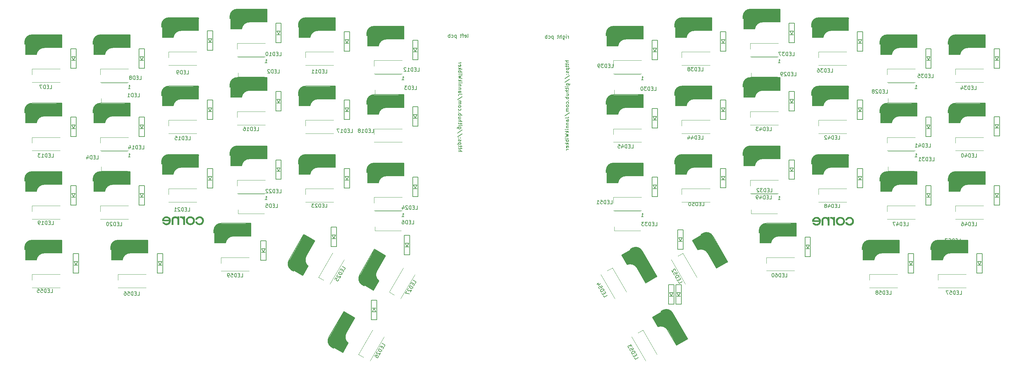
<source format=gbr>
%TF.GenerationSoftware,KiCad,Pcbnew,(5.1.6-0-10_14)*%
%TF.CreationDate,2020-09-29T15:33:20+02:00*%
%TF.ProjectId,cornetrack,636f726e-6574-4726-9163-6b2e6b696361,1.1*%
%TF.SameCoordinates,Original*%
%TF.FileFunction,Legend,Bot*%
%TF.FilePolarity,Positive*%
%FSLAX46Y46*%
G04 Gerber Fmt 4.6, Leading zero omitted, Abs format (unit mm)*
G04 Created by KiCad (PCBNEW (5.1.6-0-10_14)) date 2020-09-29 15:33:20*
%MOMM*%
%LPD*%
G01*
G04 APERTURE LIST*
%ADD10C,0.150000*%
%ADD11C,0.400000*%
%ADD12C,0.500000*%
%ADD13C,3.500000*%
%ADD14C,1.000000*%
%ADD15C,3.000000*%
%ADD16C,0.800000*%
%ADD17C,0.300000*%
%ADD18C,0.120000*%
%ADD19C,0.010000*%
G04 APERTURE END LIST*
D10*
X137215238Y-29916380D02*
X137310476Y-29868761D01*
X137358095Y-29773523D01*
X137358095Y-28916380D01*
X136453333Y-29868761D02*
X136548571Y-29916380D01*
X136739047Y-29916380D01*
X136834285Y-29868761D01*
X136881904Y-29773523D01*
X136881904Y-29392571D01*
X136834285Y-29297333D01*
X136739047Y-29249714D01*
X136548571Y-29249714D01*
X136453333Y-29297333D01*
X136405714Y-29392571D01*
X136405714Y-29487809D01*
X136881904Y-29583047D01*
X136120000Y-29249714D02*
X135739047Y-29249714D01*
X135977142Y-29916380D02*
X135977142Y-29059238D01*
X135929523Y-28964000D01*
X135834285Y-28916380D01*
X135739047Y-28916380D01*
X135548571Y-29249714D02*
X135167619Y-29249714D01*
X135405714Y-28916380D02*
X135405714Y-29773523D01*
X135358095Y-29868761D01*
X135262857Y-29916380D01*
X135167619Y-29916380D01*
X134072380Y-29249714D02*
X134072380Y-30249714D01*
X134072380Y-29297333D02*
X133977142Y-29249714D01*
X133786666Y-29249714D01*
X133691428Y-29297333D01*
X133643809Y-29344952D01*
X133596190Y-29440190D01*
X133596190Y-29725904D01*
X133643809Y-29821142D01*
X133691428Y-29868761D01*
X133786666Y-29916380D01*
X133977142Y-29916380D01*
X134072380Y-29868761D01*
X132739047Y-29868761D02*
X132834285Y-29916380D01*
X133024761Y-29916380D01*
X133120000Y-29868761D01*
X133167619Y-29821142D01*
X133215238Y-29725904D01*
X133215238Y-29440190D01*
X133167619Y-29344952D01*
X133120000Y-29297333D01*
X133024761Y-29249714D01*
X132834285Y-29249714D01*
X132739047Y-29297333D01*
X132310476Y-29916380D02*
X132310476Y-28916380D01*
X132310476Y-29297333D02*
X132215238Y-29249714D01*
X132024761Y-29249714D01*
X131929523Y-29297333D01*
X131881904Y-29344952D01*
X131834285Y-29440190D01*
X131834285Y-29725904D01*
X131881904Y-29821142D01*
X131929523Y-29868761D01*
X132024761Y-29916380D01*
X132215238Y-29916380D01*
X132310476Y-29868761D01*
X165266285Y-30170380D02*
X165266285Y-29503714D01*
X165266285Y-29694190D02*
X165218666Y-29598952D01*
X165171047Y-29551333D01*
X165075809Y-29503714D01*
X164980571Y-29503714D01*
X164647238Y-30170380D02*
X164647238Y-29503714D01*
X164647238Y-29170380D02*
X164694857Y-29218000D01*
X164647238Y-29265619D01*
X164599619Y-29218000D01*
X164647238Y-29170380D01*
X164647238Y-29265619D01*
X163742476Y-29503714D02*
X163742476Y-30313238D01*
X163790095Y-30408476D01*
X163837714Y-30456095D01*
X163932952Y-30503714D01*
X164075809Y-30503714D01*
X164171047Y-30456095D01*
X163742476Y-30122761D02*
X163837714Y-30170380D01*
X164028190Y-30170380D01*
X164123428Y-30122761D01*
X164171047Y-30075142D01*
X164218666Y-29979904D01*
X164218666Y-29694190D01*
X164171047Y-29598952D01*
X164123428Y-29551333D01*
X164028190Y-29503714D01*
X163837714Y-29503714D01*
X163742476Y-29551333D01*
X163266285Y-30170380D02*
X163266285Y-29170380D01*
X162837714Y-30170380D02*
X162837714Y-29646571D01*
X162885333Y-29551333D01*
X162980571Y-29503714D01*
X163123428Y-29503714D01*
X163218666Y-29551333D01*
X163266285Y-29598952D01*
X162504380Y-29503714D02*
X162123428Y-29503714D01*
X162361523Y-29170380D02*
X162361523Y-30027523D01*
X162313904Y-30122761D01*
X162218666Y-30170380D01*
X162123428Y-30170380D01*
X161028190Y-29503714D02*
X161028190Y-30503714D01*
X161028190Y-29551333D02*
X160932952Y-29503714D01*
X160742476Y-29503714D01*
X160647238Y-29551333D01*
X160599619Y-29598952D01*
X160552000Y-29694190D01*
X160552000Y-29979904D01*
X160599619Y-30075142D01*
X160647238Y-30122761D01*
X160742476Y-30170380D01*
X160932952Y-30170380D01*
X161028190Y-30122761D01*
X159694857Y-30122761D02*
X159790095Y-30170380D01*
X159980571Y-30170380D01*
X160075809Y-30122761D01*
X160123428Y-30075142D01*
X160171047Y-29979904D01*
X160171047Y-29694190D01*
X160123428Y-29598952D01*
X160075809Y-29551333D01*
X159980571Y-29503714D01*
X159790095Y-29503714D01*
X159694857Y-29551333D01*
X159266285Y-30170380D02*
X159266285Y-29170380D01*
X159266285Y-29551333D02*
X159171047Y-29503714D01*
X158980571Y-29503714D01*
X158885333Y-29551333D01*
X158837714Y-29598952D01*
X158790095Y-29694190D01*
X158790095Y-29979904D01*
X158837714Y-30075142D01*
X158885333Y-30122761D01*
X158980571Y-30170380D01*
X159171047Y-30170380D01*
X159266285Y-30122761D01*
X273883238Y-101290380D02*
X274359428Y-101290380D01*
X274359428Y-100290380D01*
X273549904Y-100766571D02*
X273216571Y-100766571D01*
X273073714Y-101290380D02*
X273549904Y-101290380D01*
X273549904Y-100290380D01*
X273073714Y-100290380D01*
X272645142Y-101290380D02*
X272645142Y-100290380D01*
X272407047Y-100290380D01*
X272264190Y-100338000D01*
X272168952Y-100433238D01*
X272121333Y-100528476D01*
X272073714Y-100718952D01*
X272073714Y-100861809D01*
X272121333Y-101052285D01*
X272168952Y-101147523D01*
X272264190Y-101242761D01*
X272407047Y-101290380D01*
X272645142Y-101290380D01*
X271168952Y-100290380D02*
X271645142Y-100290380D01*
X271692761Y-100766571D01*
X271645142Y-100718952D01*
X271549904Y-100671333D01*
X271311809Y-100671333D01*
X271216571Y-100718952D01*
X271168952Y-100766571D01*
X271121333Y-100861809D01*
X271121333Y-101099904D01*
X271168952Y-101195142D01*
X271216571Y-101242761D01*
X271311809Y-101290380D01*
X271549904Y-101290380D01*
X271645142Y-101242761D01*
X271692761Y-101195142D01*
X270788000Y-100290380D02*
X270121333Y-100290380D01*
X270549904Y-101290380D01*
X134675619Y-61633142D02*
X135675619Y-61633142D01*
X134675619Y-61204571D02*
X135199428Y-61204571D01*
X135294666Y-61252190D01*
X135342285Y-61347428D01*
X135342285Y-61490285D01*
X135294666Y-61585523D01*
X135247047Y-61633142D01*
X135342285Y-60871238D02*
X135342285Y-60490285D01*
X135675619Y-60728380D02*
X134818476Y-60728380D01*
X134723238Y-60680761D01*
X134675619Y-60585523D01*
X134675619Y-60490285D01*
X135342285Y-60299809D02*
X135342285Y-59918857D01*
X135675619Y-60156952D02*
X134818476Y-60156952D01*
X134723238Y-60109333D01*
X134675619Y-60014095D01*
X134675619Y-59918857D01*
X135342285Y-59585523D02*
X134342285Y-59585523D01*
X135294666Y-59585523D02*
X135342285Y-59490285D01*
X135342285Y-59299809D01*
X135294666Y-59204571D01*
X135247047Y-59156952D01*
X135151809Y-59109333D01*
X134866095Y-59109333D01*
X134770857Y-59156952D01*
X134723238Y-59204571D01*
X134675619Y-59299809D01*
X134675619Y-59490285D01*
X134723238Y-59585523D01*
X134723238Y-58728380D02*
X134675619Y-58633142D01*
X134675619Y-58442666D01*
X134723238Y-58347428D01*
X134818476Y-58299809D01*
X134866095Y-58299809D01*
X134961333Y-58347428D01*
X135008952Y-58442666D01*
X135008952Y-58585523D01*
X135056571Y-58680761D01*
X135151809Y-58728380D01*
X135199428Y-58728380D01*
X135294666Y-58680761D01*
X135342285Y-58585523D01*
X135342285Y-58442666D01*
X135294666Y-58347428D01*
X134770857Y-57871238D02*
X134723238Y-57823619D01*
X134675619Y-57871238D01*
X134723238Y-57918857D01*
X134770857Y-57871238D01*
X134675619Y-57871238D01*
X135294666Y-57871238D02*
X135247047Y-57823619D01*
X135199428Y-57871238D01*
X135247047Y-57918857D01*
X135294666Y-57871238D01*
X135199428Y-57871238D01*
X135723238Y-56680761D02*
X134437523Y-57537904D01*
X135723238Y-55633142D02*
X134437523Y-56490285D01*
X135342285Y-54871238D02*
X134532761Y-54871238D01*
X134437523Y-54918857D01*
X134389904Y-54966476D01*
X134342285Y-55061714D01*
X134342285Y-55204571D01*
X134389904Y-55299809D01*
X134723238Y-54871238D02*
X134675619Y-54966476D01*
X134675619Y-55156952D01*
X134723238Y-55252190D01*
X134770857Y-55299809D01*
X134866095Y-55347428D01*
X135151809Y-55347428D01*
X135247047Y-55299809D01*
X135294666Y-55252190D01*
X135342285Y-55156952D01*
X135342285Y-54966476D01*
X135294666Y-54871238D01*
X134675619Y-54395047D02*
X135342285Y-54395047D01*
X135675619Y-54395047D02*
X135628000Y-54442666D01*
X135580380Y-54395047D01*
X135628000Y-54347428D01*
X135675619Y-54395047D01*
X135580380Y-54395047D01*
X135342285Y-54061714D02*
X135342285Y-53680761D01*
X135675619Y-53918857D02*
X134818476Y-53918857D01*
X134723238Y-53871238D01*
X134675619Y-53776000D01*
X134675619Y-53680761D01*
X134675619Y-53347428D02*
X135675619Y-53347428D01*
X134675619Y-52918857D02*
X135199428Y-52918857D01*
X135294666Y-52966476D01*
X135342285Y-53061714D01*
X135342285Y-53204571D01*
X135294666Y-53299809D01*
X135247047Y-53347428D01*
X135342285Y-52014095D02*
X134675619Y-52014095D01*
X135342285Y-52442666D02*
X134818476Y-52442666D01*
X134723238Y-52395047D01*
X134675619Y-52299809D01*
X134675619Y-52156952D01*
X134723238Y-52061714D01*
X134770857Y-52014095D01*
X134675619Y-51537904D02*
X135675619Y-51537904D01*
X135294666Y-51537904D02*
X135342285Y-51442666D01*
X135342285Y-51252190D01*
X135294666Y-51156952D01*
X135247047Y-51109333D01*
X135151809Y-51061714D01*
X134866095Y-51061714D01*
X134770857Y-51109333D01*
X134723238Y-51156952D01*
X134675619Y-51252190D01*
X134675619Y-51442666D01*
X134723238Y-51537904D01*
X134770857Y-50633142D02*
X134723238Y-50585523D01*
X134675619Y-50633142D01*
X134723238Y-50680761D01*
X134770857Y-50633142D01*
X134675619Y-50633142D01*
X134723238Y-49728380D02*
X134675619Y-49823619D01*
X134675619Y-50014095D01*
X134723238Y-50109333D01*
X134770857Y-50156952D01*
X134866095Y-50204571D01*
X135151809Y-50204571D01*
X135247047Y-50156952D01*
X135294666Y-50109333D01*
X135342285Y-50014095D01*
X135342285Y-49823619D01*
X135294666Y-49728380D01*
X134675619Y-49156952D02*
X134723238Y-49252190D01*
X134770857Y-49299809D01*
X134866095Y-49347428D01*
X135151809Y-49347428D01*
X135247047Y-49299809D01*
X135294666Y-49252190D01*
X135342285Y-49156952D01*
X135342285Y-49014095D01*
X135294666Y-48918857D01*
X135247047Y-48871238D01*
X135151809Y-48823619D01*
X134866095Y-48823619D01*
X134770857Y-48871238D01*
X134723238Y-48918857D01*
X134675619Y-49014095D01*
X134675619Y-49156952D01*
X134675619Y-48395047D02*
X135342285Y-48395047D01*
X135247047Y-48395047D02*
X135294666Y-48347428D01*
X135342285Y-48252190D01*
X135342285Y-48109333D01*
X135294666Y-48014095D01*
X135199428Y-47966476D01*
X134675619Y-47966476D01*
X135199428Y-47966476D02*
X135294666Y-47918857D01*
X135342285Y-47823619D01*
X135342285Y-47680761D01*
X135294666Y-47585523D01*
X135199428Y-47537904D01*
X134675619Y-47537904D01*
X135723238Y-46347428D02*
X134437523Y-47204571D01*
X135675619Y-45728380D02*
X134961333Y-45728380D01*
X134818476Y-45776000D01*
X134723238Y-45871238D01*
X134675619Y-46014095D01*
X134675619Y-46109333D01*
X134675619Y-44823619D02*
X135199428Y-44823619D01*
X135294666Y-44871238D01*
X135342285Y-44966476D01*
X135342285Y-45156952D01*
X135294666Y-45252190D01*
X134723238Y-44823619D02*
X134675619Y-44918857D01*
X134675619Y-45156952D01*
X134723238Y-45252190D01*
X134818476Y-45299809D01*
X134913714Y-45299809D01*
X135008952Y-45252190D01*
X135056571Y-45156952D01*
X135056571Y-44918857D01*
X135104190Y-44823619D01*
X135342285Y-44347428D02*
X134675619Y-44347428D01*
X135247047Y-44347428D02*
X135294666Y-44299809D01*
X135342285Y-44204571D01*
X135342285Y-44061714D01*
X135294666Y-43966476D01*
X135199428Y-43918857D01*
X134675619Y-43918857D01*
X135342285Y-43442666D02*
X134675619Y-43442666D01*
X135247047Y-43442666D02*
X135294666Y-43395047D01*
X135342285Y-43299809D01*
X135342285Y-43156952D01*
X135294666Y-43061714D01*
X135199428Y-43014095D01*
X134675619Y-43014095D01*
X134675619Y-42537904D02*
X135342285Y-42537904D01*
X135675619Y-42537904D02*
X135628000Y-42585523D01*
X135580380Y-42537904D01*
X135628000Y-42490285D01*
X135675619Y-42537904D01*
X135580380Y-42537904D01*
X134675619Y-42061714D02*
X135675619Y-42061714D01*
X135056571Y-41966476D02*
X134675619Y-41680761D01*
X135342285Y-41680761D02*
X134961333Y-42061714D01*
X135675619Y-41347428D02*
X134675619Y-41109333D01*
X135389904Y-40918857D01*
X134675619Y-40728380D01*
X135675619Y-40490285D01*
X134675619Y-40109333D02*
X135342285Y-40109333D01*
X135675619Y-40109333D02*
X135628000Y-40156952D01*
X135580380Y-40109333D01*
X135628000Y-40061714D01*
X135675619Y-40109333D01*
X135580380Y-40109333D01*
X134675619Y-39633142D02*
X135675619Y-39633142D01*
X135294666Y-39633142D02*
X135342285Y-39537904D01*
X135342285Y-39347428D01*
X135294666Y-39252190D01*
X135247047Y-39204571D01*
X135151809Y-39156952D01*
X134866095Y-39156952D01*
X134770857Y-39204571D01*
X134723238Y-39252190D01*
X134675619Y-39347428D01*
X134675619Y-39537904D01*
X134723238Y-39633142D01*
X134675619Y-38728380D02*
X135675619Y-38728380D01*
X135056571Y-38633142D02*
X134675619Y-38347428D01*
X135342285Y-38347428D02*
X134961333Y-38728380D01*
X134723238Y-37537904D02*
X134675619Y-37633142D01*
X134675619Y-37823619D01*
X134723238Y-37918857D01*
X134818476Y-37966476D01*
X135199428Y-37966476D01*
X135294666Y-37918857D01*
X135342285Y-37823619D01*
X135342285Y-37633142D01*
X135294666Y-37537904D01*
X135199428Y-37490285D01*
X135104190Y-37490285D01*
X135008952Y-37966476D01*
X134675619Y-37061714D02*
X135342285Y-37061714D01*
X135151809Y-37061714D02*
X135247047Y-37014095D01*
X135294666Y-36966476D01*
X135342285Y-36871238D01*
X135342285Y-36776000D01*
X165298380Y-36410857D02*
X164298380Y-36410857D01*
X165298380Y-36839428D02*
X164774571Y-36839428D01*
X164679333Y-36791809D01*
X164631714Y-36696571D01*
X164631714Y-36553714D01*
X164679333Y-36458476D01*
X164726952Y-36410857D01*
X164631714Y-37172761D02*
X164631714Y-37553714D01*
X164298380Y-37315619D02*
X165155523Y-37315619D01*
X165250761Y-37363238D01*
X165298380Y-37458476D01*
X165298380Y-37553714D01*
X164631714Y-37744190D02*
X164631714Y-38125142D01*
X164298380Y-37887047D02*
X165155523Y-37887047D01*
X165250761Y-37934666D01*
X165298380Y-38029904D01*
X165298380Y-38125142D01*
X164631714Y-38458476D02*
X165631714Y-38458476D01*
X164679333Y-38458476D02*
X164631714Y-38553714D01*
X164631714Y-38744190D01*
X164679333Y-38839428D01*
X164726952Y-38887047D01*
X164822190Y-38934666D01*
X165107904Y-38934666D01*
X165203142Y-38887047D01*
X165250761Y-38839428D01*
X165298380Y-38744190D01*
X165298380Y-38553714D01*
X165250761Y-38458476D01*
X165250761Y-39315619D02*
X165298380Y-39410857D01*
X165298380Y-39601333D01*
X165250761Y-39696571D01*
X165155523Y-39744190D01*
X165107904Y-39744190D01*
X165012666Y-39696571D01*
X164965047Y-39601333D01*
X164965047Y-39458476D01*
X164917428Y-39363238D01*
X164822190Y-39315619D01*
X164774571Y-39315619D01*
X164679333Y-39363238D01*
X164631714Y-39458476D01*
X164631714Y-39601333D01*
X164679333Y-39696571D01*
X165203142Y-40172761D02*
X165250761Y-40220380D01*
X165298380Y-40172761D01*
X165250761Y-40125142D01*
X165203142Y-40172761D01*
X165298380Y-40172761D01*
X164679333Y-40172761D02*
X164726952Y-40220380D01*
X164774571Y-40172761D01*
X164726952Y-40125142D01*
X164679333Y-40172761D01*
X164774571Y-40172761D01*
X164250761Y-41363238D02*
X165536476Y-40506095D01*
X164250761Y-42410857D02*
X165536476Y-41553714D01*
X164631714Y-43172761D02*
X165441238Y-43172761D01*
X165536476Y-43125142D01*
X165584095Y-43077523D01*
X165631714Y-42982285D01*
X165631714Y-42839428D01*
X165584095Y-42744190D01*
X165250761Y-43172761D02*
X165298380Y-43077523D01*
X165298380Y-42887047D01*
X165250761Y-42791809D01*
X165203142Y-42744190D01*
X165107904Y-42696571D01*
X164822190Y-42696571D01*
X164726952Y-42744190D01*
X164679333Y-42791809D01*
X164631714Y-42887047D01*
X164631714Y-43077523D01*
X164679333Y-43172761D01*
X165298380Y-43648952D02*
X164631714Y-43648952D01*
X164298380Y-43648952D02*
X164346000Y-43601333D01*
X164393619Y-43648952D01*
X164346000Y-43696571D01*
X164298380Y-43648952D01*
X164393619Y-43648952D01*
X164631714Y-43982285D02*
X164631714Y-44363238D01*
X164298380Y-44125142D02*
X165155523Y-44125142D01*
X165250761Y-44172761D01*
X165298380Y-44268000D01*
X165298380Y-44363238D01*
X165298380Y-44696571D02*
X164298380Y-44696571D01*
X165298380Y-45125142D02*
X164774571Y-45125142D01*
X164679333Y-45077523D01*
X164631714Y-44982285D01*
X164631714Y-44839428D01*
X164679333Y-44744190D01*
X164726952Y-44696571D01*
X164631714Y-46029904D02*
X165298380Y-46029904D01*
X164631714Y-45601333D02*
X165155523Y-45601333D01*
X165250761Y-45648952D01*
X165298380Y-45744190D01*
X165298380Y-45887047D01*
X165250761Y-45982285D01*
X165203142Y-46029904D01*
X165298380Y-46506095D02*
X164298380Y-46506095D01*
X164679333Y-46506095D02*
X164631714Y-46601333D01*
X164631714Y-46791809D01*
X164679333Y-46887047D01*
X164726952Y-46934666D01*
X164822190Y-46982285D01*
X165107904Y-46982285D01*
X165203142Y-46934666D01*
X165250761Y-46887047D01*
X165298380Y-46791809D01*
X165298380Y-46601333D01*
X165250761Y-46506095D01*
X165203142Y-47410857D02*
X165250761Y-47458476D01*
X165298380Y-47410857D01*
X165250761Y-47363238D01*
X165203142Y-47410857D01*
X165298380Y-47410857D01*
X165250761Y-48315619D02*
X165298380Y-48220380D01*
X165298380Y-48029904D01*
X165250761Y-47934666D01*
X165203142Y-47887047D01*
X165107904Y-47839428D01*
X164822190Y-47839428D01*
X164726952Y-47887047D01*
X164679333Y-47934666D01*
X164631714Y-48029904D01*
X164631714Y-48220380D01*
X164679333Y-48315619D01*
X165298380Y-48887047D02*
X165250761Y-48791809D01*
X165203142Y-48744190D01*
X165107904Y-48696571D01*
X164822190Y-48696571D01*
X164726952Y-48744190D01*
X164679333Y-48791809D01*
X164631714Y-48887047D01*
X164631714Y-49029904D01*
X164679333Y-49125142D01*
X164726952Y-49172761D01*
X164822190Y-49220380D01*
X165107904Y-49220380D01*
X165203142Y-49172761D01*
X165250761Y-49125142D01*
X165298380Y-49029904D01*
X165298380Y-48887047D01*
X165298380Y-49648952D02*
X164631714Y-49648952D01*
X164726952Y-49648952D02*
X164679333Y-49696571D01*
X164631714Y-49791809D01*
X164631714Y-49934666D01*
X164679333Y-50029904D01*
X164774571Y-50077523D01*
X165298380Y-50077523D01*
X164774571Y-50077523D02*
X164679333Y-50125142D01*
X164631714Y-50220380D01*
X164631714Y-50363238D01*
X164679333Y-50458476D01*
X164774571Y-50506095D01*
X165298380Y-50506095D01*
X164250761Y-51696571D02*
X165536476Y-50839428D01*
X164298380Y-52315619D02*
X165012666Y-52315619D01*
X165155523Y-52268000D01*
X165250761Y-52172761D01*
X165298380Y-52029904D01*
X165298380Y-51934666D01*
X165298380Y-53220380D02*
X164774571Y-53220380D01*
X164679333Y-53172761D01*
X164631714Y-53077523D01*
X164631714Y-52887047D01*
X164679333Y-52791809D01*
X165250761Y-53220380D02*
X165298380Y-53125142D01*
X165298380Y-52887047D01*
X165250761Y-52791809D01*
X165155523Y-52744190D01*
X165060285Y-52744190D01*
X164965047Y-52791809D01*
X164917428Y-52887047D01*
X164917428Y-53125142D01*
X164869809Y-53220380D01*
X164631714Y-53696571D02*
X165298380Y-53696571D01*
X164726952Y-53696571D02*
X164679333Y-53744190D01*
X164631714Y-53839428D01*
X164631714Y-53982285D01*
X164679333Y-54077523D01*
X164774571Y-54125142D01*
X165298380Y-54125142D01*
X164631714Y-54601333D02*
X165298380Y-54601333D01*
X164726952Y-54601333D02*
X164679333Y-54648952D01*
X164631714Y-54744190D01*
X164631714Y-54887047D01*
X164679333Y-54982285D01*
X164774571Y-55029904D01*
X165298380Y-55029904D01*
X165298380Y-55506095D02*
X164631714Y-55506095D01*
X164298380Y-55506095D02*
X164346000Y-55458476D01*
X164393619Y-55506095D01*
X164346000Y-55553714D01*
X164298380Y-55506095D01*
X164393619Y-55506095D01*
X165298380Y-55982285D02*
X164298380Y-55982285D01*
X164917428Y-56077523D02*
X165298380Y-56363238D01*
X164631714Y-56363238D02*
X165012666Y-55982285D01*
X164298380Y-56696571D02*
X165298380Y-56934666D01*
X164584095Y-57125142D01*
X165298380Y-57315619D01*
X164298380Y-57553714D01*
X165298380Y-57934666D02*
X164631714Y-57934666D01*
X164298380Y-57934666D02*
X164346000Y-57887047D01*
X164393619Y-57934666D01*
X164346000Y-57982285D01*
X164298380Y-57934666D01*
X164393619Y-57934666D01*
X165298380Y-58410857D02*
X164298380Y-58410857D01*
X164679333Y-58410857D02*
X164631714Y-58506095D01*
X164631714Y-58696571D01*
X164679333Y-58791809D01*
X164726952Y-58839428D01*
X164822190Y-58887047D01*
X165107904Y-58887047D01*
X165203142Y-58839428D01*
X165250761Y-58791809D01*
X165298380Y-58696571D01*
X165298380Y-58506095D01*
X165250761Y-58410857D01*
X165298380Y-59315619D02*
X164298380Y-59315619D01*
X164917428Y-59410857D02*
X165298380Y-59696571D01*
X164631714Y-59696571D02*
X165012666Y-59315619D01*
X165250761Y-60506095D02*
X165298380Y-60410857D01*
X165298380Y-60220380D01*
X165250761Y-60125142D01*
X165155523Y-60077523D01*
X164774571Y-60077523D01*
X164679333Y-60125142D01*
X164631714Y-60220380D01*
X164631714Y-60410857D01*
X164679333Y-60506095D01*
X164774571Y-60553714D01*
X164869809Y-60553714D01*
X164965047Y-60077523D01*
X165298380Y-60982285D02*
X164631714Y-60982285D01*
X164822190Y-60982285D02*
X164726952Y-61029904D01*
X164679333Y-61077523D01*
X164631714Y-61172761D01*
X164631714Y-61268000D01*
D11*
%TO.C,SW41*%
X198081037Y-113612925D02*
X197456037Y-112530393D01*
D12*
X188814307Y-107762479D02*
X190039307Y-109884241D01*
D10*
X198329242Y-113642829D02*
X194229241Y-106541420D01*
X192811550Y-111285907D02*
X195211550Y-115442829D01*
X188541102Y-107689273D02*
X190056102Y-110313330D01*
X191533793Y-105672767D02*
X190884274Y-106047767D01*
X192394915Y-105464273D02*
X188541102Y-107689273D01*
X190884274Y-106047767D02*
X190984274Y-106220972D01*
X196067576Y-114925508D02*
X198016133Y-113800508D01*
X195211550Y-115442829D02*
X198329242Y-113642829D01*
D13*
X195870396Y-112983983D02*
X192520396Y-107181613D01*
D14*
X197559626Y-113509816D02*
X195394563Y-114759816D01*
D12*
X195328057Y-115144624D02*
X194721358Y-113993791D01*
D15*
X192745204Y-106970991D02*
X190805307Y-108090991D01*
D16*
X189149115Y-107742382D02*
X190707960Y-106842383D01*
D17*
X191020877Y-106084370D02*
X191583793Y-105759370D01*
D14*
X190222947Y-109759374D02*
G75*
G02*
X192957960Y-110739497I823238J-2008831D01*
G01*
D10*
X191533793Y-105672768D02*
G75*
G02*
X194229241Y-106541420I913398J-1782050D01*
G01*
X190076537Y-110305784D02*
G75*
G02*
X192811550Y-111285907I823238J-2008831D01*
G01*
D11*
%TO.C,SW44*%
X48233500Y-86430000D02*
X46983500Y-86430000D01*
D12*
X38533500Y-91530000D02*
X40983500Y-91530000D01*
D10*
X48383500Y-86230000D02*
X40183499Y-86230000D01*
X43583500Y-89830000D02*
X48383500Y-89830000D01*
X38333500Y-91730000D02*
X41363500Y-91730000D01*
X38083500Y-88130000D02*
X38083500Y-88880000D01*
X38333500Y-87280000D02*
X38333500Y-91730000D01*
X38083500Y-88880000D02*
X38283500Y-88880000D01*
X48363500Y-88830000D02*
X48363500Y-86580000D01*
X48383500Y-89830000D02*
X48383500Y-86230000D01*
D13*
X46583500Y-88030000D02*
X39883500Y-88030000D01*
D14*
X47883500Y-86830000D02*
X47883500Y-89330000D01*
D12*
X48183500Y-89580000D02*
X46883500Y-89530000D01*
D15*
X39813500Y-87730000D02*
X39813500Y-89970000D01*
D16*
X38683500Y-91230000D02*
X38683500Y-89430001D01*
D17*
X38183500Y-88780000D02*
X38183500Y-88130000D01*
D14*
X40967182Y-91308529D02*
G75*
G02*
X43183500Y-89430000I2151318J-291471D01*
G01*
D10*
X38083500Y-88130001D02*
G75*
G02*
X40183499Y-86230000I2000000J-99999D01*
G01*
X41367182Y-91708529D02*
G75*
G02*
X43583500Y-89830000I2151318J-291471D01*
G01*
D11*
%TO.C,SW21*%
X111464937Y-88973423D02*
X110839937Y-90055955D01*
D12*
X111031667Y-99923869D02*
X112256667Y-97802107D01*
D10*
X111366732Y-88743519D02*
X107266732Y-95844928D01*
X112084424Y-94700441D02*
X114484424Y-90543519D01*
X111104872Y-100197075D02*
X112619872Y-97573018D01*
X107862181Y-98613581D02*
X108511700Y-98988581D01*
X107251059Y-97972075D02*
X111104872Y-100197075D01*
X108511700Y-98988581D02*
X108611700Y-98815376D01*
X113608398Y-90060840D02*
X111659841Y-88935840D01*
X114484424Y-90543519D02*
X111366732Y-88743519D01*
D13*
X112025578Y-91202365D02*
X108675578Y-97004735D01*
D14*
X111636348Y-89476532D02*
X113801411Y-90726532D01*
D12*
X114167917Y-90591724D02*
X113474616Y-91692557D01*
D15*
X108380770Y-96915357D02*
X110320667Y-98035357D01*
D16*
X110846859Y-99643966D02*
X109288014Y-98743966D01*
D17*
X108475097Y-98851978D02*
X107912181Y-98526978D01*
D14*
X112056709Y-97705503D02*
G75*
G02*
X111538014Y-94846851I1328080J1717360D01*
G01*
D10*
X107862181Y-98613581D02*
G75*
G02*
X107266732Y-95844928I1086602J1682051D01*
G01*
X112603119Y-97559093D02*
G75*
G02*
X112084424Y-94700441I1328080J1717360D01*
G01*
D11*
%TO.C,SW8*%
X43357500Y-48380000D02*
X42107500Y-48380000D01*
D12*
X33657500Y-53480000D02*
X36107500Y-53480000D01*
D10*
X43507500Y-48180000D02*
X35307499Y-48180000D01*
X38707500Y-51780000D02*
X43507500Y-51780000D01*
X33457500Y-53680000D02*
X36487500Y-53680000D01*
X33207500Y-50080000D02*
X33207500Y-50830000D01*
X33457500Y-49230000D02*
X33457500Y-53680000D01*
X33207500Y-50830000D02*
X33407500Y-50830000D01*
X43487500Y-50780000D02*
X43487500Y-48530000D01*
X43507500Y-51780000D02*
X43507500Y-48180000D01*
D13*
X41707500Y-49980000D02*
X35007500Y-49980000D01*
D14*
X43007500Y-48780000D02*
X43007500Y-51280000D01*
D12*
X43307500Y-51530000D02*
X42007500Y-51480000D01*
D15*
X34937500Y-49680000D02*
X34937500Y-51920000D01*
D16*
X33807500Y-53180000D02*
X33807500Y-51380001D01*
D17*
X33307500Y-50730000D02*
X33307500Y-50080000D01*
D14*
X36091182Y-53258529D02*
G75*
G02*
X38307500Y-51380000I2151318J-291471D01*
G01*
D10*
X33207500Y-50080001D02*
G75*
G02*
X35307499Y-48180000I2000000J-99999D01*
G01*
X36491182Y-53658529D02*
G75*
G02*
X38707500Y-51780000I2151318J-291471D01*
G01*
%TO.C,D41*%
X195084000Y-104046000D02*
X195084000Y-98646000D01*
X196584000Y-98646000D02*
X196584000Y-104046000D01*
X196584000Y-104046000D02*
X195084000Y-104046000D01*
X196584000Y-98646000D02*
X195084000Y-98646000D01*
X196334000Y-100846000D02*
X195334000Y-100846000D01*
X195334000Y-100846000D02*
X195834000Y-101746000D01*
X195834000Y-101746000D02*
X196334000Y-100846000D01*
X196334000Y-101846000D02*
X195334000Y-101846000D01*
%TO.C,D47*%
X260850000Y-93210000D02*
X259850000Y-93210000D01*
X260350000Y-93110000D02*
X260850000Y-92210000D01*
X259850000Y-92210000D02*
X260350000Y-93110000D01*
X260850000Y-92210000D02*
X259850000Y-92210000D01*
X261100000Y-90010000D02*
X259600000Y-90010000D01*
X261100000Y-95410000D02*
X259600000Y-95410000D01*
X261100000Y-90010000D02*
X261100000Y-95410000D01*
X259600000Y-95410000D02*
X259600000Y-90010000D01*
%TO.C,D46*%
X278650000Y-95413000D02*
X278650000Y-90013000D01*
X280150000Y-90013000D02*
X280150000Y-95413000D01*
X280150000Y-95413000D02*
X278650000Y-95413000D01*
X280150000Y-90013000D02*
X278650000Y-90013000D01*
X279900000Y-92213000D02*
X278900000Y-92213000D01*
X278900000Y-92213000D02*
X279400000Y-93113000D01*
X279400000Y-93113000D02*
X279900000Y-92213000D01*
X279900000Y-93213000D02*
X278900000Y-93213000D01*
%TO.C,D45*%
X81018000Y-89651000D02*
X80018000Y-89651000D01*
X80518000Y-89551000D02*
X81018000Y-88651000D01*
X80018000Y-88651000D02*
X80518000Y-89551000D01*
X81018000Y-88651000D02*
X80018000Y-88651000D01*
X81268000Y-86451000D02*
X79768000Y-86451000D01*
X81268000Y-91851000D02*
X79768000Y-91851000D01*
X81268000Y-86451000D02*
X81268000Y-91851000D01*
X79768000Y-91851000D02*
X79768000Y-86451000D01*
%TO.C,D44*%
X52316000Y-93207000D02*
X51316000Y-93207000D01*
X51816000Y-93107000D02*
X52316000Y-92207000D01*
X51316000Y-92207000D02*
X51816000Y-93107000D01*
X52316000Y-92207000D02*
X51316000Y-92207000D01*
X52566000Y-90007000D02*
X51066000Y-90007000D01*
X52566000Y-95407000D02*
X51066000Y-95407000D01*
X52566000Y-90007000D02*
X52566000Y-95407000D01*
X51066000Y-95407000D02*
X51066000Y-90007000D01*
%TO.C,D43*%
X28948000Y-93207000D02*
X27948000Y-93207000D01*
X28448000Y-93107000D02*
X28948000Y-92207000D01*
X27948000Y-92207000D02*
X28448000Y-93107000D01*
X28948000Y-92207000D02*
X27948000Y-92207000D01*
X29198000Y-90007000D02*
X27698000Y-90007000D01*
X29198000Y-95407000D02*
X27698000Y-95407000D01*
X29198000Y-90007000D02*
X29198000Y-95407000D01*
X27698000Y-95407000D02*
X27698000Y-90007000D01*
D11*
%TO.C,SW42*%
X189571883Y-96334639D02*
X188946883Y-95252107D01*
D12*
X180305153Y-90484193D02*
X181530153Y-92605955D01*
D10*
X189820088Y-96364543D02*
X185720087Y-89263134D01*
X184302396Y-94007621D02*
X186702396Y-98164543D01*
X180031948Y-90410987D02*
X181546948Y-93035044D01*
X183024639Y-88394481D02*
X182375120Y-88769481D01*
X183885761Y-88185987D02*
X180031948Y-90410987D01*
X182375120Y-88769481D02*
X182475120Y-88942686D01*
X187558422Y-97647222D02*
X189506979Y-96522222D01*
X186702396Y-98164543D02*
X189820088Y-96364543D01*
D13*
X187361242Y-95705697D02*
X184011242Y-89903327D01*
D14*
X189050472Y-96231530D02*
X186885409Y-97481530D01*
D12*
X186818903Y-97866338D02*
X186212204Y-96715505D01*
D15*
X184236050Y-89692705D02*
X182296153Y-90812705D01*
D16*
X180639961Y-90464096D02*
X182198806Y-89564097D01*
D17*
X182511723Y-88806084D02*
X183074639Y-88481084D01*
D14*
X181713793Y-92481088D02*
G75*
G02*
X184448806Y-93461211I823238J-2008831D01*
G01*
D10*
X183024639Y-88394482D02*
G75*
G02*
X185720087Y-89263134I913398J-1782050D01*
G01*
X181567383Y-93027498D02*
G75*
G02*
X184302396Y-94007621I823238J-2008831D01*
G01*
D11*
%TO.C,SW48*%
X228334500Y-81742000D02*
X227084500Y-81742000D01*
D12*
X218634500Y-86842000D02*
X221084500Y-86842000D01*
D10*
X228484500Y-81542000D02*
X220284499Y-81542000D01*
X223684500Y-85142000D02*
X228484500Y-85142000D01*
X218434500Y-87042000D02*
X221464500Y-87042000D01*
X218184500Y-83442000D02*
X218184500Y-84192000D01*
X218434500Y-82592000D02*
X218434500Y-87042000D01*
X218184500Y-84192000D02*
X218384500Y-84192000D01*
X228464500Y-84142000D02*
X228464500Y-81892000D01*
X228484500Y-85142000D02*
X228484500Y-81542000D01*
D13*
X226684500Y-83342000D02*
X219984500Y-83342000D01*
D14*
X227984500Y-82142000D02*
X227984500Y-84642000D01*
D12*
X228284500Y-84892000D02*
X226984500Y-84842000D01*
D15*
X219914500Y-83042000D02*
X219914500Y-85282000D01*
D16*
X218784500Y-86542000D02*
X218784500Y-84742001D01*
D17*
X218284500Y-84092000D02*
X218284500Y-83442000D01*
D14*
X221068182Y-86620529D02*
G75*
G02*
X223284500Y-84742000I2151318J-291471D01*
G01*
D10*
X218184500Y-83442001D02*
G75*
G02*
X220284499Y-81542000I2000000J-99999D01*
G01*
X221468182Y-87020529D02*
G75*
G02*
X223684500Y-85142000I2151318J-291471D01*
G01*
D11*
%TO.C,SW38*%
X204864500Y-62625000D02*
X203614500Y-62625000D01*
D12*
X195164500Y-67725000D02*
X197614500Y-67725000D01*
D10*
X205014500Y-62425000D02*
X196814499Y-62425000D01*
X200214500Y-66025000D02*
X205014500Y-66025000D01*
X194964500Y-67925000D02*
X197994500Y-67925000D01*
X194714500Y-64325000D02*
X194714500Y-65075000D01*
X194964500Y-63475000D02*
X194964500Y-67925000D01*
X194714500Y-65075000D02*
X194914500Y-65075000D01*
X204994500Y-65025000D02*
X204994500Y-62775000D01*
X205014500Y-66025000D02*
X205014500Y-62425000D01*
D13*
X203214500Y-64225000D02*
X196514500Y-64225000D01*
D14*
X204514500Y-63025000D02*
X204514500Y-65525000D01*
D12*
X204814500Y-65775000D02*
X203514500Y-65725000D01*
D15*
X196444500Y-63925000D02*
X196444500Y-66165000D01*
D16*
X195314500Y-67425000D02*
X195314500Y-65625001D01*
D17*
X194814500Y-64975000D02*
X194814500Y-64325000D01*
D14*
X197598182Y-67503529D02*
G75*
G02*
X199814500Y-65625000I2151318J-291471D01*
G01*
D10*
X194714500Y-64325001D02*
G75*
G02*
X196814499Y-62425000I2000000J-99999D01*
G01*
X197998182Y-67903529D02*
G75*
G02*
X200214500Y-66025000I2151318J-291471D01*
G01*
D11*
%TO.C,SW34*%
X280864500Y-67375000D02*
X279614500Y-67375000D01*
D12*
X271164500Y-72475000D02*
X273614500Y-72475000D01*
D10*
X281014500Y-67175000D02*
X272814499Y-67175000D01*
X276214500Y-70775000D02*
X281014500Y-70775000D01*
X270964500Y-72675000D02*
X273994500Y-72675000D01*
X270714500Y-69075000D02*
X270714500Y-69825000D01*
X270964500Y-68225000D02*
X270964500Y-72675000D01*
X270714500Y-69825000D02*
X270914500Y-69825000D01*
X280994500Y-69775000D02*
X280994500Y-67525000D01*
X281014500Y-70775000D02*
X281014500Y-67175000D01*
D13*
X279214500Y-68975000D02*
X272514500Y-68975000D01*
D14*
X280514500Y-67775000D02*
X280514500Y-70275000D01*
D12*
X280814500Y-70525000D02*
X279514500Y-70475000D01*
D15*
X272444500Y-68675000D02*
X272444500Y-70915000D01*
D16*
X271314500Y-72175000D02*
X271314500Y-70375001D01*
D17*
X270814500Y-69725000D02*
X270814500Y-69075000D01*
D14*
X273598182Y-72253529D02*
G75*
G02*
X275814500Y-70375000I2151318J-291471D01*
G01*
D10*
X270714500Y-69075001D02*
G75*
G02*
X272814499Y-67175000I2000000J-99999D01*
G01*
X273998182Y-72653529D02*
G75*
G02*
X276214500Y-70775000I2151318J-291471D01*
G01*
D11*
%TO.C,SW32*%
X204864500Y-43625000D02*
X203614500Y-43625000D01*
D12*
X195164500Y-48725000D02*
X197614500Y-48725000D01*
D10*
X205014500Y-43425000D02*
X196814499Y-43425000D01*
X200214500Y-47025000D02*
X205014500Y-47025000D01*
X194964500Y-48925000D02*
X197994500Y-48925000D01*
X194714500Y-45325000D02*
X194714500Y-46075000D01*
X194964500Y-44475000D02*
X194964500Y-48925000D01*
X194714500Y-46075000D02*
X194914500Y-46075000D01*
X204994500Y-46025000D02*
X204994500Y-43775000D01*
X205014500Y-47025000D02*
X205014500Y-43425000D01*
D13*
X203214500Y-45225000D02*
X196514500Y-45225000D01*
D14*
X204514500Y-44025000D02*
X204514500Y-46525000D01*
D12*
X204814500Y-46775000D02*
X203514500Y-46725000D01*
D15*
X196444500Y-44925000D02*
X196444500Y-47165000D01*
D16*
X195314500Y-48425000D02*
X195314500Y-46625001D01*
D17*
X194814500Y-45975000D02*
X194814500Y-45325000D01*
D14*
X197598182Y-48503529D02*
G75*
G02*
X199814500Y-46625000I2151318J-291471D01*
G01*
D10*
X194714500Y-45325001D02*
G75*
G02*
X196814499Y-43425000I2000000J-99999D01*
G01*
X197998182Y-48903529D02*
G75*
G02*
X200214500Y-47025000I2151318J-291471D01*
G01*
D11*
%TO.C,SW31*%
X223864500Y-41250000D02*
X222614500Y-41250000D01*
D12*
X214164500Y-46350000D02*
X216614500Y-46350000D01*
D10*
X224014500Y-41050000D02*
X215814499Y-41050000D01*
X219214500Y-44650000D02*
X224014500Y-44650000D01*
X213964500Y-46550000D02*
X216994500Y-46550000D01*
X213714500Y-42950000D02*
X213714500Y-43700000D01*
X213964500Y-42100000D02*
X213964500Y-46550000D01*
X213714500Y-43700000D02*
X213914500Y-43700000D01*
X223994500Y-43650000D02*
X223994500Y-41400000D01*
X224014500Y-44650000D02*
X224014500Y-41050000D01*
D13*
X222214500Y-42850000D02*
X215514500Y-42850000D01*
D14*
X223514500Y-41650000D02*
X223514500Y-44150000D01*
D12*
X223814500Y-44400000D02*
X222514500Y-44350000D01*
D15*
X215444500Y-42550000D02*
X215444500Y-44790000D01*
D16*
X214314500Y-46050000D02*
X214314500Y-44250001D01*
D17*
X213814500Y-43600000D02*
X213814500Y-42950000D01*
D14*
X216598182Y-46128529D02*
G75*
G02*
X218814500Y-44250000I2151318J-291471D01*
G01*
D10*
X213714500Y-42950001D02*
G75*
G02*
X215814499Y-41050000I2000000J-99999D01*
G01*
X216998182Y-46528529D02*
G75*
G02*
X219214500Y-44650000I2151318J-291471D01*
G01*
D11*
%TO.C,SW30*%
X242864500Y-43625000D02*
X241614500Y-43625000D01*
D12*
X233164500Y-48725000D02*
X235614500Y-48725000D01*
D10*
X243014500Y-43425000D02*
X234814499Y-43425000D01*
X238214500Y-47025000D02*
X243014500Y-47025000D01*
X232964500Y-48925000D02*
X235994500Y-48925000D01*
X232714500Y-45325000D02*
X232714500Y-46075000D01*
X232964500Y-44475000D02*
X232964500Y-48925000D01*
X232714500Y-46075000D02*
X232914500Y-46075000D01*
X242994500Y-46025000D02*
X242994500Y-43775000D01*
X243014500Y-47025000D02*
X243014500Y-43425000D01*
D13*
X241214500Y-45225000D02*
X234514500Y-45225000D01*
D14*
X242514500Y-44025000D02*
X242514500Y-46525000D01*
D12*
X242814500Y-46775000D02*
X241514500Y-46725000D01*
D15*
X234444500Y-44925000D02*
X234444500Y-47165000D01*
D16*
X233314500Y-48425000D02*
X233314500Y-46625001D01*
D17*
X232814500Y-45975000D02*
X232814500Y-45325000D01*
D14*
X235598182Y-48503529D02*
G75*
G02*
X237814500Y-46625000I2151318J-291471D01*
G01*
D10*
X232714500Y-45325001D02*
G75*
G02*
X234814499Y-43425000I2000000J-99999D01*
G01*
X235998182Y-48903529D02*
G75*
G02*
X238214500Y-47025000I2151318J-291471D01*
G01*
D11*
%TO.C,SW29*%
X261864500Y-48375000D02*
X260614500Y-48375000D01*
D12*
X252164500Y-53475000D02*
X254614500Y-53475000D01*
D10*
X262014500Y-48175000D02*
X253814499Y-48175000D01*
X257214500Y-51775000D02*
X262014500Y-51775000D01*
X251964500Y-53675000D02*
X254994500Y-53675000D01*
X251714500Y-50075000D02*
X251714500Y-50825000D01*
X251964500Y-49225000D02*
X251964500Y-53675000D01*
X251714500Y-50825000D02*
X251914500Y-50825000D01*
X261994500Y-50775000D02*
X261994500Y-48525000D01*
X262014500Y-51775000D02*
X262014500Y-48175000D01*
D13*
X260214500Y-49975000D02*
X253514500Y-49975000D01*
D14*
X261514500Y-48775000D02*
X261514500Y-51275000D01*
D12*
X261814500Y-51525000D02*
X260514500Y-51475000D01*
D15*
X253444500Y-49675000D02*
X253444500Y-51915000D01*
D16*
X252314500Y-53175000D02*
X252314500Y-51375001D01*
D17*
X251814500Y-50725000D02*
X251814500Y-50075000D01*
D14*
X254598182Y-53253529D02*
G75*
G02*
X256814500Y-51375000I2151318J-291471D01*
G01*
D10*
X251714500Y-50075001D02*
G75*
G02*
X253814499Y-48175000I2000000J-99999D01*
G01*
X254998182Y-53653529D02*
G75*
G02*
X257214500Y-51775000I2151318J-291471D01*
G01*
D11*
%TO.C,SW28*%
X280864500Y-48375000D02*
X279614500Y-48375000D01*
D12*
X271164500Y-53475000D02*
X273614500Y-53475000D01*
D10*
X281014500Y-48175000D02*
X272814499Y-48175000D01*
X276214500Y-51775000D02*
X281014500Y-51775000D01*
X270964500Y-53675000D02*
X273994500Y-53675000D01*
X270714500Y-50075000D02*
X270714500Y-50825000D01*
X270964500Y-49225000D02*
X270964500Y-53675000D01*
X270714500Y-50825000D02*
X270914500Y-50825000D01*
X280994500Y-50775000D02*
X280994500Y-48525000D01*
X281014500Y-51775000D02*
X281014500Y-48175000D01*
D13*
X279214500Y-49975000D02*
X272514500Y-49975000D01*
D14*
X280514500Y-48775000D02*
X280514500Y-51275000D01*
D12*
X280814500Y-51525000D02*
X279514500Y-51475000D01*
D15*
X272444500Y-49675000D02*
X272444500Y-51915000D01*
D16*
X271314500Y-53175000D02*
X271314500Y-51375001D01*
D17*
X270814500Y-50725000D02*
X270814500Y-50075000D01*
D14*
X273598182Y-53253529D02*
G75*
G02*
X275814500Y-51375000I2151318J-291471D01*
G01*
D10*
X270714500Y-50075001D02*
G75*
G02*
X272814499Y-48175000I2000000J-99999D01*
G01*
X273998182Y-53653529D02*
G75*
G02*
X276214500Y-51775000I2151318J-291471D01*
G01*
D11*
%TO.C,SW27*%
X185857500Y-27005000D02*
X184607500Y-27005000D01*
D12*
X176157500Y-32105000D02*
X178607500Y-32105000D01*
D10*
X186007500Y-26805000D02*
X177807499Y-26805000D01*
X181207500Y-30405000D02*
X186007500Y-30405000D01*
X175957500Y-32305000D02*
X178987500Y-32305000D01*
X175707500Y-28705000D02*
X175707500Y-29455000D01*
X175957500Y-27855000D02*
X175957500Y-32305000D01*
X175707500Y-29455000D02*
X175907500Y-29455000D01*
X185987500Y-29405000D02*
X185987500Y-27155000D01*
X186007500Y-30405000D02*
X186007500Y-26805000D01*
D13*
X184207500Y-28605000D02*
X177507500Y-28605000D01*
D14*
X185507500Y-27405000D02*
X185507500Y-29905000D01*
D12*
X185807500Y-30155000D02*
X184507500Y-30105000D01*
D15*
X177437500Y-28305000D02*
X177437500Y-30545000D01*
D16*
X176307500Y-31805000D02*
X176307500Y-30005001D01*
D17*
X175807500Y-29355000D02*
X175807500Y-28705000D01*
D14*
X178591182Y-31883529D02*
G75*
G02*
X180807500Y-30005000I2151318J-291471D01*
G01*
D10*
X175707500Y-28705001D02*
G75*
G02*
X177807499Y-26805000I2000000J-99999D01*
G01*
X178991182Y-32283529D02*
G75*
G02*
X181207500Y-30405000I2151318J-291471D01*
G01*
D11*
%TO.C,SW26*%
X204864500Y-24625000D02*
X203614500Y-24625000D01*
D12*
X195164500Y-29725000D02*
X197614500Y-29725000D01*
D10*
X205014500Y-24425000D02*
X196814499Y-24425000D01*
X200214500Y-28025000D02*
X205014500Y-28025000D01*
X194964500Y-29925000D02*
X197994500Y-29925000D01*
X194714500Y-26325000D02*
X194714500Y-27075000D01*
X194964500Y-25475000D02*
X194964500Y-29925000D01*
X194714500Y-27075000D02*
X194914500Y-27075000D01*
X204994500Y-27025000D02*
X204994500Y-24775000D01*
X205014500Y-28025000D02*
X205014500Y-24425000D01*
D13*
X203214500Y-26225000D02*
X196514500Y-26225000D01*
D14*
X204514500Y-25025000D02*
X204514500Y-27525000D01*
D12*
X204814500Y-27775000D02*
X203514500Y-27725000D01*
D15*
X196444500Y-25925000D02*
X196444500Y-28165000D01*
D16*
X195314500Y-29425000D02*
X195314500Y-27625001D01*
D17*
X194814500Y-26975000D02*
X194814500Y-26325000D01*
D14*
X197598182Y-29503529D02*
G75*
G02*
X199814500Y-27625000I2151318J-291471D01*
G01*
D10*
X194714500Y-26325001D02*
G75*
G02*
X196814499Y-24425000I2000000J-99999D01*
G01*
X197998182Y-29903529D02*
G75*
G02*
X200214500Y-28025000I2151318J-291471D01*
G01*
D11*
%TO.C,SW25*%
X223864500Y-22250000D02*
X222614500Y-22250000D01*
D12*
X214164500Y-27350000D02*
X216614500Y-27350000D01*
D10*
X224014500Y-22050000D02*
X215814499Y-22050000D01*
X219214500Y-25650000D02*
X224014500Y-25650000D01*
X213964500Y-27550000D02*
X216994500Y-27550000D01*
X213714500Y-23950000D02*
X213714500Y-24700000D01*
X213964500Y-23100000D02*
X213964500Y-27550000D01*
X213714500Y-24700000D02*
X213914500Y-24700000D01*
X223994500Y-24650000D02*
X223994500Y-22400000D01*
X224014500Y-25650000D02*
X224014500Y-22050000D01*
D13*
X222214500Y-23850000D02*
X215514500Y-23850000D01*
D14*
X223514500Y-22650000D02*
X223514500Y-25150000D01*
D12*
X223814500Y-25400000D02*
X222514500Y-25350000D01*
D15*
X215444500Y-23550000D02*
X215444500Y-25790000D01*
D16*
X214314500Y-27050000D02*
X214314500Y-25250001D01*
D17*
X213814500Y-24600000D02*
X213814500Y-23950000D01*
D14*
X216598182Y-27128529D02*
G75*
G02*
X218814500Y-25250000I2151318J-291471D01*
G01*
D10*
X213714500Y-23950001D02*
G75*
G02*
X215814499Y-22050000I2000000J-99999D01*
G01*
X216998182Y-27528529D02*
G75*
G02*
X219214500Y-25650000I2151318J-291471D01*
G01*
D11*
%TO.C,SW24*%
X242864500Y-24625000D02*
X241614500Y-24625000D01*
D12*
X233164500Y-29725000D02*
X235614500Y-29725000D01*
D10*
X243014500Y-24425000D02*
X234814499Y-24425000D01*
X238214500Y-28025000D02*
X243014500Y-28025000D01*
X232964500Y-29925000D02*
X235994500Y-29925000D01*
X232714500Y-26325000D02*
X232714500Y-27075000D01*
X232964500Y-25475000D02*
X232964500Y-29925000D01*
X232714500Y-27075000D02*
X232914500Y-27075000D01*
X242994500Y-27025000D02*
X242994500Y-24775000D01*
X243014500Y-28025000D02*
X243014500Y-24425000D01*
D13*
X241214500Y-26225000D02*
X234514500Y-26225000D01*
D14*
X242514500Y-25025000D02*
X242514500Y-27525000D01*
D12*
X242814500Y-27775000D02*
X241514500Y-27725000D01*
D15*
X234444500Y-25925000D02*
X234444500Y-28165000D01*
D16*
X233314500Y-29425000D02*
X233314500Y-27625001D01*
D17*
X232814500Y-26975000D02*
X232814500Y-26325000D01*
D14*
X235598182Y-29503529D02*
G75*
G02*
X237814500Y-27625000I2151318J-291471D01*
G01*
D10*
X232714500Y-26325001D02*
G75*
G02*
X234814499Y-24425000I2000000J-99999D01*
G01*
X235998182Y-29903529D02*
G75*
G02*
X238214500Y-28025000I2151318J-291471D01*
G01*
D11*
%TO.C,SW23*%
X261864500Y-29375000D02*
X260614500Y-29375000D01*
D12*
X252164500Y-34475000D02*
X254614500Y-34475000D01*
D10*
X262014500Y-29175000D02*
X253814499Y-29175000D01*
X257214500Y-32775000D02*
X262014500Y-32775000D01*
X251964500Y-34675000D02*
X254994500Y-34675000D01*
X251714500Y-31075000D02*
X251714500Y-31825000D01*
X251964500Y-30225000D02*
X251964500Y-34675000D01*
X251714500Y-31825000D02*
X251914500Y-31825000D01*
X261994500Y-31775000D02*
X261994500Y-29525000D01*
X262014500Y-32775000D02*
X262014500Y-29175000D01*
D13*
X260214500Y-30975000D02*
X253514500Y-30975000D01*
D14*
X261514500Y-29775000D02*
X261514500Y-32275000D01*
D12*
X261814500Y-32525000D02*
X260514500Y-32475000D01*
D15*
X253444500Y-30675000D02*
X253444500Y-32915000D01*
D16*
X252314500Y-34175000D02*
X252314500Y-32375001D01*
D17*
X251814500Y-31725000D02*
X251814500Y-31075000D01*
D14*
X254598182Y-34253529D02*
G75*
G02*
X256814500Y-32375000I2151318J-291471D01*
G01*
D10*
X251714500Y-31075001D02*
G75*
G02*
X253814499Y-29175000I2000000J-99999D01*
G01*
X254998182Y-34653529D02*
G75*
G02*
X257214500Y-32775000I2151318J-291471D01*
G01*
D11*
%TO.C,SW22*%
X280864500Y-29375000D02*
X279614500Y-29375000D01*
D12*
X271164500Y-34475000D02*
X273614500Y-34475000D01*
D10*
X281014500Y-29175000D02*
X272814499Y-29175000D01*
X276214500Y-32775000D02*
X281014500Y-32775000D01*
X270964500Y-34675000D02*
X273994500Y-34675000D01*
X270714500Y-31075000D02*
X270714500Y-31825000D01*
X270964500Y-30225000D02*
X270964500Y-34675000D01*
X270714500Y-31825000D02*
X270914500Y-31825000D01*
X280994500Y-31775000D02*
X280994500Y-29525000D01*
X281014500Y-32775000D02*
X281014500Y-29175000D01*
D13*
X279214500Y-30975000D02*
X272514500Y-30975000D01*
D14*
X280514500Y-29775000D02*
X280514500Y-32275000D01*
D12*
X280814500Y-32525000D02*
X279514500Y-32475000D01*
D15*
X272444500Y-30675000D02*
X272444500Y-32915000D01*
D16*
X271314500Y-34175000D02*
X271314500Y-32375001D01*
D17*
X270814500Y-31725000D02*
X270814500Y-31075000D01*
D14*
X273598182Y-34253529D02*
G75*
G02*
X275814500Y-32375000I2151318J-291471D01*
G01*
D10*
X270714500Y-31075001D02*
G75*
G02*
X272814499Y-29175000I2000000J-99999D01*
G01*
X273998182Y-34653529D02*
G75*
G02*
X276214500Y-32775000I2151318J-291471D01*
G01*
D11*
%TO.C,SW20*%
X102930937Y-106251709D02*
X102305937Y-107334241D01*
D12*
X102497667Y-117202155D02*
X103722667Y-115080393D01*
D10*
X102832732Y-106021805D02*
X98732732Y-113123214D01*
X103550424Y-111978727D02*
X105950424Y-107821805D01*
X102570872Y-117475361D02*
X104085872Y-114851304D01*
X99328181Y-115891867D02*
X99977700Y-116266867D01*
X98717059Y-115250361D02*
X102570872Y-117475361D01*
X99977700Y-116266867D02*
X100077700Y-116093662D01*
X105074398Y-107339126D02*
X103125841Y-106214126D01*
X105950424Y-107821805D02*
X102832732Y-106021805D01*
D13*
X103491578Y-108480651D02*
X100141578Y-114283021D01*
D14*
X103102348Y-106754818D02*
X105267411Y-108004818D01*
D12*
X105633917Y-107870010D02*
X104940616Y-108970843D01*
D15*
X99846770Y-114193643D02*
X101786667Y-115313643D01*
D16*
X102312859Y-116922252D02*
X100754014Y-116022252D01*
D17*
X99941097Y-116130264D02*
X99378181Y-115805264D01*
D14*
X103522709Y-114983789D02*
G75*
G02*
X103004014Y-112125137I1328080J1717360D01*
G01*
D10*
X99328181Y-115891867D02*
G75*
G02*
X98732732Y-113123214I1086602J1682051D01*
G01*
X104069119Y-114837379D02*
G75*
G02*
X103550424Y-111978727I1328080J1717360D01*
G01*
D11*
%TO.C,SW19*%
X91825937Y-84865016D02*
X91200937Y-85947548D01*
D12*
X91392667Y-95815462D02*
X92617667Y-93693700D01*
D10*
X91727732Y-84635112D02*
X87627732Y-91736521D01*
X92445424Y-90592034D02*
X94845424Y-86435112D01*
X91465872Y-96088668D02*
X92980872Y-93464611D01*
X88223181Y-94505174D02*
X88872700Y-94880174D01*
X87612059Y-93863668D02*
X91465872Y-96088668D01*
X88872700Y-94880174D02*
X88972700Y-94706969D01*
X93969398Y-85952433D02*
X92020841Y-84827433D01*
X94845424Y-86435112D02*
X91727732Y-84635112D01*
D13*
X92386578Y-87093958D02*
X89036578Y-92896328D01*
D14*
X91997348Y-85368125D02*
X94162411Y-86618125D01*
D12*
X94528917Y-86483317D02*
X93835616Y-87584150D01*
D15*
X88741770Y-92806950D02*
X90681667Y-93926950D01*
D16*
X91207859Y-95535559D02*
X89649014Y-94635559D01*
D17*
X88836097Y-94743571D02*
X88273181Y-94418571D01*
D14*
X92417709Y-93597096D02*
G75*
G02*
X91899014Y-90738444I1328080J1717360D01*
G01*
D10*
X88223181Y-94505174D02*
G75*
G02*
X87627732Y-91736521I1086602J1682051D01*
G01*
X92964119Y-93450686D02*
G75*
G02*
X92445424Y-90592034I1328080J1717360D01*
G01*
D11*
%TO.C,SW18*%
X119357500Y-65005000D02*
X118107500Y-65005000D01*
D12*
X109657500Y-70105000D02*
X112107500Y-70105000D01*
D10*
X119507500Y-64805000D02*
X111307499Y-64805000D01*
X114707500Y-68405000D02*
X119507500Y-68405000D01*
X109457500Y-70305000D02*
X112487500Y-70305000D01*
X109207500Y-66705000D02*
X109207500Y-67455000D01*
X109457500Y-65855000D02*
X109457500Y-70305000D01*
X109207500Y-67455000D02*
X109407500Y-67455000D01*
X119487500Y-67405000D02*
X119487500Y-65155000D01*
X119507500Y-68405000D02*
X119507500Y-64805000D01*
D13*
X117707500Y-66605000D02*
X111007500Y-66605000D01*
D14*
X119007500Y-65405000D02*
X119007500Y-67905000D01*
D12*
X119307500Y-68155000D02*
X118007500Y-68105000D01*
D15*
X110937500Y-66305000D02*
X110937500Y-68545000D01*
D16*
X109807500Y-69805000D02*
X109807500Y-68005001D01*
D17*
X109307500Y-67355000D02*
X109307500Y-66705000D01*
D14*
X112091182Y-69883529D02*
G75*
G02*
X114307500Y-68005000I2151318J-291471D01*
G01*
D10*
X109207500Y-66705001D02*
G75*
G02*
X111307499Y-64805000I2000000J-99999D01*
G01*
X112491182Y-70283529D02*
G75*
G02*
X114707500Y-68405000I2151318J-291471D01*
G01*
D11*
%TO.C,SW17*%
X100357500Y-62630000D02*
X99107500Y-62630000D01*
D12*
X90657500Y-67730000D02*
X93107500Y-67730000D01*
D10*
X100507500Y-62430000D02*
X92307499Y-62430000D01*
X95707500Y-66030000D02*
X100507500Y-66030000D01*
X90457500Y-67930000D02*
X93487500Y-67930000D01*
X90207500Y-64330000D02*
X90207500Y-65080000D01*
X90457500Y-63480000D02*
X90457500Y-67930000D01*
X90207500Y-65080000D02*
X90407500Y-65080000D01*
X100487500Y-65030000D02*
X100487500Y-62780000D01*
X100507500Y-66030000D02*
X100507500Y-62430000D01*
D13*
X98707500Y-64230000D02*
X92007500Y-64230000D01*
D14*
X100007500Y-63030000D02*
X100007500Y-65530000D01*
D12*
X100307500Y-65780000D02*
X99007500Y-65730000D01*
D15*
X91937500Y-63930000D02*
X91937500Y-66170000D01*
D16*
X90807500Y-67430000D02*
X90807500Y-65630001D01*
D17*
X90307500Y-64980000D02*
X90307500Y-64330000D01*
D14*
X93091182Y-67508529D02*
G75*
G02*
X95307500Y-65630000I2151318J-291471D01*
G01*
D10*
X90207500Y-64330001D02*
G75*
G02*
X92307499Y-62430000I2000000J-99999D01*
G01*
X93491182Y-67908529D02*
G75*
G02*
X95707500Y-66030000I2151318J-291471D01*
G01*
D11*
%TO.C,SW16*%
X81357500Y-60255000D02*
X80107500Y-60255000D01*
D12*
X71657500Y-65355000D02*
X74107500Y-65355000D01*
D10*
X81507500Y-60055000D02*
X73307499Y-60055000D01*
X76707500Y-63655000D02*
X81507500Y-63655000D01*
X71457500Y-65555000D02*
X74487500Y-65555000D01*
X71207500Y-61955000D02*
X71207500Y-62705000D01*
X71457500Y-61105000D02*
X71457500Y-65555000D01*
X71207500Y-62705000D02*
X71407500Y-62705000D01*
X81487500Y-62655000D02*
X81487500Y-60405000D01*
X81507500Y-63655000D02*
X81507500Y-60055000D01*
D13*
X79707500Y-61855000D02*
X73007500Y-61855000D01*
D14*
X81007500Y-60655000D02*
X81007500Y-63155000D01*
D12*
X81307500Y-63405000D02*
X80007500Y-63355000D01*
D15*
X72937500Y-61555000D02*
X72937500Y-63795000D01*
D16*
X71807500Y-65055000D02*
X71807500Y-63255001D01*
D17*
X71307500Y-62605000D02*
X71307500Y-61955000D01*
D14*
X74091182Y-65133529D02*
G75*
G02*
X76307500Y-63255000I2151318J-291471D01*
G01*
D10*
X71207500Y-61955001D02*
G75*
G02*
X73307499Y-60055000I2000000J-99999D01*
G01*
X74491182Y-65533529D02*
G75*
G02*
X76707500Y-63655000I2151318J-291471D01*
G01*
D11*
%TO.C,SW12*%
X119357500Y-46005000D02*
X118107500Y-46005000D01*
D12*
X109657500Y-51105000D02*
X112107500Y-51105000D01*
D10*
X119507500Y-45805000D02*
X111307499Y-45805000D01*
X114707500Y-49405000D02*
X119507500Y-49405000D01*
X109457500Y-51305000D02*
X112487500Y-51305000D01*
X109207500Y-47705000D02*
X109207500Y-48455000D01*
X109457500Y-46855000D02*
X109457500Y-51305000D01*
X109207500Y-48455000D02*
X109407500Y-48455000D01*
X119487500Y-48405000D02*
X119487500Y-46155000D01*
X119507500Y-49405000D02*
X119507500Y-45805000D01*
D13*
X117707500Y-47605000D02*
X111007500Y-47605000D01*
D14*
X119007500Y-46405000D02*
X119007500Y-48905000D01*
D12*
X119307500Y-49155000D02*
X118007500Y-49105000D01*
D15*
X110937500Y-47305000D02*
X110937500Y-49545000D01*
D16*
X109807500Y-50805000D02*
X109807500Y-49005001D01*
D17*
X109307500Y-48355000D02*
X109307500Y-47705000D01*
D14*
X112091182Y-50883529D02*
G75*
G02*
X114307500Y-49005000I2151318J-291471D01*
G01*
D10*
X109207500Y-47705001D02*
G75*
G02*
X111307499Y-45805000I2000000J-99999D01*
G01*
X112491182Y-51283529D02*
G75*
G02*
X114707500Y-49405000I2151318J-291471D01*
G01*
D11*
%TO.C,SW11*%
X100357500Y-43630000D02*
X99107500Y-43630000D01*
D12*
X90657500Y-48730000D02*
X93107500Y-48730000D01*
D10*
X100507500Y-43430000D02*
X92307499Y-43430000D01*
X95707500Y-47030000D02*
X100507500Y-47030000D01*
X90457500Y-48930000D02*
X93487500Y-48930000D01*
X90207500Y-45330000D02*
X90207500Y-46080000D01*
X90457500Y-44480000D02*
X90457500Y-48930000D01*
X90207500Y-46080000D02*
X90407500Y-46080000D01*
X100487500Y-46030000D02*
X100487500Y-43780000D01*
X100507500Y-47030000D02*
X100507500Y-43430000D01*
D13*
X98707500Y-45230000D02*
X92007500Y-45230000D01*
D14*
X100007500Y-44030000D02*
X100007500Y-46530000D01*
D12*
X100307500Y-46780000D02*
X99007500Y-46730000D01*
D15*
X91937500Y-44930000D02*
X91937500Y-47170000D01*
D16*
X90807500Y-48430000D02*
X90807500Y-46630001D01*
D17*
X90307500Y-45980000D02*
X90307500Y-45330000D01*
D14*
X93091182Y-48508529D02*
G75*
G02*
X95307500Y-46630000I2151318J-291471D01*
G01*
D10*
X90207500Y-45330001D02*
G75*
G02*
X92307499Y-43430000I2000000J-99999D01*
G01*
X93491182Y-48908529D02*
G75*
G02*
X95707500Y-47030000I2151318J-291471D01*
G01*
D11*
%TO.C,SW10*%
X81357500Y-41255000D02*
X80107500Y-41255000D01*
D12*
X71657500Y-46355000D02*
X74107500Y-46355000D01*
D10*
X81507500Y-41055000D02*
X73307499Y-41055000D01*
X76707500Y-44655000D02*
X81507500Y-44655000D01*
X71457500Y-46555000D02*
X74487500Y-46555000D01*
X71207500Y-42955000D02*
X71207500Y-43705000D01*
X71457500Y-42105000D02*
X71457500Y-46555000D01*
X71207500Y-43705000D02*
X71407500Y-43705000D01*
X81487500Y-43655000D02*
X81487500Y-41405000D01*
X81507500Y-44655000D02*
X81507500Y-41055000D01*
D13*
X79707500Y-42855000D02*
X73007500Y-42855000D01*
D14*
X81007500Y-41655000D02*
X81007500Y-44155000D01*
D12*
X81307500Y-44405000D02*
X80007500Y-44355000D01*
D15*
X72937500Y-42555000D02*
X72937500Y-44795000D01*
D16*
X71807500Y-46055000D02*
X71807500Y-44255001D01*
D17*
X71307500Y-43605000D02*
X71307500Y-42955000D01*
D14*
X74091182Y-46133529D02*
G75*
G02*
X76307500Y-44255000I2151318J-291471D01*
G01*
D10*
X71207500Y-42955001D02*
G75*
G02*
X73307499Y-41055000I2000000J-99999D01*
G01*
X74491182Y-46533529D02*
G75*
G02*
X76707500Y-44655000I2151318J-291471D01*
G01*
D11*
%TO.C,SW9*%
X62357500Y-43630000D02*
X61107500Y-43630000D01*
D12*
X52657500Y-48730000D02*
X55107500Y-48730000D01*
D10*
X62507500Y-43430000D02*
X54307499Y-43430000D01*
X57707500Y-47030000D02*
X62507500Y-47030000D01*
X52457500Y-48930000D02*
X55487500Y-48930000D01*
X52207500Y-45330000D02*
X52207500Y-46080000D01*
X52457500Y-44480000D02*
X52457500Y-48930000D01*
X52207500Y-46080000D02*
X52407500Y-46080000D01*
X62487500Y-46030000D02*
X62487500Y-43780000D01*
X62507500Y-47030000D02*
X62507500Y-43430000D01*
D13*
X60707500Y-45230000D02*
X54007500Y-45230000D01*
D14*
X62007500Y-44030000D02*
X62007500Y-46530000D01*
D12*
X62307500Y-46780000D02*
X61007500Y-46730000D01*
D15*
X53937500Y-44930000D02*
X53937500Y-47170000D01*
D16*
X52807500Y-48430000D02*
X52807500Y-46630001D01*
D17*
X52307500Y-45980000D02*
X52307500Y-45330000D01*
D14*
X55091182Y-48508529D02*
G75*
G02*
X57307500Y-46630000I2151318J-291471D01*
G01*
D10*
X52207500Y-45330001D02*
G75*
G02*
X54307499Y-43430000I2000000J-99999D01*
G01*
X55491182Y-48908529D02*
G75*
G02*
X57707500Y-47030000I2151318J-291471D01*
G01*
D11*
%TO.C,SW5*%
X100357500Y-24630000D02*
X99107500Y-24630000D01*
D12*
X90657500Y-29730000D02*
X93107500Y-29730000D01*
D10*
X100507500Y-24430000D02*
X92307499Y-24430000D01*
X95707500Y-28030000D02*
X100507500Y-28030000D01*
X90457500Y-29930000D02*
X93487500Y-29930000D01*
X90207500Y-26330000D02*
X90207500Y-27080000D01*
X90457500Y-25480000D02*
X90457500Y-29930000D01*
X90207500Y-27080000D02*
X90407500Y-27080000D01*
X100487500Y-27030000D02*
X100487500Y-24780000D01*
X100507500Y-28030000D02*
X100507500Y-24430000D01*
D13*
X98707500Y-26230000D02*
X92007500Y-26230000D01*
D14*
X100007500Y-25030000D02*
X100007500Y-27530000D01*
D12*
X100307500Y-27780000D02*
X99007500Y-27730000D01*
D15*
X91937500Y-25930000D02*
X91937500Y-28170000D01*
D16*
X90807500Y-29430000D02*
X90807500Y-27630001D01*
D17*
X90307500Y-26980000D02*
X90307500Y-26330000D01*
D14*
X93091182Y-29508529D02*
G75*
G02*
X95307500Y-27630000I2151318J-291471D01*
G01*
D10*
X90207500Y-26330001D02*
G75*
G02*
X92307499Y-24430000I2000000J-99999D01*
G01*
X93491182Y-29908529D02*
G75*
G02*
X95707500Y-28030000I2151318J-291471D01*
G01*
D11*
%TO.C,SW4*%
X81357500Y-22255000D02*
X80107500Y-22255000D01*
D12*
X71657500Y-27355000D02*
X74107500Y-27355000D01*
D10*
X81507500Y-22055000D02*
X73307499Y-22055000D01*
X76707500Y-25655000D02*
X81507500Y-25655000D01*
X71457500Y-27555000D02*
X74487500Y-27555000D01*
X71207500Y-23955000D02*
X71207500Y-24705000D01*
X71457500Y-23105000D02*
X71457500Y-27555000D01*
X71207500Y-24705000D02*
X71407500Y-24705000D01*
X81487500Y-24655000D02*
X81487500Y-22405000D01*
X81507500Y-25655000D02*
X81507500Y-22055000D01*
D13*
X79707500Y-23855000D02*
X73007500Y-23855000D01*
D14*
X81007500Y-22655000D02*
X81007500Y-25155000D01*
D12*
X81307500Y-25405000D02*
X80007500Y-25355000D01*
D15*
X72937500Y-23555000D02*
X72937500Y-25795000D01*
D16*
X71807500Y-27055000D02*
X71807500Y-25255001D01*
D17*
X71307500Y-24605000D02*
X71307500Y-23955000D01*
D14*
X74091182Y-27133529D02*
G75*
G02*
X76307500Y-25255000I2151318J-291471D01*
G01*
D10*
X71207500Y-23955001D02*
G75*
G02*
X73307499Y-22055000I2000000J-99999D01*
G01*
X74491182Y-27533529D02*
G75*
G02*
X76707500Y-25655000I2151318J-291471D01*
G01*
D11*
%TO.C,SW3*%
X62357500Y-24630000D02*
X61107500Y-24630000D01*
D12*
X52657500Y-29730000D02*
X55107500Y-29730000D01*
D10*
X62507500Y-24430000D02*
X54307499Y-24430000D01*
X57707500Y-28030000D02*
X62507500Y-28030000D01*
X52457500Y-29930000D02*
X55487500Y-29930000D01*
X52207500Y-26330000D02*
X52207500Y-27080000D01*
X52457500Y-25480000D02*
X52457500Y-29930000D01*
X52207500Y-27080000D02*
X52407500Y-27080000D01*
X62487500Y-27030000D02*
X62487500Y-24780000D01*
X62507500Y-28030000D02*
X62507500Y-24430000D01*
D13*
X60707500Y-26230000D02*
X54007500Y-26230000D01*
D14*
X62007500Y-25030000D02*
X62007500Y-27530000D01*
D12*
X62307500Y-27780000D02*
X61007500Y-27730000D01*
D15*
X53937500Y-25930000D02*
X53937500Y-28170000D01*
D16*
X52807500Y-29430000D02*
X52807500Y-27630001D01*
D17*
X52307500Y-26980000D02*
X52307500Y-26330000D01*
D14*
X55091182Y-29508529D02*
G75*
G02*
X57307500Y-27630000I2151318J-291471D01*
G01*
D10*
X52207500Y-26330001D02*
G75*
G02*
X54307499Y-24430000I2000000J-99999D01*
G01*
X55491182Y-29908529D02*
G75*
G02*
X57707500Y-28030000I2151318J-291471D01*
G01*
D11*
%TO.C,SW2*%
X43357500Y-29380000D02*
X42107500Y-29380000D01*
D12*
X33657500Y-34480000D02*
X36107500Y-34480000D01*
D10*
X43507500Y-29180000D02*
X35307499Y-29180000D01*
X38707500Y-32780000D02*
X43507500Y-32780000D01*
X33457500Y-34680000D02*
X36487500Y-34680000D01*
X33207500Y-31080000D02*
X33207500Y-31830000D01*
X33457500Y-30230000D02*
X33457500Y-34680000D01*
X33207500Y-31830000D02*
X33407500Y-31830000D01*
X43487500Y-31780000D02*
X43487500Y-29530000D01*
X43507500Y-32780000D02*
X43507500Y-29180000D01*
D13*
X41707500Y-30980000D02*
X35007500Y-30980000D01*
D14*
X43007500Y-29780000D02*
X43007500Y-32280000D01*
D12*
X43307500Y-32530000D02*
X42007500Y-32480000D01*
D15*
X34937500Y-30680000D02*
X34937500Y-32920000D01*
D16*
X33807500Y-34180000D02*
X33807500Y-32380001D01*
D17*
X33307500Y-31730000D02*
X33307500Y-31080000D01*
D14*
X36091182Y-34258529D02*
G75*
G02*
X38307500Y-32380000I2151318J-291471D01*
G01*
D10*
X33207500Y-31080001D02*
G75*
G02*
X35307499Y-29180000I2000000J-99999D01*
G01*
X36491182Y-34658529D02*
G75*
G02*
X38707500Y-32780000I2151318J-291471D01*
G01*
D11*
%TO.C,SW1*%
X24357500Y-29380000D02*
X23107500Y-29380000D01*
D12*
X14657500Y-34480000D02*
X17107500Y-34480000D01*
D10*
X24507500Y-29180000D02*
X16307499Y-29180000D01*
X19707500Y-32780000D02*
X24507500Y-32780000D01*
X14457500Y-34680000D02*
X17487500Y-34680000D01*
X14207500Y-31080000D02*
X14207500Y-31830000D01*
X14457500Y-30230000D02*
X14457500Y-34680000D01*
X14207500Y-31830000D02*
X14407500Y-31830000D01*
X24487500Y-31780000D02*
X24487500Y-29530000D01*
X24507500Y-32780000D02*
X24507500Y-29180000D01*
D13*
X22707500Y-30980000D02*
X16007500Y-30980000D01*
D14*
X24007500Y-29780000D02*
X24007500Y-32280000D01*
D12*
X24307500Y-32530000D02*
X23007500Y-32480000D01*
D15*
X15937500Y-30680000D02*
X15937500Y-32920000D01*
D16*
X14807500Y-34180000D02*
X14807500Y-32380001D01*
D17*
X14307500Y-31730000D02*
X14307500Y-31080000D01*
D14*
X17091182Y-34258529D02*
G75*
G02*
X19307500Y-32380000I2151318J-291471D01*
G01*
D10*
X14207500Y-31080001D02*
G75*
G02*
X16307499Y-29180000I2000000J-99999D01*
G01*
X17491182Y-34658529D02*
G75*
G02*
X19707500Y-32780000I2151318J-291471D01*
G01*
D11*
%TO.C,SW7*%
X24357500Y-48380000D02*
X23107500Y-48380000D01*
D12*
X14657500Y-53480000D02*
X17107500Y-53480000D01*
D10*
X24507500Y-48180000D02*
X16307499Y-48180000D01*
X19707500Y-51780000D02*
X24507500Y-51780000D01*
X14457500Y-53680000D02*
X17487500Y-53680000D01*
X14207500Y-50080000D02*
X14207500Y-50830000D01*
X14457500Y-49230000D02*
X14457500Y-53680000D01*
X14207500Y-50830000D02*
X14407500Y-50830000D01*
X24487500Y-50780000D02*
X24487500Y-48530000D01*
X24507500Y-51780000D02*
X24507500Y-48180000D01*
D13*
X22707500Y-49980000D02*
X16007500Y-49980000D01*
D14*
X24007500Y-48780000D02*
X24007500Y-51280000D01*
D12*
X24307500Y-51530000D02*
X23007500Y-51480000D01*
D15*
X15937500Y-49680000D02*
X15937500Y-51920000D01*
D16*
X14807500Y-53180000D02*
X14807500Y-51380001D01*
D17*
X14307500Y-50730000D02*
X14307500Y-50080000D01*
D14*
X17091182Y-53258529D02*
G75*
G02*
X19307500Y-51380000I2151318J-291471D01*
G01*
D10*
X14207500Y-50080001D02*
G75*
G02*
X16307499Y-48180000I2000000J-99999D01*
G01*
X17491182Y-53658529D02*
G75*
G02*
X19707500Y-51780000I2151318J-291471D01*
G01*
D11*
%TO.C,SW14*%
X43357500Y-67380000D02*
X42107500Y-67380000D01*
D12*
X33657500Y-72480000D02*
X36107500Y-72480000D01*
D10*
X43507500Y-67180000D02*
X35307499Y-67180000D01*
X38707500Y-70780000D02*
X43507500Y-70780000D01*
X33457500Y-72680000D02*
X36487500Y-72680000D01*
X33207500Y-69080000D02*
X33207500Y-69830000D01*
X33457500Y-68230000D02*
X33457500Y-72680000D01*
X33207500Y-69830000D02*
X33407500Y-69830000D01*
X43487500Y-69780000D02*
X43487500Y-67530000D01*
X43507500Y-70780000D02*
X43507500Y-67180000D01*
D13*
X41707500Y-68980000D02*
X35007500Y-68980000D01*
D14*
X43007500Y-67780000D02*
X43007500Y-70280000D01*
D12*
X43307500Y-70530000D02*
X42007500Y-70480000D01*
D15*
X34937500Y-68680000D02*
X34937500Y-70920000D01*
D16*
X33807500Y-72180000D02*
X33807500Y-70380001D01*
D17*
X33307500Y-69730000D02*
X33307500Y-69080000D01*
D14*
X36091182Y-72258529D02*
G75*
G02*
X38307500Y-70380000I2151318J-291471D01*
G01*
D10*
X33207500Y-69080001D02*
G75*
G02*
X35307499Y-67180000I2000000J-99999D01*
G01*
X36491182Y-72658529D02*
G75*
G02*
X38707500Y-70780000I2151318J-291471D01*
G01*
D11*
%TO.C,SW37*%
X223864500Y-60250000D02*
X222614500Y-60250000D01*
D12*
X214164500Y-65350000D02*
X216614500Y-65350000D01*
D10*
X224014500Y-60050000D02*
X215814499Y-60050000D01*
X219214500Y-63650000D02*
X224014500Y-63650000D01*
X213964500Y-65550000D02*
X216994500Y-65550000D01*
X213714500Y-61950000D02*
X213714500Y-62700000D01*
X213964500Y-61100000D02*
X213964500Y-65550000D01*
X213714500Y-62700000D02*
X213914500Y-62700000D01*
X223994500Y-62650000D02*
X223994500Y-60400000D01*
X224014500Y-63650000D02*
X224014500Y-60050000D01*
D13*
X222214500Y-61850000D02*
X215514500Y-61850000D01*
D14*
X223514500Y-60650000D02*
X223514500Y-63150000D01*
D12*
X223814500Y-63400000D02*
X222514500Y-63350000D01*
D15*
X215444500Y-61550000D02*
X215444500Y-63790000D01*
D16*
X214314500Y-65050000D02*
X214314500Y-63250001D01*
D17*
X213814500Y-62600000D02*
X213814500Y-61950000D01*
D14*
X216598182Y-65128529D02*
G75*
G02*
X218814500Y-63250000I2151318J-291471D01*
G01*
D10*
X213714500Y-61950001D02*
G75*
G02*
X215814499Y-60050000I2000000J-99999D01*
G01*
X216998182Y-65528529D02*
G75*
G02*
X219214500Y-63650000I2151318J-291471D01*
G01*
D11*
%TO.C,SW35*%
X261864500Y-67375000D02*
X260614500Y-67375000D01*
D12*
X252164500Y-72475000D02*
X254614500Y-72475000D01*
D10*
X262014500Y-67175000D02*
X253814499Y-67175000D01*
X257214500Y-70775000D02*
X262014500Y-70775000D01*
X251964500Y-72675000D02*
X254994500Y-72675000D01*
X251714500Y-69075000D02*
X251714500Y-69825000D01*
X251964500Y-68225000D02*
X251964500Y-72675000D01*
X251714500Y-69825000D02*
X251914500Y-69825000D01*
X261994500Y-69775000D02*
X261994500Y-67525000D01*
X262014500Y-70775000D02*
X262014500Y-67175000D01*
D13*
X260214500Y-68975000D02*
X253514500Y-68975000D01*
D14*
X261514500Y-67775000D02*
X261514500Y-70275000D01*
D12*
X261814500Y-70525000D02*
X260514500Y-70475000D01*
D15*
X253444500Y-68675000D02*
X253444500Y-70915000D01*
D16*
X252314500Y-72175000D02*
X252314500Y-70375001D01*
D17*
X251814500Y-69725000D02*
X251814500Y-69075000D01*
D14*
X254598182Y-72253529D02*
G75*
G02*
X256814500Y-70375000I2151318J-291471D01*
G01*
D10*
X251714500Y-69075001D02*
G75*
G02*
X253814499Y-67175000I2000000J-99999D01*
G01*
X254998182Y-72653529D02*
G75*
G02*
X257214500Y-70775000I2151318J-291471D01*
G01*
D11*
%TO.C,SW13*%
X24357500Y-67380000D02*
X23107500Y-67380000D01*
D12*
X14657500Y-72480000D02*
X17107500Y-72480000D01*
D10*
X24507500Y-67180000D02*
X16307499Y-67180000D01*
X19707500Y-70780000D02*
X24507500Y-70780000D01*
X14457500Y-72680000D02*
X17487500Y-72680000D01*
X14207500Y-69080000D02*
X14207500Y-69830000D01*
X14457500Y-68230000D02*
X14457500Y-72680000D01*
X14207500Y-69830000D02*
X14407500Y-69830000D01*
X24487500Y-69780000D02*
X24487500Y-67530000D01*
X24507500Y-70780000D02*
X24507500Y-67180000D01*
D13*
X22707500Y-68980000D02*
X16007500Y-68980000D01*
D14*
X24007500Y-67780000D02*
X24007500Y-70280000D01*
D12*
X24307500Y-70530000D02*
X23007500Y-70480000D01*
D15*
X15937500Y-68680000D02*
X15937500Y-70920000D01*
D16*
X14807500Y-72180000D02*
X14807500Y-70380001D01*
D17*
X14307500Y-69730000D02*
X14307500Y-69080000D01*
D14*
X17091182Y-72258529D02*
G75*
G02*
X19307500Y-70380000I2151318J-291471D01*
G01*
D10*
X14207500Y-69080001D02*
G75*
G02*
X16307499Y-67180000I2000000J-99999D01*
G01*
X17491182Y-72658529D02*
G75*
G02*
X19707500Y-70780000I2151318J-291471D01*
G01*
D11*
%TO.C,SW39*%
X185864500Y-65000000D02*
X184614500Y-65000000D01*
D12*
X176164500Y-70100000D02*
X178614500Y-70100000D01*
D10*
X186014500Y-64800000D02*
X177814499Y-64800000D01*
X181214500Y-68400000D02*
X186014500Y-68400000D01*
X175964500Y-70300000D02*
X178994500Y-70300000D01*
X175714500Y-66700000D02*
X175714500Y-67450000D01*
X175964500Y-65850000D02*
X175964500Y-70300000D01*
X175714500Y-67450000D02*
X175914500Y-67450000D01*
X185994500Y-67400000D02*
X185994500Y-65150000D01*
X186014500Y-68400000D02*
X186014500Y-64800000D01*
D13*
X184214500Y-66600000D02*
X177514500Y-66600000D01*
D14*
X185514500Y-65400000D02*
X185514500Y-67900000D01*
D12*
X185814500Y-68150000D02*
X184514500Y-68100000D01*
D15*
X177444500Y-66300000D02*
X177444500Y-68540000D01*
D16*
X176314500Y-69800000D02*
X176314500Y-68000001D01*
D17*
X175814500Y-67350000D02*
X175814500Y-66700000D01*
D14*
X178598182Y-69878529D02*
G75*
G02*
X180814500Y-68000000I2151318J-291471D01*
G01*
D10*
X175714500Y-66700001D02*
G75*
G02*
X177814499Y-64800000I2000000J-99999D01*
G01*
X178998182Y-70278529D02*
G75*
G02*
X181214500Y-68400000I2151318J-291471D01*
G01*
D11*
%TO.C,SW33*%
X185864500Y-46000000D02*
X184614500Y-46000000D01*
D12*
X176164500Y-51100000D02*
X178614500Y-51100000D01*
D10*
X186014500Y-45800000D02*
X177814499Y-45800000D01*
X181214500Y-49400000D02*
X186014500Y-49400000D01*
X175964500Y-51300000D02*
X178994500Y-51300000D01*
X175714500Y-47700000D02*
X175714500Y-48450000D01*
X175964500Y-46850000D02*
X175964500Y-51300000D01*
X175714500Y-48450000D02*
X175914500Y-48450000D01*
X185994500Y-48400000D02*
X185994500Y-46150000D01*
X186014500Y-49400000D02*
X186014500Y-45800000D01*
D13*
X184214500Y-47600000D02*
X177514500Y-47600000D01*
D14*
X185514500Y-46400000D02*
X185514500Y-48900000D01*
D12*
X185814500Y-49150000D02*
X184514500Y-49100000D01*
D15*
X177444500Y-47300000D02*
X177444500Y-49540000D01*
D16*
X176314500Y-50800000D02*
X176314500Y-49000001D01*
D17*
X175814500Y-48350000D02*
X175814500Y-47700000D01*
D14*
X178598182Y-50878529D02*
G75*
G02*
X180814500Y-49000000I2151318J-291471D01*
G01*
D10*
X175714500Y-47700001D02*
G75*
G02*
X177814499Y-45800000I2000000J-99999D01*
G01*
X178998182Y-51278529D02*
G75*
G02*
X181214500Y-49400000I2151318J-291471D01*
G01*
D11*
%TO.C,SW6*%
X119357500Y-27005000D02*
X118107500Y-27005000D01*
D12*
X109657500Y-32105000D02*
X112107500Y-32105000D01*
D10*
X119507500Y-26805000D02*
X111307499Y-26805000D01*
X114707500Y-30405000D02*
X119507500Y-30405000D01*
X109457500Y-32305000D02*
X112487500Y-32305000D01*
X109207500Y-28705000D02*
X109207500Y-29455000D01*
X109457500Y-27855000D02*
X109457500Y-32305000D01*
X109207500Y-29455000D02*
X109407500Y-29455000D01*
X119487500Y-29405000D02*
X119487500Y-27155000D01*
X119507500Y-30405000D02*
X119507500Y-26805000D01*
D13*
X117707500Y-28605000D02*
X111007500Y-28605000D01*
D14*
X119007500Y-27405000D02*
X119007500Y-29905000D01*
D12*
X119307500Y-30155000D02*
X118007500Y-30105000D01*
D15*
X110937500Y-28305000D02*
X110937500Y-30545000D01*
D16*
X109807500Y-31805000D02*
X109807500Y-30005001D01*
D17*
X109307500Y-29355000D02*
X109307500Y-28705000D01*
D14*
X112091182Y-31883529D02*
G75*
G02*
X114307500Y-30005000I2151318J-291471D01*
G01*
D10*
X109207500Y-28705001D02*
G75*
G02*
X111307499Y-26805000I2000000J-99999D01*
G01*
X112491182Y-32283529D02*
G75*
G02*
X114707500Y-30405000I2151318J-291471D01*
G01*
D11*
%TO.C,SW43*%
X24357500Y-86430000D02*
X23107500Y-86430000D01*
D12*
X14657500Y-91530000D02*
X17107500Y-91530000D01*
D10*
X24507500Y-86230000D02*
X16307499Y-86230000D01*
X19707500Y-89830000D02*
X24507500Y-89830000D01*
X14457500Y-91730000D02*
X17487500Y-91730000D01*
X14207500Y-88130000D02*
X14207500Y-88880000D01*
X14457500Y-87280000D02*
X14457500Y-91730000D01*
X14207500Y-88880000D02*
X14407500Y-88880000D01*
X24487500Y-88830000D02*
X24487500Y-86580000D01*
X24507500Y-89830000D02*
X24507500Y-86230000D01*
D13*
X22707500Y-88030000D02*
X16007500Y-88030000D01*
D14*
X24007500Y-86830000D02*
X24007500Y-89330000D01*
D12*
X24307500Y-89580000D02*
X23007500Y-89530000D01*
D15*
X15937500Y-87730000D02*
X15937500Y-89970000D01*
D16*
X14807500Y-91230000D02*
X14807500Y-89430001D01*
D17*
X14307500Y-88780000D02*
X14307500Y-88130000D01*
D14*
X17091182Y-91308529D02*
G75*
G02*
X19307500Y-89430000I2151318J-291471D01*
G01*
D10*
X14207500Y-88130001D02*
G75*
G02*
X16307499Y-86230000I2000000J-99999D01*
G01*
X17491182Y-91708529D02*
G75*
G02*
X19707500Y-89830000I2151318J-291471D01*
G01*
D11*
%TO.C,SW46*%
X276038500Y-86425000D02*
X274788500Y-86425000D01*
D12*
X266338500Y-91525000D02*
X268788500Y-91525000D01*
D10*
X276188500Y-86225000D02*
X267988499Y-86225000D01*
X271388500Y-89825000D02*
X276188500Y-89825000D01*
X266138500Y-91725000D02*
X269168500Y-91725000D01*
X265888500Y-88125000D02*
X265888500Y-88875000D01*
X266138500Y-87275000D02*
X266138500Y-91725000D01*
X265888500Y-88875000D02*
X266088500Y-88875000D01*
X276168500Y-88825000D02*
X276168500Y-86575000D01*
X276188500Y-89825000D02*
X276188500Y-86225000D01*
D13*
X274388500Y-88025000D02*
X267688500Y-88025000D01*
D14*
X275688500Y-86825000D02*
X275688500Y-89325000D01*
D12*
X275988500Y-89575000D02*
X274688500Y-89525000D01*
D15*
X267618500Y-87725000D02*
X267618500Y-89965000D01*
D16*
X266488500Y-91225000D02*
X266488500Y-89425001D01*
D17*
X265988500Y-88775000D02*
X265988500Y-88125000D01*
D14*
X268772182Y-91303529D02*
G75*
G02*
X270988500Y-89425000I2151318J-291471D01*
G01*
D10*
X265888500Y-88125001D02*
G75*
G02*
X267988499Y-86225000I2000000J-99999D01*
G01*
X269172182Y-91703529D02*
G75*
G02*
X271388500Y-89825000I2151318J-291471D01*
G01*
D11*
%TO.C,SW47*%
X256988500Y-86425000D02*
X255738500Y-86425000D01*
D12*
X247288500Y-91525000D02*
X249738500Y-91525000D01*
D10*
X257138500Y-86225000D02*
X248938499Y-86225000D01*
X252338500Y-89825000D02*
X257138500Y-89825000D01*
X247088500Y-91725000D02*
X250118500Y-91725000D01*
X246838500Y-88125000D02*
X246838500Y-88875000D01*
X247088500Y-87275000D02*
X247088500Y-91725000D01*
X246838500Y-88875000D02*
X247038500Y-88875000D01*
X257118500Y-88825000D02*
X257118500Y-86575000D01*
X257138500Y-89825000D02*
X257138500Y-86225000D01*
D13*
X255338500Y-88025000D02*
X248638500Y-88025000D01*
D14*
X256638500Y-86825000D02*
X256638500Y-89325000D01*
D12*
X256938500Y-89575000D02*
X255638500Y-89525000D01*
D15*
X248568500Y-87725000D02*
X248568500Y-89965000D01*
D16*
X247438500Y-91225000D02*
X247438500Y-89425001D01*
D17*
X246938500Y-88775000D02*
X246938500Y-88125000D01*
D14*
X249722182Y-91303529D02*
G75*
G02*
X251938500Y-89425000I2151318J-291471D01*
G01*
D10*
X246838500Y-88125001D02*
G75*
G02*
X248938499Y-86225000I2000000J-99999D01*
G01*
X250122182Y-91703529D02*
G75*
G02*
X252338500Y-89825000I2151318J-291471D01*
G01*
D11*
%TO.C,SW45*%
X76894000Y-81738000D02*
X75644000Y-81738000D01*
D12*
X67194000Y-86838000D02*
X69644000Y-86838000D01*
D10*
X77044000Y-81538000D02*
X68843999Y-81538000D01*
X72244000Y-85138000D02*
X77044000Y-85138000D01*
X66994000Y-87038000D02*
X70024000Y-87038000D01*
X66744000Y-83438000D02*
X66744000Y-84188000D01*
X66994000Y-82588000D02*
X66994000Y-87038000D01*
X66744000Y-84188000D02*
X66944000Y-84188000D01*
X77024000Y-84138000D02*
X77024000Y-81888000D01*
X77044000Y-85138000D02*
X77044000Y-81538000D01*
D13*
X75244000Y-83338000D02*
X68544000Y-83338000D01*
D14*
X76544000Y-82138000D02*
X76544000Y-84638000D01*
D12*
X76844000Y-84888000D02*
X75544000Y-84838000D01*
D15*
X68474000Y-83038000D02*
X68474000Y-85278000D01*
D16*
X67344000Y-86538000D02*
X67344000Y-84738001D01*
D17*
X66844000Y-84088000D02*
X66844000Y-83438000D01*
D14*
X69627682Y-86616529D02*
G75*
G02*
X71844000Y-84738000I2151318J-291471D01*
G01*
D10*
X66744000Y-83438001D02*
G75*
G02*
X68843999Y-81538000I2000000J-99999D01*
G01*
X70027682Y-87016529D02*
G75*
G02*
X72244000Y-85138000I2151318J-291471D01*
G01*
D11*
%TO.C,SW40*%
X209210566Y-92226232D02*
X208585566Y-91143700D01*
D12*
X199943836Y-86375786D02*
X201168836Y-88497548D01*
D10*
X209458771Y-92256136D02*
X205358770Y-85154727D01*
X203941079Y-89899214D02*
X206341079Y-94056136D01*
X199670631Y-86302580D02*
X201185631Y-88926637D01*
X202663322Y-84286074D02*
X202013803Y-84661074D01*
X203524444Y-84077580D02*
X199670631Y-86302580D01*
X202013803Y-84661074D02*
X202113803Y-84834279D01*
X207197105Y-93538815D02*
X209145662Y-92413815D01*
X206341079Y-94056136D02*
X209458771Y-92256136D01*
D13*
X206999925Y-91597290D02*
X203649925Y-85794920D01*
D14*
X208689155Y-92123123D02*
X206524092Y-93373123D01*
D12*
X206457586Y-93757931D02*
X205850887Y-92607098D01*
D15*
X203874733Y-85584298D02*
X201934836Y-86704298D01*
D16*
X200278644Y-86355689D02*
X201837489Y-85455690D01*
D17*
X202150406Y-84697677D02*
X202713322Y-84372677D01*
D14*
X201352476Y-88372681D02*
G75*
G02*
X204087489Y-89352804I823238J-2008831D01*
G01*
D10*
X202663322Y-84286075D02*
G75*
G02*
X205358770Y-85154727I913398J-1782050D01*
G01*
X201206066Y-88919091D02*
G75*
G02*
X203941079Y-89899214I823238J-2008831D01*
G01*
D11*
%TO.C,SW15*%
X62357500Y-62630000D02*
X61107500Y-62630000D01*
D12*
X52657500Y-67730000D02*
X55107500Y-67730000D01*
D10*
X62507500Y-62430000D02*
X54307499Y-62430000D01*
X57707500Y-66030000D02*
X62507500Y-66030000D01*
X52457500Y-67930000D02*
X55487500Y-67930000D01*
X52207500Y-64330000D02*
X52207500Y-65080000D01*
X52457500Y-63480000D02*
X52457500Y-67930000D01*
X52207500Y-65080000D02*
X52407500Y-65080000D01*
X62487500Y-65030000D02*
X62487500Y-62780000D01*
X62507500Y-66030000D02*
X62507500Y-62430000D01*
D13*
X60707500Y-64230000D02*
X54007500Y-64230000D01*
D14*
X62007500Y-63030000D02*
X62007500Y-65530000D01*
D12*
X62307500Y-65780000D02*
X61007500Y-65730000D01*
D15*
X53937500Y-63930000D02*
X53937500Y-66170000D01*
D16*
X52807500Y-67430000D02*
X52807500Y-65630001D01*
D17*
X52307500Y-64980000D02*
X52307500Y-64330000D01*
D14*
X55091182Y-67508529D02*
G75*
G02*
X57307500Y-65630000I2151318J-291471D01*
G01*
D10*
X52207500Y-64330001D02*
G75*
G02*
X54307499Y-62430000I2000000J-99999D01*
G01*
X55491182Y-67908529D02*
G75*
G02*
X57707500Y-66030000I2151318J-291471D01*
G01*
D11*
%TO.C,SW36*%
X242864500Y-62625000D02*
X241614500Y-62625000D01*
D12*
X233164500Y-67725000D02*
X235614500Y-67725000D01*
D10*
X243014500Y-62425000D02*
X234814499Y-62425000D01*
X238214500Y-66025000D02*
X243014500Y-66025000D01*
X232964500Y-67925000D02*
X235994500Y-67925000D01*
X232714500Y-64325000D02*
X232714500Y-65075000D01*
X232964500Y-63475000D02*
X232964500Y-67925000D01*
X232714500Y-65075000D02*
X232914500Y-65075000D01*
X242994500Y-65025000D02*
X242994500Y-62775000D01*
X243014500Y-66025000D02*
X243014500Y-62425000D01*
D13*
X241214500Y-64225000D02*
X234514500Y-64225000D01*
D14*
X242514500Y-63025000D02*
X242514500Y-65525000D01*
D12*
X242814500Y-65775000D02*
X241514500Y-65725000D01*
D15*
X234444500Y-63925000D02*
X234444500Y-66165000D01*
D16*
X233314500Y-67425000D02*
X233314500Y-65625001D01*
D17*
X232814500Y-64975000D02*
X232814500Y-64325000D01*
D14*
X235598182Y-67503529D02*
G75*
G02*
X237814500Y-65625000I2151318J-291471D01*
G01*
D10*
X232714500Y-64325001D02*
G75*
G02*
X234814499Y-62425000I2000000J-99999D01*
G01*
X235998182Y-67903529D02*
G75*
G02*
X238214500Y-66025000I2151318J-291471D01*
G01*
D18*
%TO.C,LED52*%
X197015711Y-89856126D02*
X200915711Y-96611124D01*
X197711417Y-98461124D02*
X193811417Y-91706126D01*
X195630070Y-90656126D02*
X197015711Y-89856126D01*
%TO.C,LED59*%
X68744000Y-92714000D02*
X68744000Y-91114000D01*
X76544000Y-94814000D02*
X68744000Y-94814000D01*
X68744000Y-91114000D02*
X76544000Y-91114000D01*
%TO.C,LED56*%
X40083500Y-97330000D02*
X40083500Y-95730000D01*
X47883500Y-99430000D02*
X40083500Y-99430000D01*
X40083500Y-95730000D02*
X47883500Y-95730000D01*
%TO.C,LED58*%
X248831500Y-97330000D02*
X248831500Y-95730000D01*
X256631500Y-99430000D02*
X248831500Y-99430000D01*
X248831500Y-95730000D02*
X256631500Y-95730000D01*
%TO.C,LED57*%
X267881500Y-97330000D02*
X267881500Y-95730000D01*
X275681500Y-99430000D02*
X267881500Y-99430000D01*
X267881500Y-95730000D02*
X275681500Y-95730000D01*
%TO.C,LED55*%
X16207500Y-97330000D02*
X16207500Y-95730000D01*
X24007500Y-99430000D02*
X16207500Y-99430000D01*
X16207500Y-95730000D02*
X24007500Y-95730000D01*
D19*
%TO.C,G\u002A\u002A\u002A*%
G36*
X236365509Y-79808791D02*
G01*
X236271425Y-79812451D01*
X236201010Y-79821455D01*
X236140699Y-79838181D01*
X236076930Y-79865005D01*
X236022749Y-79891171D01*
X235851702Y-79999513D01*
X235718452Y-80138673D01*
X235621121Y-80311378D01*
X235557832Y-80520354D01*
X235546425Y-80582800D01*
X235539136Y-80653770D01*
X235532597Y-80766525D01*
X235527097Y-80912049D01*
X235522926Y-81081330D01*
X235520373Y-81265353D01*
X235519692Y-81414650D01*
X235519500Y-82081400D01*
X235951300Y-82081400D01*
X235951300Y-81362110D01*
X235951907Y-81133457D01*
X235953900Y-80949758D01*
X235957537Y-80805177D01*
X235963078Y-80693882D01*
X235970781Y-80610037D01*
X235980905Y-80547809D01*
X235988803Y-80516534D01*
X236053563Y-80378307D01*
X236154470Y-80275106D01*
X236289897Y-80207984D01*
X236458220Y-80177999D01*
X236512688Y-80176400D01*
X236675159Y-80186817D01*
X236805138Y-80221694D01*
X236917236Y-80286472D01*
X236997140Y-80356726D01*
X237051327Y-80413731D01*
X237094709Y-80469501D01*
X237128477Y-80530365D01*
X237153821Y-80602652D01*
X237171933Y-80692689D01*
X237184004Y-80806805D01*
X237191223Y-80951327D01*
X237194783Y-81132585D01*
X237195874Y-81356907D01*
X237195900Y-81412910D01*
X237195900Y-82081400D01*
X237627700Y-82081400D01*
X237627700Y-79820800D01*
X237195900Y-79820800D01*
X237195900Y-80078707D01*
X237113636Y-79996442D01*
X237027248Y-79920836D01*
X236936545Y-79867569D01*
X236830522Y-79833282D01*
X236698176Y-79814616D01*
X236528505Y-79808211D01*
X236496826Y-79808100D01*
X236365509Y-79808791D01*
G37*
X236365509Y-79808791D02*
X236271425Y-79812451D01*
X236201010Y-79821455D01*
X236140699Y-79838181D01*
X236076930Y-79865005D01*
X236022749Y-79891171D01*
X235851702Y-79999513D01*
X235718452Y-80138673D01*
X235621121Y-80311378D01*
X235557832Y-80520354D01*
X235546425Y-80582800D01*
X235539136Y-80653770D01*
X235532597Y-80766525D01*
X235527097Y-80912049D01*
X235522926Y-81081330D01*
X235520373Y-81265353D01*
X235519692Y-81414650D01*
X235519500Y-82081400D01*
X235951300Y-82081400D01*
X235951300Y-81362110D01*
X235951907Y-81133457D01*
X235953900Y-80949758D01*
X235957537Y-80805177D01*
X235963078Y-80693882D01*
X235970781Y-80610037D01*
X235980905Y-80547809D01*
X235988803Y-80516534D01*
X236053563Y-80378307D01*
X236154470Y-80275106D01*
X236289897Y-80207984D01*
X236458220Y-80177999D01*
X236512688Y-80176400D01*
X236675159Y-80186817D01*
X236805138Y-80221694D01*
X236917236Y-80286472D01*
X236997140Y-80356726D01*
X237051327Y-80413731D01*
X237094709Y-80469501D01*
X237128477Y-80530365D01*
X237153821Y-80602652D01*
X237171933Y-80692689D01*
X237184004Y-80806805D01*
X237191223Y-80951327D01*
X237194783Y-81132585D01*
X237195874Y-81356907D01*
X237195900Y-81412910D01*
X237195900Y-82081400D01*
X237627700Y-82081400D01*
X237627700Y-79820800D01*
X237195900Y-79820800D01*
X237195900Y-80078707D01*
X237113636Y-79996442D01*
X237027248Y-79920836D01*
X236936545Y-79867569D01*
X236830522Y-79833282D01*
X236698176Y-79814616D01*
X236528505Y-79808211D01*
X236496826Y-79808100D01*
X236365509Y-79808791D01*
G36*
X238027763Y-79785436D02*
G01*
X237881700Y-79801961D01*
X237881700Y-80172729D01*
X238015050Y-80159068D01*
X238199149Y-80164139D01*
X238368548Y-80215922D01*
X238517119Y-80311056D01*
X238638734Y-80446179D01*
X238687611Y-80527869D01*
X238770700Y-80688838D01*
X238770700Y-82081400D01*
X239202500Y-82081400D01*
X239202500Y-79818745D01*
X238992950Y-79826122D01*
X238783400Y-79833500D01*
X238758000Y-80055358D01*
X238707231Y-79998946D01*
X238589054Y-79902357D01*
X238437202Y-79831267D01*
X238263958Y-79789536D01*
X238081610Y-79781025D01*
X238027763Y-79785436D01*
G37*
X238027763Y-79785436D02*
X237881700Y-79801961D01*
X237881700Y-80172729D01*
X238015050Y-80159068D01*
X238199149Y-80164139D01*
X238368548Y-80215922D01*
X238517119Y-80311056D01*
X238638734Y-80446179D01*
X238687611Y-80527869D01*
X238770700Y-80688838D01*
X238770700Y-82081400D01*
X239202500Y-82081400D01*
X239202500Y-79818745D01*
X238992950Y-79826122D01*
X238783400Y-79833500D01*
X238758000Y-80055358D01*
X238707231Y-79998946D01*
X238589054Y-79902357D01*
X238437202Y-79831267D01*
X238263958Y-79789536D01*
X238081610Y-79781025D01*
X238027763Y-79785436D01*
G36*
X233833470Y-79818406D02*
G01*
X233611106Y-79884705D01*
X233412867Y-79990213D01*
X233242921Y-80130847D01*
X233105441Y-80302524D01*
X233004596Y-80501162D01*
X232944557Y-80722678D01*
X232928700Y-80918336D01*
X232928700Y-81065400D01*
X234833700Y-81065400D01*
X234833700Y-81138498D01*
X234810783Y-81261649D01*
X234747345Y-81389172D01*
X234651357Y-81510298D01*
X234530789Y-81614256D01*
X234441612Y-81668239D01*
X234305758Y-81719647D01*
X234145096Y-81744683D01*
X234132128Y-81745596D01*
X233949871Y-81743127D01*
X233796197Y-81706329D01*
X233658505Y-81630614D01*
X233543807Y-81531419D01*
X233407987Y-81395600D01*
X233204732Y-81395600D01*
X233104189Y-81396246D01*
X233044967Y-81400122D01*
X233017590Y-81410133D01*
X233012581Y-81429182D01*
X233018270Y-81452750D01*
X233056583Y-81538398D01*
X233121501Y-81641086D01*
X233201226Y-81744606D01*
X233283956Y-81832746D01*
X233314143Y-81859173D01*
X233513010Y-81988773D01*
X233735698Y-82078237D01*
X233972404Y-82125509D01*
X234213327Y-82128535D01*
X234424643Y-82092004D01*
X234645755Y-82007879D01*
X234840575Y-81884023D01*
X235004175Y-81725554D01*
X235131626Y-81537590D01*
X235217999Y-81325249D01*
X235237156Y-81248299D01*
X235267692Y-80998242D01*
X235253959Y-80758661D01*
X235241778Y-80709800D01*
X234832443Y-80709800D01*
X234109172Y-80709800D01*
X233896586Y-80709528D01*
X233729501Y-80708521D01*
X233602621Y-80706494D01*
X233510649Y-80703158D01*
X233448288Y-80698229D01*
X233410241Y-80691420D01*
X233391212Y-80682444D01*
X233385903Y-80671014D01*
X233385900Y-80670688D01*
X233406277Y-80588758D01*
X233460975Y-80493173D01*
X233540348Y-80395722D01*
X233634752Y-80308195D01*
X233734539Y-80242383D01*
X233737597Y-80240826D01*
X233876653Y-80193277D01*
X234040767Y-80172014D01*
X234211572Y-80176960D01*
X234370702Y-80208039D01*
X234462440Y-80243844D01*
X234608974Y-80345486D01*
X234727851Y-80486797D01*
X234808235Y-80646127D01*
X234832443Y-80709800D01*
X235241778Y-80709800D01*
X235198133Y-80534735D01*
X235102394Y-80331643D01*
X234968921Y-80154563D01*
X234799892Y-80008672D01*
X234687001Y-79940689D01*
X234492397Y-79856746D01*
X234295074Y-79809901D01*
X234075787Y-79795400D01*
X233833470Y-79818406D01*
G37*
X233833470Y-79818406D02*
X233611106Y-79884705D01*
X233412867Y-79990213D01*
X233242921Y-80130847D01*
X233105441Y-80302524D01*
X233004596Y-80501162D01*
X232944557Y-80722678D01*
X232928700Y-80918336D01*
X232928700Y-81065400D01*
X234833700Y-81065400D01*
X234833700Y-81138498D01*
X234810783Y-81261649D01*
X234747345Y-81389172D01*
X234651357Y-81510298D01*
X234530789Y-81614256D01*
X234441612Y-81668239D01*
X234305758Y-81719647D01*
X234145096Y-81744683D01*
X234132128Y-81745596D01*
X233949871Y-81743127D01*
X233796197Y-81706329D01*
X233658505Y-81630614D01*
X233543807Y-81531419D01*
X233407987Y-81395600D01*
X233204732Y-81395600D01*
X233104189Y-81396246D01*
X233044967Y-81400122D01*
X233017590Y-81410133D01*
X233012581Y-81429182D01*
X233018270Y-81452750D01*
X233056583Y-81538398D01*
X233121501Y-81641086D01*
X233201226Y-81744606D01*
X233283956Y-81832746D01*
X233314143Y-81859173D01*
X233513010Y-81988773D01*
X233735698Y-82078237D01*
X233972404Y-82125509D01*
X234213327Y-82128535D01*
X234424643Y-82092004D01*
X234645755Y-82007879D01*
X234840575Y-81884023D01*
X235004175Y-81725554D01*
X235131626Y-81537590D01*
X235217999Y-81325249D01*
X235237156Y-81248299D01*
X235267692Y-80998242D01*
X235253959Y-80758661D01*
X235241778Y-80709800D01*
X234832443Y-80709800D01*
X234109172Y-80709800D01*
X233896586Y-80709528D01*
X233729501Y-80708521D01*
X233602621Y-80706494D01*
X233510649Y-80703158D01*
X233448288Y-80698229D01*
X233410241Y-80691420D01*
X233391212Y-80682444D01*
X233385903Y-80671014D01*
X233385900Y-80670688D01*
X233406277Y-80588758D01*
X233460975Y-80493173D01*
X233540348Y-80395722D01*
X233634752Y-80308195D01*
X233734539Y-80242383D01*
X233737597Y-80240826D01*
X233876653Y-80193277D01*
X234040767Y-80172014D01*
X234211572Y-80176960D01*
X234370702Y-80208039D01*
X234462440Y-80243844D01*
X234608974Y-80345486D01*
X234727851Y-80486797D01*
X234808235Y-80646127D01*
X234832443Y-80709800D01*
X235241778Y-80709800D01*
X235198133Y-80534735D01*
X235102394Y-80331643D01*
X234968921Y-80154563D01*
X234799892Y-80008672D01*
X234687001Y-79940689D01*
X234492397Y-79856746D01*
X234295074Y-79809901D01*
X234075787Y-79795400D01*
X233833470Y-79818406D01*
G36*
X240625014Y-79801840D02*
G01*
X240371560Y-79837111D01*
X240143475Y-79913807D01*
X239943825Y-80029865D01*
X239775675Y-80183222D01*
X239642092Y-80371816D01*
X239577544Y-80506600D01*
X239545982Y-80620705D01*
X239525715Y-80768371D01*
X239516970Y-80933580D01*
X239519975Y-81100313D01*
X239534957Y-81252551D01*
X239562144Y-81374275D01*
X239565095Y-81382900D01*
X239661481Y-81580172D01*
X239800725Y-81756574D01*
X239977321Y-81906769D01*
X240185759Y-82025421D01*
X240260660Y-82056770D01*
X240392679Y-82093019D01*
X240555665Y-82116467D01*
X240731219Y-82126287D01*
X240900940Y-82121650D01*
X241046426Y-82101729D01*
X241079247Y-82093599D01*
X241293147Y-82011401D01*
X241487879Y-81893093D01*
X241654845Y-81745635D01*
X241785444Y-81575986D01*
X241836318Y-81480895D01*
X241874663Y-81378102D01*
X241908849Y-81253876D01*
X241928901Y-81150628D01*
X241936252Y-81009224D01*
X241511926Y-81009224D01*
X241497591Y-81156866D01*
X241477459Y-81238207D01*
X241424206Y-81350941D01*
X241343805Y-81466333D01*
X241249822Y-81567702D01*
X241155826Y-81638365D01*
X241149042Y-81642020D01*
X240952302Y-81718118D01*
X240747311Y-81748463D01*
X240543896Y-81732243D01*
X240431336Y-81701468D01*
X240254056Y-81614347D01*
X240109590Y-81490677D01*
X240002413Y-81334341D01*
X239997980Y-81325466D01*
X239944990Y-81169401D01*
X239923007Y-80992298D01*
X239932361Y-80813017D01*
X239973379Y-80650421D01*
X239985711Y-80620900D01*
X240083042Y-80461906D01*
X240210739Y-80337092D01*
X240361436Y-80246623D01*
X240527764Y-80190666D01*
X240702358Y-80169386D01*
X240877851Y-80182949D01*
X241046876Y-80231522D01*
X241202066Y-80315270D01*
X241336055Y-80434360D01*
X241441035Y-80588101D01*
X241482581Y-80705807D01*
X241506567Y-80852526D01*
X241511926Y-81009224D01*
X241936252Y-81009224D01*
X241941762Y-80903236D01*
X241909350Y-80668693D01*
X241834150Y-80452052D01*
X241718643Y-80258365D01*
X241565313Y-80092687D01*
X241376640Y-79960069D01*
X241332581Y-79936803D01*
X241158295Y-79862053D01*
X240986970Y-79817281D01*
X240801095Y-79799147D01*
X240625014Y-79801840D01*
G37*
X240625014Y-79801840D02*
X240371560Y-79837111D01*
X240143475Y-79913807D01*
X239943825Y-80029865D01*
X239775675Y-80183222D01*
X239642092Y-80371816D01*
X239577544Y-80506600D01*
X239545982Y-80620705D01*
X239525715Y-80768371D01*
X239516970Y-80933580D01*
X239519975Y-81100313D01*
X239534957Y-81252551D01*
X239562144Y-81374275D01*
X239565095Y-81382900D01*
X239661481Y-81580172D01*
X239800725Y-81756574D01*
X239977321Y-81906769D01*
X240185759Y-82025421D01*
X240260660Y-82056770D01*
X240392679Y-82093019D01*
X240555665Y-82116467D01*
X240731219Y-82126287D01*
X240900940Y-82121650D01*
X241046426Y-82101729D01*
X241079247Y-82093599D01*
X241293147Y-82011401D01*
X241487879Y-81893093D01*
X241654845Y-81745635D01*
X241785444Y-81575986D01*
X241836318Y-81480895D01*
X241874663Y-81378102D01*
X241908849Y-81253876D01*
X241928901Y-81150628D01*
X241936252Y-81009224D01*
X241511926Y-81009224D01*
X241497591Y-81156866D01*
X241477459Y-81238207D01*
X241424206Y-81350941D01*
X241343805Y-81466333D01*
X241249822Y-81567702D01*
X241155826Y-81638365D01*
X241149042Y-81642020D01*
X240952302Y-81718118D01*
X240747311Y-81748463D01*
X240543896Y-81732243D01*
X240431336Y-81701468D01*
X240254056Y-81614347D01*
X240109590Y-81490677D01*
X240002413Y-81334341D01*
X239997980Y-81325466D01*
X239944990Y-81169401D01*
X239923007Y-80992298D01*
X239932361Y-80813017D01*
X239973379Y-80650421D01*
X239985711Y-80620900D01*
X240083042Y-80461906D01*
X240210739Y-80337092D01*
X240361436Y-80246623D01*
X240527764Y-80190666D01*
X240702358Y-80169386D01*
X240877851Y-80182949D01*
X241046876Y-80231522D01*
X241202066Y-80315270D01*
X241336055Y-80434360D01*
X241441035Y-80588101D01*
X241482581Y-80705807D01*
X241506567Y-80852526D01*
X241511926Y-81009224D01*
X241936252Y-81009224D01*
X241941762Y-80903236D01*
X241909350Y-80668693D01*
X241834150Y-80452052D01*
X241718643Y-80258365D01*
X241565313Y-80092687D01*
X241376640Y-79960069D01*
X241332581Y-79936803D01*
X241158295Y-79862053D01*
X240986970Y-79817281D01*
X240801095Y-79799147D01*
X240625014Y-79801840D01*
G36*
X243007951Y-79815988D02*
G01*
X242893252Y-79842102D01*
X242672150Y-79932639D01*
X242480707Y-80059036D01*
X242323778Y-80216988D01*
X242206218Y-80402188D01*
X242171563Y-80482254D01*
X242137536Y-80575731D01*
X242125917Y-80634761D01*
X242143202Y-80667261D01*
X242195888Y-80681149D01*
X242290471Y-80684343D01*
X242337431Y-80684400D01*
X242551361Y-80684399D01*
X242582267Y-80590754D01*
X242648857Y-80464894D01*
X242755362Y-80353503D01*
X242891537Y-80263012D01*
X243047136Y-80199854D01*
X243211915Y-80170461D01*
X243253801Y-80169142D01*
X243436131Y-80191910D01*
X243606435Y-80256221D01*
X243755984Y-80356089D01*
X243876047Y-80485526D01*
X243957895Y-80638547D01*
X243964093Y-80656267D01*
X243997644Y-80814924D01*
X244003427Y-80990402D01*
X243982741Y-81164327D01*
X243936887Y-81318322D01*
X243913825Y-81366531D01*
X243808096Y-81517138D01*
X243673221Y-81629303D01*
X243525898Y-81700915D01*
X243347211Y-81743926D01*
X243167741Y-81743773D01*
X242995928Y-81703785D01*
X242840210Y-81627291D01*
X242709026Y-81517622D01*
X242610816Y-81378106D01*
X242589233Y-81331389D01*
X242542600Y-81217990D01*
X242333050Y-81217895D01*
X242230332Y-81218561D01*
X242168216Y-81222620D01*
X242136505Y-81232992D01*
X242125003Y-81252594D01*
X242123500Y-81277887D01*
X242139025Y-81352902D01*
X242180576Y-81452781D01*
X242240622Y-81564252D01*
X242311631Y-81674041D01*
X242386071Y-81768876D01*
X242424962Y-81809119D01*
X242604736Y-81944131D01*
X242813593Y-82044811D01*
X243040440Y-82107913D01*
X243274182Y-82130194D01*
X243469700Y-82114664D01*
X243662913Y-82063943D01*
X243850549Y-81980877D01*
X244020240Y-81872860D01*
X244159617Y-81747289D01*
X244226511Y-81662165D01*
X244307840Y-81527841D01*
X244363730Y-81402887D01*
X244398309Y-81272138D01*
X244415707Y-81120430D01*
X244420086Y-80951100D01*
X244418581Y-80810194D01*
X244412879Y-80706188D01*
X244401202Y-80625236D01*
X244381770Y-80553494D01*
X244362149Y-80500197D01*
X244256503Y-80300543D01*
X244110238Y-80124026D01*
X243931124Y-79978316D01*
X243726931Y-79871085D01*
X243723700Y-79869802D01*
X243567717Y-79825914D01*
X243383745Y-79801892D01*
X243190813Y-79798372D01*
X243007951Y-79815988D01*
G37*
X243007951Y-79815988D02*
X242893252Y-79842102D01*
X242672150Y-79932639D01*
X242480707Y-80059036D01*
X242323778Y-80216988D01*
X242206218Y-80402188D01*
X242171563Y-80482254D01*
X242137536Y-80575731D01*
X242125917Y-80634761D01*
X242143202Y-80667261D01*
X242195888Y-80681149D01*
X242290471Y-80684343D01*
X242337431Y-80684400D01*
X242551361Y-80684399D01*
X242582267Y-80590754D01*
X242648857Y-80464894D01*
X242755362Y-80353503D01*
X242891537Y-80263012D01*
X243047136Y-80199854D01*
X243211915Y-80170461D01*
X243253801Y-80169142D01*
X243436131Y-80191910D01*
X243606435Y-80256221D01*
X243755984Y-80356089D01*
X243876047Y-80485526D01*
X243957895Y-80638547D01*
X243964093Y-80656267D01*
X243997644Y-80814924D01*
X244003427Y-80990402D01*
X243982741Y-81164327D01*
X243936887Y-81318322D01*
X243913825Y-81366531D01*
X243808096Y-81517138D01*
X243673221Y-81629303D01*
X243525898Y-81700915D01*
X243347211Y-81743926D01*
X243167741Y-81743773D01*
X242995928Y-81703785D01*
X242840210Y-81627291D01*
X242709026Y-81517622D01*
X242610816Y-81378106D01*
X242589233Y-81331389D01*
X242542600Y-81217990D01*
X242333050Y-81217895D01*
X242230332Y-81218561D01*
X242168216Y-81222620D01*
X242136505Y-81232992D01*
X242125003Y-81252594D01*
X242123500Y-81277887D01*
X242139025Y-81352902D01*
X242180576Y-81452781D01*
X242240622Y-81564252D01*
X242311631Y-81674041D01*
X242386071Y-81768876D01*
X242424962Y-81809119D01*
X242604736Y-81944131D01*
X242813593Y-82044811D01*
X243040440Y-82107913D01*
X243274182Y-82130194D01*
X243469700Y-82114664D01*
X243662913Y-82063943D01*
X243850549Y-81980877D01*
X244020240Y-81872860D01*
X244159617Y-81747289D01*
X244226511Y-81662165D01*
X244307840Y-81527841D01*
X244363730Y-81402887D01*
X244398309Y-81272138D01*
X244415707Y-81120430D01*
X244420086Y-80951100D01*
X244418581Y-80810194D01*
X244412879Y-80706188D01*
X244401202Y-80625236D01*
X244381770Y-80553494D01*
X244362149Y-80500197D01*
X244256503Y-80300543D01*
X244110238Y-80124026D01*
X243931124Y-79978316D01*
X243726931Y-79871085D01*
X243723700Y-79869802D01*
X243567717Y-79825914D01*
X243383745Y-79801892D01*
X243190813Y-79798372D01*
X243007951Y-79815988D01*
G36*
X55835509Y-79658791D02*
G01*
X55741425Y-79662451D01*
X55671010Y-79671455D01*
X55610699Y-79688181D01*
X55546930Y-79715005D01*
X55492749Y-79741171D01*
X55321702Y-79849513D01*
X55188452Y-79988673D01*
X55091121Y-80161378D01*
X55027832Y-80370354D01*
X55016425Y-80432800D01*
X55009136Y-80503770D01*
X55002597Y-80616525D01*
X54997097Y-80762049D01*
X54992926Y-80931330D01*
X54990373Y-81115353D01*
X54989692Y-81264650D01*
X54989500Y-81931400D01*
X55421300Y-81931400D01*
X55421300Y-81212110D01*
X55421907Y-80983457D01*
X55423900Y-80799758D01*
X55427537Y-80655177D01*
X55433078Y-80543882D01*
X55440781Y-80460037D01*
X55450905Y-80397809D01*
X55458803Y-80366534D01*
X55523563Y-80228307D01*
X55624470Y-80125106D01*
X55759897Y-80057984D01*
X55928220Y-80027999D01*
X55982688Y-80026400D01*
X56145159Y-80036817D01*
X56275138Y-80071694D01*
X56387236Y-80136472D01*
X56467140Y-80206726D01*
X56521327Y-80263731D01*
X56564709Y-80319501D01*
X56598477Y-80380365D01*
X56623821Y-80452652D01*
X56641933Y-80542689D01*
X56654004Y-80656805D01*
X56661223Y-80801327D01*
X56664783Y-80982585D01*
X56665874Y-81206907D01*
X56665900Y-81262910D01*
X56665900Y-81931400D01*
X57097700Y-81931400D01*
X57097700Y-79670800D01*
X56665900Y-79670800D01*
X56665900Y-79928707D01*
X56583636Y-79846442D01*
X56497248Y-79770836D01*
X56406545Y-79717569D01*
X56300522Y-79683282D01*
X56168176Y-79664616D01*
X55998505Y-79658211D01*
X55966826Y-79658100D01*
X55835509Y-79658791D01*
G37*
X55835509Y-79658791D02*
X55741425Y-79662451D01*
X55671010Y-79671455D01*
X55610699Y-79688181D01*
X55546930Y-79715005D01*
X55492749Y-79741171D01*
X55321702Y-79849513D01*
X55188452Y-79988673D01*
X55091121Y-80161378D01*
X55027832Y-80370354D01*
X55016425Y-80432800D01*
X55009136Y-80503770D01*
X55002597Y-80616525D01*
X54997097Y-80762049D01*
X54992926Y-80931330D01*
X54990373Y-81115353D01*
X54989692Y-81264650D01*
X54989500Y-81931400D01*
X55421300Y-81931400D01*
X55421300Y-81212110D01*
X55421907Y-80983457D01*
X55423900Y-80799758D01*
X55427537Y-80655177D01*
X55433078Y-80543882D01*
X55440781Y-80460037D01*
X55450905Y-80397809D01*
X55458803Y-80366534D01*
X55523563Y-80228307D01*
X55624470Y-80125106D01*
X55759897Y-80057984D01*
X55928220Y-80027999D01*
X55982688Y-80026400D01*
X56145159Y-80036817D01*
X56275138Y-80071694D01*
X56387236Y-80136472D01*
X56467140Y-80206726D01*
X56521327Y-80263731D01*
X56564709Y-80319501D01*
X56598477Y-80380365D01*
X56623821Y-80452652D01*
X56641933Y-80542689D01*
X56654004Y-80656805D01*
X56661223Y-80801327D01*
X56664783Y-80982585D01*
X56665874Y-81206907D01*
X56665900Y-81262910D01*
X56665900Y-81931400D01*
X57097700Y-81931400D01*
X57097700Y-79670800D01*
X56665900Y-79670800D01*
X56665900Y-79928707D01*
X56583636Y-79846442D01*
X56497248Y-79770836D01*
X56406545Y-79717569D01*
X56300522Y-79683282D01*
X56168176Y-79664616D01*
X55998505Y-79658211D01*
X55966826Y-79658100D01*
X55835509Y-79658791D01*
G36*
X57497763Y-79635436D02*
G01*
X57351700Y-79651961D01*
X57351700Y-80022729D01*
X57485050Y-80009068D01*
X57669149Y-80014139D01*
X57838548Y-80065922D01*
X57987119Y-80161056D01*
X58108734Y-80296179D01*
X58157611Y-80377869D01*
X58240700Y-80538838D01*
X58240700Y-81931400D01*
X58672500Y-81931400D01*
X58672500Y-79668745D01*
X58462950Y-79676122D01*
X58253400Y-79683500D01*
X58228000Y-79905358D01*
X58177231Y-79848946D01*
X58059054Y-79752357D01*
X57907202Y-79681267D01*
X57733958Y-79639536D01*
X57551610Y-79631025D01*
X57497763Y-79635436D01*
G37*
X57497763Y-79635436D02*
X57351700Y-79651961D01*
X57351700Y-80022729D01*
X57485050Y-80009068D01*
X57669149Y-80014139D01*
X57838548Y-80065922D01*
X57987119Y-80161056D01*
X58108734Y-80296179D01*
X58157611Y-80377869D01*
X58240700Y-80538838D01*
X58240700Y-81931400D01*
X58672500Y-81931400D01*
X58672500Y-79668745D01*
X58462950Y-79676122D01*
X58253400Y-79683500D01*
X58228000Y-79905358D01*
X58177231Y-79848946D01*
X58059054Y-79752357D01*
X57907202Y-79681267D01*
X57733958Y-79639536D01*
X57551610Y-79631025D01*
X57497763Y-79635436D01*
G36*
X53303470Y-79668406D02*
G01*
X53081106Y-79734705D01*
X52882867Y-79840213D01*
X52712921Y-79980847D01*
X52575441Y-80152524D01*
X52474596Y-80351162D01*
X52414557Y-80572678D01*
X52398700Y-80768336D01*
X52398700Y-80915400D01*
X54303700Y-80915400D01*
X54303700Y-80988498D01*
X54280783Y-81111649D01*
X54217345Y-81239172D01*
X54121357Y-81360298D01*
X54000789Y-81464256D01*
X53911612Y-81518239D01*
X53775758Y-81569647D01*
X53615096Y-81594683D01*
X53602128Y-81595596D01*
X53419871Y-81593127D01*
X53266197Y-81556329D01*
X53128505Y-81480614D01*
X53013807Y-81381419D01*
X52877987Y-81245600D01*
X52674732Y-81245600D01*
X52574189Y-81246246D01*
X52514967Y-81250122D01*
X52487590Y-81260133D01*
X52482581Y-81279182D01*
X52488270Y-81302750D01*
X52526583Y-81388398D01*
X52591501Y-81491086D01*
X52671226Y-81594606D01*
X52753956Y-81682746D01*
X52784143Y-81709173D01*
X52983010Y-81838773D01*
X53205698Y-81928237D01*
X53442404Y-81975509D01*
X53683327Y-81978535D01*
X53894643Y-81942004D01*
X54115755Y-81857879D01*
X54310575Y-81734023D01*
X54474175Y-81575554D01*
X54601626Y-81387590D01*
X54687999Y-81175249D01*
X54707156Y-81098299D01*
X54737692Y-80848242D01*
X54723959Y-80608661D01*
X54711778Y-80559800D01*
X54302443Y-80559800D01*
X53579172Y-80559800D01*
X53366586Y-80559528D01*
X53199501Y-80558521D01*
X53072621Y-80556494D01*
X52980649Y-80553158D01*
X52918288Y-80548229D01*
X52880241Y-80541420D01*
X52861212Y-80532444D01*
X52855903Y-80521014D01*
X52855900Y-80520688D01*
X52876277Y-80438758D01*
X52930975Y-80343173D01*
X53010348Y-80245722D01*
X53104752Y-80158195D01*
X53204539Y-80092383D01*
X53207597Y-80090826D01*
X53346653Y-80043277D01*
X53510767Y-80022014D01*
X53681572Y-80026960D01*
X53840702Y-80058039D01*
X53932440Y-80093844D01*
X54078974Y-80195486D01*
X54197851Y-80336797D01*
X54278235Y-80496127D01*
X54302443Y-80559800D01*
X54711778Y-80559800D01*
X54668133Y-80384735D01*
X54572394Y-80181643D01*
X54438921Y-80004563D01*
X54269892Y-79858672D01*
X54157001Y-79790689D01*
X53962397Y-79706746D01*
X53765074Y-79659901D01*
X53545787Y-79645400D01*
X53303470Y-79668406D01*
G37*
X53303470Y-79668406D02*
X53081106Y-79734705D01*
X52882867Y-79840213D01*
X52712921Y-79980847D01*
X52575441Y-80152524D01*
X52474596Y-80351162D01*
X52414557Y-80572678D01*
X52398700Y-80768336D01*
X52398700Y-80915400D01*
X54303700Y-80915400D01*
X54303700Y-80988498D01*
X54280783Y-81111649D01*
X54217345Y-81239172D01*
X54121357Y-81360298D01*
X54000789Y-81464256D01*
X53911612Y-81518239D01*
X53775758Y-81569647D01*
X53615096Y-81594683D01*
X53602128Y-81595596D01*
X53419871Y-81593127D01*
X53266197Y-81556329D01*
X53128505Y-81480614D01*
X53013807Y-81381419D01*
X52877987Y-81245600D01*
X52674732Y-81245600D01*
X52574189Y-81246246D01*
X52514967Y-81250122D01*
X52487590Y-81260133D01*
X52482581Y-81279182D01*
X52488270Y-81302750D01*
X52526583Y-81388398D01*
X52591501Y-81491086D01*
X52671226Y-81594606D01*
X52753956Y-81682746D01*
X52784143Y-81709173D01*
X52983010Y-81838773D01*
X53205698Y-81928237D01*
X53442404Y-81975509D01*
X53683327Y-81978535D01*
X53894643Y-81942004D01*
X54115755Y-81857879D01*
X54310575Y-81734023D01*
X54474175Y-81575554D01*
X54601626Y-81387590D01*
X54687999Y-81175249D01*
X54707156Y-81098299D01*
X54737692Y-80848242D01*
X54723959Y-80608661D01*
X54711778Y-80559800D01*
X54302443Y-80559800D01*
X53579172Y-80559800D01*
X53366586Y-80559528D01*
X53199501Y-80558521D01*
X53072621Y-80556494D01*
X52980649Y-80553158D01*
X52918288Y-80548229D01*
X52880241Y-80541420D01*
X52861212Y-80532444D01*
X52855903Y-80521014D01*
X52855900Y-80520688D01*
X52876277Y-80438758D01*
X52930975Y-80343173D01*
X53010348Y-80245722D01*
X53104752Y-80158195D01*
X53204539Y-80092383D01*
X53207597Y-80090826D01*
X53346653Y-80043277D01*
X53510767Y-80022014D01*
X53681572Y-80026960D01*
X53840702Y-80058039D01*
X53932440Y-80093844D01*
X54078974Y-80195486D01*
X54197851Y-80336797D01*
X54278235Y-80496127D01*
X54302443Y-80559800D01*
X54711778Y-80559800D01*
X54668133Y-80384735D01*
X54572394Y-80181643D01*
X54438921Y-80004563D01*
X54269892Y-79858672D01*
X54157001Y-79790689D01*
X53962397Y-79706746D01*
X53765074Y-79659901D01*
X53545787Y-79645400D01*
X53303470Y-79668406D01*
G36*
X60095014Y-79651840D02*
G01*
X59841560Y-79687111D01*
X59613475Y-79763807D01*
X59413825Y-79879865D01*
X59245675Y-80033222D01*
X59112092Y-80221816D01*
X59047544Y-80356600D01*
X59015982Y-80470705D01*
X58995715Y-80618371D01*
X58986970Y-80783580D01*
X58989975Y-80950313D01*
X59004957Y-81102551D01*
X59032144Y-81224275D01*
X59035095Y-81232900D01*
X59131481Y-81430172D01*
X59270725Y-81606574D01*
X59447321Y-81756769D01*
X59655759Y-81875421D01*
X59730660Y-81906770D01*
X59862679Y-81943019D01*
X60025665Y-81966467D01*
X60201219Y-81976287D01*
X60370940Y-81971650D01*
X60516426Y-81951729D01*
X60549247Y-81943599D01*
X60763147Y-81861401D01*
X60957879Y-81743093D01*
X61124845Y-81595635D01*
X61255444Y-81425986D01*
X61306318Y-81330895D01*
X61344663Y-81228102D01*
X61378849Y-81103876D01*
X61398901Y-81000628D01*
X61406252Y-80859224D01*
X60981926Y-80859224D01*
X60967591Y-81006866D01*
X60947459Y-81088207D01*
X60894206Y-81200941D01*
X60813805Y-81316333D01*
X60719822Y-81417702D01*
X60625826Y-81488365D01*
X60619042Y-81492020D01*
X60422302Y-81568118D01*
X60217311Y-81598463D01*
X60013896Y-81582243D01*
X59901336Y-81551468D01*
X59724056Y-81464347D01*
X59579590Y-81340677D01*
X59472413Y-81184341D01*
X59467980Y-81175466D01*
X59414990Y-81019401D01*
X59393007Y-80842298D01*
X59402361Y-80663017D01*
X59443379Y-80500421D01*
X59455711Y-80470900D01*
X59553042Y-80311906D01*
X59680739Y-80187092D01*
X59831436Y-80096623D01*
X59997764Y-80040666D01*
X60172358Y-80019386D01*
X60347851Y-80032949D01*
X60516876Y-80081522D01*
X60672066Y-80165270D01*
X60806055Y-80284360D01*
X60911035Y-80438101D01*
X60952581Y-80555807D01*
X60976567Y-80702526D01*
X60981926Y-80859224D01*
X61406252Y-80859224D01*
X61411762Y-80753236D01*
X61379350Y-80518693D01*
X61304150Y-80302052D01*
X61188643Y-80108365D01*
X61035313Y-79942687D01*
X60846640Y-79810069D01*
X60802581Y-79786803D01*
X60628295Y-79712053D01*
X60456970Y-79667281D01*
X60271095Y-79649147D01*
X60095014Y-79651840D01*
G37*
X60095014Y-79651840D02*
X59841560Y-79687111D01*
X59613475Y-79763807D01*
X59413825Y-79879865D01*
X59245675Y-80033222D01*
X59112092Y-80221816D01*
X59047544Y-80356600D01*
X59015982Y-80470705D01*
X58995715Y-80618371D01*
X58986970Y-80783580D01*
X58989975Y-80950313D01*
X59004957Y-81102551D01*
X59032144Y-81224275D01*
X59035095Y-81232900D01*
X59131481Y-81430172D01*
X59270725Y-81606574D01*
X59447321Y-81756769D01*
X59655759Y-81875421D01*
X59730660Y-81906770D01*
X59862679Y-81943019D01*
X60025665Y-81966467D01*
X60201219Y-81976287D01*
X60370940Y-81971650D01*
X60516426Y-81951729D01*
X60549247Y-81943599D01*
X60763147Y-81861401D01*
X60957879Y-81743093D01*
X61124845Y-81595635D01*
X61255444Y-81425986D01*
X61306318Y-81330895D01*
X61344663Y-81228102D01*
X61378849Y-81103876D01*
X61398901Y-81000628D01*
X61406252Y-80859224D01*
X60981926Y-80859224D01*
X60967591Y-81006866D01*
X60947459Y-81088207D01*
X60894206Y-81200941D01*
X60813805Y-81316333D01*
X60719822Y-81417702D01*
X60625826Y-81488365D01*
X60619042Y-81492020D01*
X60422302Y-81568118D01*
X60217311Y-81598463D01*
X60013896Y-81582243D01*
X59901336Y-81551468D01*
X59724056Y-81464347D01*
X59579590Y-81340677D01*
X59472413Y-81184341D01*
X59467980Y-81175466D01*
X59414990Y-81019401D01*
X59393007Y-80842298D01*
X59402361Y-80663017D01*
X59443379Y-80500421D01*
X59455711Y-80470900D01*
X59553042Y-80311906D01*
X59680739Y-80187092D01*
X59831436Y-80096623D01*
X59997764Y-80040666D01*
X60172358Y-80019386D01*
X60347851Y-80032949D01*
X60516876Y-80081522D01*
X60672066Y-80165270D01*
X60806055Y-80284360D01*
X60911035Y-80438101D01*
X60952581Y-80555807D01*
X60976567Y-80702526D01*
X60981926Y-80859224D01*
X61406252Y-80859224D01*
X61411762Y-80753236D01*
X61379350Y-80518693D01*
X61304150Y-80302052D01*
X61188643Y-80108365D01*
X61035313Y-79942687D01*
X60846640Y-79810069D01*
X60802581Y-79786803D01*
X60628295Y-79712053D01*
X60456970Y-79667281D01*
X60271095Y-79649147D01*
X60095014Y-79651840D01*
G36*
X62477951Y-79665988D02*
G01*
X62363252Y-79692102D01*
X62142150Y-79782639D01*
X61950707Y-79909036D01*
X61793778Y-80066988D01*
X61676218Y-80252188D01*
X61641563Y-80332254D01*
X61607536Y-80425731D01*
X61595917Y-80484761D01*
X61613202Y-80517261D01*
X61665888Y-80531149D01*
X61760471Y-80534343D01*
X61807431Y-80534400D01*
X62021361Y-80534399D01*
X62052267Y-80440754D01*
X62118857Y-80314894D01*
X62225362Y-80203503D01*
X62361537Y-80113012D01*
X62517136Y-80049854D01*
X62681915Y-80020461D01*
X62723801Y-80019142D01*
X62906131Y-80041910D01*
X63076435Y-80106221D01*
X63225984Y-80206089D01*
X63346047Y-80335526D01*
X63427895Y-80488547D01*
X63434093Y-80506267D01*
X63467644Y-80664924D01*
X63473427Y-80840402D01*
X63452741Y-81014327D01*
X63406887Y-81168322D01*
X63383825Y-81216531D01*
X63278096Y-81367138D01*
X63143221Y-81479303D01*
X62995898Y-81550915D01*
X62817211Y-81593926D01*
X62637741Y-81593773D01*
X62465928Y-81553785D01*
X62310210Y-81477291D01*
X62179026Y-81367622D01*
X62080816Y-81228106D01*
X62059233Y-81181389D01*
X62012600Y-81067990D01*
X61803050Y-81067895D01*
X61700332Y-81068561D01*
X61638216Y-81072620D01*
X61606505Y-81082992D01*
X61595003Y-81102594D01*
X61593500Y-81127887D01*
X61609025Y-81202902D01*
X61650576Y-81302781D01*
X61710622Y-81414252D01*
X61781631Y-81524041D01*
X61856071Y-81618876D01*
X61894962Y-81659119D01*
X62074736Y-81794131D01*
X62283593Y-81894811D01*
X62510440Y-81957913D01*
X62744182Y-81980194D01*
X62939700Y-81964664D01*
X63132913Y-81913943D01*
X63320549Y-81830877D01*
X63490240Y-81722860D01*
X63629617Y-81597289D01*
X63696511Y-81512165D01*
X63777840Y-81377841D01*
X63833730Y-81252887D01*
X63868309Y-81122138D01*
X63885707Y-80970430D01*
X63890086Y-80801100D01*
X63888581Y-80660194D01*
X63882879Y-80556188D01*
X63871202Y-80475236D01*
X63851770Y-80403494D01*
X63832149Y-80350197D01*
X63726503Y-80150543D01*
X63580238Y-79974026D01*
X63401124Y-79828316D01*
X63196931Y-79721085D01*
X63193700Y-79719802D01*
X63037717Y-79675914D01*
X62853745Y-79651892D01*
X62660813Y-79648372D01*
X62477951Y-79665988D01*
G37*
X62477951Y-79665988D02*
X62363252Y-79692102D01*
X62142150Y-79782639D01*
X61950707Y-79909036D01*
X61793778Y-80066988D01*
X61676218Y-80252188D01*
X61641563Y-80332254D01*
X61607536Y-80425731D01*
X61595917Y-80484761D01*
X61613202Y-80517261D01*
X61665888Y-80531149D01*
X61760471Y-80534343D01*
X61807431Y-80534400D01*
X62021361Y-80534399D01*
X62052267Y-80440754D01*
X62118857Y-80314894D01*
X62225362Y-80203503D01*
X62361537Y-80113012D01*
X62517136Y-80049854D01*
X62681915Y-80020461D01*
X62723801Y-80019142D01*
X62906131Y-80041910D01*
X63076435Y-80106221D01*
X63225984Y-80206089D01*
X63346047Y-80335526D01*
X63427895Y-80488547D01*
X63434093Y-80506267D01*
X63467644Y-80664924D01*
X63473427Y-80840402D01*
X63452741Y-81014327D01*
X63406887Y-81168322D01*
X63383825Y-81216531D01*
X63278096Y-81367138D01*
X63143221Y-81479303D01*
X62995898Y-81550915D01*
X62817211Y-81593926D01*
X62637741Y-81593773D01*
X62465928Y-81553785D01*
X62310210Y-81477291D01*
X62179026Y-81367622D01*
X62080816Y-81228106D01*
X62059233Y-81181389D01*
X62012600Y-81067990D01*
X61803050Y-81067895D01*
X61700332Y-81068561D01*
X61638216Y-81072620D01*
X61606505Y-81082992D01*
X61595003Y-81102594D01*
X61593500Y-81127887D01*
X61609025Y-81202902D01*
X61650576Y-81302781D01*
X61710622Y-81414252D01*
X61781631Y-81524041D01*
X61856071Y-81618876D01*
X61894962Y-81659119D01*
X62074736Y-81794131D01*
X62283593Y-81894811D01*
X62510440Y-81957913D01*
X62744182Y-81980194D01*
X62939700Y-81964664D01*
X63132913Y-81913943D01*
X63320549Y-81830877D01*
X63490240Y-81722860D01*
X63629617Y-81597289D01*
X63696511Y-81512165D01*
X63777840Y-81377841D01*
X63833730Y-81252887D01*
X63868309Y-81122138D01*
X63885707Y-80970430D01*
X63890086Y-80801100D01*
X63888581Y-80660194D01*
X63882879Y-80556188D01*
X63871202Y-80475236D01*
X63851770Y-80403494D01*
X63832149Y-80350197D01*
X63726503Y-80150543D01*
X63580238Y-79974026D01*
X63401124Y-79828316D01*
X63196931Y-79721085D01*
X63193700Y-79719802D01*
X63037717Y-79675914D01*
X62853745Y-79651892D01*
X62660813Y-79648372D01*
X62477951Y-79665988D01*
D18*
%TO.C,LED26*%
X108295615Y-118759815D02*
X106909974Y-117959815D01*
X114014268Y-113054817D02*
X110114268Y-119809815D01*
X106909974Y-117959815D02*
X110809974Y-111204817D01*
%TO.C,LED7*%
X16207500Y-40280000D02*
X16207500Y-38680000D01*
X24007500Y-42380000D02*
X16207500Y-42380000D01*
X16207500Y-38680000D02*
X24007500Y-38680000D01*
%TO.C,LED8*%
X35207500Y-40280000D02*
X35207500Y-38680000D01*
X43007500Y-42380000D02*
X35207500Y-42380000D01*
X35207500Y-38680000D02*
X43007500Y-38680000D01*
%TO.C,LED9*%
X54207500Y-35530000D02*
X54207500Y-33930000D01*
X62007500Y-37630000D02*
X54207500Y-37630000D01*
X54207500Y-33930000D02*
X62007500Y-33930000D01*
%TO.C,LED10*%
X73207500Y-33155000D02*
X73207500Y-31555000D01*
X81007500Y-35255000D02*
X73207500Y-35255000D01*
X73207500Y-31555000D02*
X81007500Y-31555000D01*
%TO.C,LED11*%
X92207500Y-35530000D02*
X92207500Y-33930000D01*
X100007500Y-37630000D02*
X92207500Y-37630000D01*
X92207500Y-33930000D02*
X100007500Y-33930000D01*
%TO.C,LED12*%
X111207500Y-37905000D02*
X111207500Y-36305000D01*
X119007500Y-40005000D02*
X111207500Y-40005000D01*
X111207500Y-36305000D02*
X119007500Y-36305000D01*
%TO.C,LED13*%
X16207500Y-59280000D02*
X16207500Y-57680000D01*
X24007500Y-61380000D02*
X16207500Y-61380000D01*
X16207500Y-57680000D02*
X24007500Y-57680000D01*
%TO.C,LED14*%
X35207500Y-59280000D02*
X35207500Y-57680000D01*
X43007500Y-61380000D02*
X35207500Y-61380000D01*
X35207500Y-57680000D02*
X43007500Y-57680000D01*
%TO.C,LED15*%
X54207500Y-54530000D02*
X54207500Y-52930000D01*
X62007500Y-56630000D02*
X54207500Y-56630000D01*
X54207500Y-52930000D02*
X62007500Y-52930000D01*
%TO.C,LED16*%
X73207500Y-52155000D02*
X73207500Y-50555000D01*
X81007500Y-54255000D02*
X73207500Y-54255000D01*
X73207500Y-50555000D02*
X81007500Y-50555000D01*
%TO.C,LED17*%
X92207500Y-54530000D02*
X92207500Y-52930000D01*
X100007500Y-56630000D02*
X92207500Y-56630000D01*
X92207500Y-52930000D02*
X100007500Y-52930000D01*
%TO.C,LED18*%
X111207500Y-56905000D02*
X111207500Y-55305000D01*
X119007500Y-59005000D02*
X111207500Y-59005000D01*
X111207500Y-55305000D02*
X119007500Y-55305000D01*
%TO.C,LED19*%
X16207500Y-78280000D02*
X16207500Y-76680000D01*
X24007500Y-80380000D02*
X16207500Y-80380000D01*
X16207500Y-76680000D02*
X24007500Y-76680000D01*
%TO.C,LED20*%
X35207500Y-78280000D02*
X35207500Y-76680000D01*
X43007500Y-80380000D02*
X35207500Y-80380000D01*
X35207500Y-76680000D02*
X43007500Y-76680000D01*
%TO.C,LED21*%
X54207500Y-73530000D02*
X54207500Y-71930000D01*
X62007500Y-75630000D02*
X54207500Y-75630000D01*
X54207500Y-71930000D02*
X62007500Y-71930000D01*
%TO.C,LED22*%
X73207500Y-71155000D02*
X73207500Y-69555000D01*
X81007500Y-73255000D02*
X73207500Y-73255000D01*
X73207500Y-69555000D02*
X81007500Y-69555000D01*
%TO.C,LED24*%
X111207500Y-75905000D02*
X111207500Y-74305000D01*
X119007500Y-78005000D02*
X111207500Y-78005000D01*
X111207500Y-74305000D02*
X119007500Y-74305000D01*
%TO.C,LED25*%
X97190615Y-97373123D02*
X95804974Y-96573123D01*
X102909268Y-91668125D02*
X99009268Y-98423123D01*
X95804974Y-96573123D02*
X99704974Y-89818125D01*
%TO.C,LED27*%
X116829615Y-101481530D02*
X115443974Y-100681530D01*
X122548268Y-95776532D02*
X118648268Y-102531530D01*
X115443974Y-100681530D02*
X119343974Y-93926532D01*
%TO.C,LED43*%
X215707500Y-52155000D02*
X215707500Y-50555000D01*
X223507500Y-54255000D02*
X215707500Y-54255000D01*
X215707500Y-50555000D02*
X223507500Y-50555000D01*
%TO.C,LED44*%
X196707500Y-54530000D02*
X196707500Y-52930000D01*
X204507500Y-56630000D02*
X196707500Y-56630000D01*
X196707500Y-52930000D02*
X204507500Y-52930000D01*
%TO.C,LED45*%
X177707500Y-56905000D02*
X177707500Y-55305000D01*
X185507500Y-59005000D02*
X177707500Y-59005000D01*
X177707500Y-55305000D02*
X185507500Y-55305000D01*
%TO.C,LED46*%
X272707500Y-78280000D02*
X272707500Y-76680000D01*
X280507500Y-80380000D02*
X272707500Y-80380000D01*
X272707500Y-76680000D02*
X280507500Y-76680000D01*
%TO.C,LED47*%
X253707500Y-78280000D02*
X253707500Y-76680000D01*
X261507500Y-80380000D02*
X253707500Y-80380000D01*
X253707500Y-76680000D02*
X261507500Y-76680000D01*
%TO.C,LED48*%
X234707500Y-73530000D02*
X234707500Y-71930000D01*
X242507500Y-75630000D02*
X234707500Y-75630000D01*
X234707500Y-71930000D02*
X242507500Y-71930000D01*
%TO.C,LED49*%
X215707500Y-71155000D02*
X215707500Y-69555000D01*
X223507500Y-73255000D02*
X215707500Y-73255000D01*
X215707500Y-69555000D02*
X223507500Y-69555000D01*
%TO.C,LED50*%
X196707500Y-73530000D02*
X196707500Y-71930000D01*
X204507500Y-75630000D02*
X196707500Y-75630000D01*
X196707500Y-71930000D02*
X204507500Y-71930000D01*
%TO.C,LED51*%
X177707500Y-75905000D02*
X177707500Y-74305000D01*
X185507500Y-78005000D02*
X177707500Y-78005000D01*
X177707500Y-74305000D02*
X185507500Y-74305000D01*
%TO.C,LED60*%
X220177500Y-91047000D02*
X227977500Y-91047000D01*
X227977500Y-94747000D02*
X220177500Y-94747000D01*
X220177500Y-92647000D02*
X220177500Y-91047000D01*
%TO.C,LED53*%
X184566359Y-112004819D02*
X185952000Y-111204819D01*
X186647706Y-119809817D02*
X182747706Y-113054819D01*
X185952000Y-111204819D02*
X189852000Y-117959817D01*
%TO.C,LED54*%
X176057206Y-94726532D02*
X177442847Y-93926532D01*
X178138553Y-102531530D02*
X174238553Y-95776532D01*
X177442847Y-93926532D02*
X181342847Y-100681530D01*
%TO.C,LED23*%
X92207500Y-73530000D02*
X92207500Y-71930000D01*
X100007500Y-75630000D02*
X92207500Y-75630000D01*
X92207500Y-71930000D02*
X100007500Y-71930000D01*
%TO.C,LED34*%
X272707500Y-40280000D02*
X272707500Y-38680000D01*
X280507500Y-42380000D02*
X272707500Y-42380000D01*
X272707500Y-38680000D02*
X280507500Y-38680000D01*
%TO.C,LED35*%
X253707500Y-40280000D02*
X253707500Y-38680000D01*
X261507500Y-42380000D02*
X253707500Y-42380000D01*
X253707500Y-38680000D02*
X261507500Y-38680000D01*
%TO.C,LED36*%
X234707500Y-35530000D02*
X234707500Y-33930000D01*
X242507500Y-37630000D02*
X234707500Y-37630000D01*
X234707500Y-33930000D02*
X242507500Y-33930000D01*
%TO.C,LED37*%
X215707500Y-33155000D02*
X215707500Y-31555000D01*
X223507500Y-35255000D02*
X215707500Y-35255000D01*
X215707500Y-31555000D02*
X223507500Y-31555000D01*
%TO.C,LED38*%
X196707500Y-35530000D02*
X196707500Y-33930000D01*
X204507500Y-37630000D02*
X196707500Y-37630000D01*
X196707500Y-33930000D02*
X204507500Y-33930000D01*
%TO.C,LED39*%
X177707500Y-37905000D02*
X177707500Y-36305000D01*
X185507500Y-40005000D02*
X177707500Y-40005000D01*
X177707500Y-36305000D02*
X185507500Y-36305000D01*
%TO.C,LED40*%
X272707500Y-59280000D02*
X272707500Y-57680000D01*
X280507500Y-61380000D02*
X272707500Y-61380000D01*
X272707500Y-57680000D02*
X280507500Y-57680000D01*
%TO.C,LED41*%
X253707500Y-59280000D02*
X253707500Y-57680000D01*
X261507500Y-61380000D02*
X253707500Y-61380000D01*
X253707500Y-57680000D02*
X261507500Y-57680000D01*
%TO.C,LED42*%
X234707500Y-54530000D02*
X234707500Y-52930000D01*
X242507500Y-56630000D02*
X234707500Y-56630000D01*
X234707500Y-52930000D02*
X242507500Y-52930000D01*
D10*
%TO.C,D11*%
X102957500Y-52730000D02*
X102957500Y-47330000D01*
X104457500Y-47330000D02*
X104457500Y-52730000D01*
X104457500Y-52730000D02*
X102957500Y-52730000D01*
X104457500Y-47330000D02*
X102957500Y-47330000D01*
X104207500Y-49530000D02*
X103207500Y-49530000D01*
X103207500Y-49530000D02*
X103707500Y-50430000D01*
X103707500Y-50430000D02*
X104207500Y-49530000D01*
X104207500Y-50530000D02*
X103207500Y-50530000D01*
%TO.C,D9*%
X64957500Y-52730000D02*
X64957500Y-47330000D01*
X66457500Y-47330000D02*
X66457500Y-52730000D01*
X66457500Y-52730000D02*
X64957500Y-52730000D01*
X66457500Y-47330000D02*
X64957500Y-47330000D01*
X66207500Y-49530000D02*
X65207500Y-49530000D01*
X65207500Y-49530000D02*
X65707500Y-50430000D01*
X65707500Y-50430000D02*
X66207500Y-49530000D01*
X66207500Y-50530000D02*
X65207500Y-50530000D01*
%TO.C,D25*%
X226464500Y-31350000D02*
X226464500Y-25950000D01*
X227964500Y-25950000D02*
X227964500Y-31350000D01*
X227964500Y-31350000D02*
X226464500Y-31350000D01*
X227964500Y-25950000D02*
X226464500Y-25950000D01*
X227714500Y-28150000D02*
X226714500Y-28150000D01*
X226714500Y-28150000D02*
X227214500Y-29050000D01*
X227214500Y-29050000D02*
X227714500Y-28150000D01*
X227714500Y-29150000D02*
X226714500Y-29150000D01*
%TO.C,D1*%
X26984500Y-38476875D02*
X26984500Y-33076875D01*
X28484500Y-33076875D02*
X28484500Y-38476875D01*
X28484500Y-38476875D02*
X26984500Y-38476875D01*
X28484500Y-33076875D02*
X26984500Y-33076875D01*
X28234500Y-35276875D02*
X27234500Y-35276875D01*
X27234500Y-35276875D02*
X27734500Y-36176875D01*
X27734500Y-36176875D02*
X28234500Y-35276875D01*
X28234500Y-36276875D02*
X27234500Y-36276875D01*
%TO.C,D2*%
X45984500Y-38480000D02*
X45984500Y-33080000D01*
X47484500Y-33080000D02*
X47484500Y-38480000D01*
X47484500Y-38480000D02*
X45984500Y-38480000D01*
X47484500Y-33080000D02*
X45984500Y-33080000D01*
X47234500Y-35280000D02*
X46234500Y-35280000D01*
X46234500Y-35280000D02*
X46734500Y-36180000D01*
X46734500Y-36180000D02*
X47234500Y-35280000D01*
X47234500Y-36280000D02*
X46234500Y-36280000D01*
%TO.C,D3*%
X64957500Y-33480000D02*
X64957500Y-28080000D01*
X66457500Y-28080000D02*
X66457500Y-33480000D01*
X66457500Y-33480000D02*
X64957500Y-33480000D01*
X66457500Y-28080000D02*
X64957500Y-28080000D01*
X66207500Y-30280000D02*
X65207500Y-30280000D01*
X65207500Y-30280000D02*
X65707500Y-31180000D01*
X65707500Y-31180000D02*
X66207500Y-30280000D01*
X66207500Y-31280000D02*
X65207500Y-31280000D01*
%TO.C,D4*%
X83957500Y-31355000D02*
X83957500Y-25955000D01*
X85457500Y-25955000D02*
X85457500Y-31355000D01*
X85457500Y-31355000D02*
X83957500Y-31355000D01*
X85457500Y-25955000D02*
X83957500Y-25955000D01*
X85207500Y-28155000D02*
X84207500Y-28155000D01*
X84207500Y-28155000D02*
X84707500Y-29055000D01*
X84707500Y-29055000D02*
X85207500Y-28155000D01*
X85207500Y-29155000D02*
X84207500Y-29155000D01*
%TO.C,D5*%
X102957500Y-33730000D02*
X102957500Y-28330000D01*
X104457500Y-28330000D02*
X104457500Y-33730000D01*
X104457500Y-33730000D02*
X102957500Y-33730000D01*
X104457500Y-28330000D02*
X102957500Y-28330000D01*
X104207500Y-30530000D02*
X103207500Y-30530000D01*
X103207500Y-30530000D02*
X103707500Y-31430000D01*
X103707500Y-31430000D02*
X104207500Y-30530000D01*
X104207500Y-31530000D02*
X103207500Y-31530000D01*
%TO.C,D6*%
X121957500Y-36105000D02*
X121957500Y-30705000D01*
X123457500Y-30705000D02*
X123457500Y-36105000D01*
X123457500Y-36105000D02*
X121957500Y-36105000D01*
X123457500Y-30705000D02*
X121957500Y-30705000D01*
X123207500Y-32905000D02*
X122207500Y-32905000D01*
X122207500Y-32905000D02*
X122707500Y-33805000D01*
X122707500Y-33805000D02*
X123207500Y-32905000D01*
X123207500Y-33905000D02*
X122207500Y-33905000D01*
%TO.C,D7*%
X26984500Y-57476875D02*
X26984500Y-52076875D01*
X28484500Y-52076875D02*
X28484500Y-57476875D01*
X28484500Y-57476875D02*
X26984500Y-57476875D01*
X28484500Y-52076875D02*
X26984500Y-52076875D01*
X28234500Y-54276875D02*
X27234500Y-54276875D01*
X27234500Y-54276875D02*
X27734500Y-55176875D01*
X27734500Y-55176875D02*
X28234500Y-54276875D01*
X28234500Y-55276875D02*
X27234500Y-55276875D01*
%TO.C,D8*%
X45984500Y-57480000D02*
X45984500Y-52080000D01*
X47484500Y-52080000D02*
X47484500Y-57480000D01*
X47484500Y-57480000D02*
X45984500Y-57480000D01*
X47484500Y-52080000D02*
X45984500Y-52080000D01*
X47234500Y-54280000D02*
X46234500Y-54280000D01*
X46234500Y-54280000D02*
X46734500Y-55180000D01*
X46734500Y-55180000D02*
X47234500Y-54280000D01*
X47234500Y-55280000D02*
X46234500Y-55280000D01*
%TO.C,D10*%
X83957500Y-50355000D02*
X83957500Y-44955000D01*
X85457500Y-44955000D02*
X85457500Y-50355000D01*
X85457500Y-50355000D02*
X83957500Y-50355000D01*
X85457500Y-44955000D02*
X83957500Y-44955000D01*
X85207500Y-47155000D02*
X84207500Y-47155000D01*
X84207500Y-47155000D02*
X84707500Y-48055000D01*
X84707500Y-48055000D02*
X85207500Y-47155000D01*
X85207500Y-48155000D02*
X84207500Y-48155000D01*
%TO.C,D12*%
X121957500Y-54597000D02*
X121957500Y-49197000D01*
X123457500Y-49197000D02*
X123457500Y-54597000D01*
X123457500Y-54597000D02*
X121957500Y-54597000D01*
X123457500Y-49197000D02*
X121957500Y-49197000D01*
X123207500Y-51397000D02*
X122207500Y-51397000D01*
X122207500Y-51397000D02*
X122707500Y-52297000D01*
X122707500Y-52297000D02*
X123207500Y-51397000D01*
X123207500Y-52397000D02*
X122207500Y-52397000D01*
%TO.C,D13*%
X26984500Y-76476875D02*
X26984500Y-71076875D01*
X28484500Y-71076875D02*
X28484500Y-76476875D01*
X28484500Y-76476875D02*
X26984500Y-76476875D01*
X28484500Y-71076875D02*
X26984500Y-71076875D01*
X28234500Y-73276875D02*
X27234500Y-73276875D01*
X27234500Y-73276875D02*
X27734500Y-74176875D01*
X27734500Y-74176875D02*
X28234500Y-73276875D01*
X28234500Y-74276875D02*
X27234500Y-74276875D01*
%TO.C,D14*%
X45984500Y-76480000D02*
X45984500Y-71080000D01*
X47484500Y-71080000D02*
X47484500Y-76480000D01*
X47484500Y-76480000D02*
X45984500Y-76480000D01*
X47484500Y-71080000D02*
X45984500Y-71080000D01*
X47234500Y-73280000D02*
X46234500Y-73280000D01*
X46234500Y-73280000D02*
X46734500Y-74180000D01*
X46734500Y-74180000D02*
X47234500Y-73280000D01*
X47234500Y-74280000D02*
X46234500Y-74280000D01*
%TO.C,D15*%
X64957500Y-71730000D02*
X64957500Y-66330000D01*
X66457500Y-66330000D02*
X66457500Y-71730000D01*
X66457500Y-71730000D02*
X64957500Y-71730000D01*
X66457500Y-66330000D02*
X64957500Y-66330000D01*
X66207500Y-68530000D02*
X65207500Y-68530000D01*
X65207500Y-68530000D02*
X65707500Y-69430000D01*
X65707500Y-69430000D02*
X66207500Y-68530000D01*
X66207500Y-69530000D02*
X65207500Y-69530000D01*
%TO.C,D16*%
X83957500Y-69355000D02*
X83957500Y-63955000D01*
X85457500Y-63955000D02*
X85457500Y-69355000D01*
X85457500Y-69355000D02*
X83957500Y-69355000D01*
X85457500Y-63955000D02*
X83957500Y-63955000D01*
X85207500Y-66155000D02*
X84207500Y-66155000D01*
X84207500Y-66155000D02*
X84707500Y-67055000D01*
X84707500Y-67055000D02*
X85207500Y-66155000D01*
X85207500Y-67155000D02*
X84207500Y-67155000D01*
%TO.C,D17*%
X102957500Y-71730000D02*
X102957500Y-66330000D01*
X104457500Y-66330000D02*
X104457500Y-71730000D01*
X104457500Y-71730000D02*
X102957500Y-71730000D01*
X104457500Y-66330000D02*
X102957500Y-66330000D01*
X104207500Y-68530000D02*
X103207500Y-68530000D01*
X103207500Y-68530000D02*
X103707500Y-69430000D01*
X103707500Y-69430000D02*
X104207500Y-68530000D01*
X104207500Y-69530000D02*
X103207500Y-69530000D01*
%TO.C,D18*%
X121957500Y-74105000D02*
X121957500Y-68705000D01*
X123457500Y-68705000D02*
X123457500Y-74105000D01*
X123457500Y-74105000D02*
X121957500Y-74105000D01*
X123457500Y-68705000D02*
X121957500Y-68705000D01*
X123207500Y-70905000D02*
X122207500Y-70905000D01*
X122207500Y-70905000D02*
X122707500Y-71805000D01*
X122707500Y-71805000D02*
X123207500Y-70905000D01*
X123207500Y-71905000D02*
X122207500Y-71905000D01*
%TO.C,D19*%
X99326000Y-88044000D02*
X99326000Y-82644000D01*
X100826000Y-82644000D02*
X100826000Y-88044000D01*
X100826000Y-88044000D02*
X99326000Y-88044000D01*
X100826000Y-82644000D02*
X99326000Y-82644000D01*
X100576000Y-84844000D02*
X99576000Y-84844000D01*
X99576000Y-84844000D02*
X100076000Y-85744000D01*
X100076000Y-85744000D02*
X100576000Y-84844000D01*
X100576000Y-85844000D02*
X99576000Y-85844000D01*
%TO.C,D20*%
X112002000Y-102964000D02*
X112002000Y-108364000D01*
X110502000Y-108364000D02*
X110502000Y-102964000D01*
X110502000Y-102964000D02*
X112002000Y-102964000D01*
X110502000Y-108364000D02*
X112002000Y-108364000D01*
X110752000Y-106164000D02*
X111752000Y-106164000D01*
X111752000Y-106164000D02*
X111252000Y-105264000D01*
X111252000Y-105264000D02*
X110752000Y-106164000D01*
X110752000Y-105164000D02*
X111752000Y-105164000D01*
%TO.C,D21*%
X119646000Y-90330000D02*
X119646000Y-84930000D01*
X121146000Y-84930000D02*
X121146000Y-90330000D01*
X121146000Y-90330000D02*
X119646000Y-90330000D01*
X121146000Y-84930000D02*
X119646000Y-84930000D01*
X120896000Y-87130000D02*
X119896000Y-87130000D01*
X119896000Y-87130000D02*
X120396000Y-88030000D01*
X120396000Y-88030000D02*
X120896000Y-87130000D01*
X120896000Y-88130000D02*
X119896000Y-88130000D01*
%TO.C,D22*%
X283464500Y-38475000D02*
X283464500Y-33075000D01*
X284964500Y-33075000D02*
X284964500Y-38475000D01*
X284964500Y-38475000D02*
X283464500Y-38475000D01*
X284964500Y-33075000D02*
X283464500Y-33075000D01*
X284714500Y-35275000D02*
X283714500Y-35275000D01*
X283714500Y-35275000D02*
X284214500Y-36175000D01*
X284214500Y-36175000D02*
X284714500Y-35275000D01*
X284714500Y-36275000D02*
X283714500Y-36275000D01*
%TO.C,D23*%
X264464500Y-38475000D02*
X264464500Y-33075000D01*
X265964500Y-33075000D02*
X265964500Y-38475000D01*
X265964500Y-38475000D02*
X264464500Y-38475000D01*
X265964500Y-33075000D02*
X264464500Y-33075000D01*
X265714500Y-35275000D02*
X264714500Y-35275000D01*
X264714500Y-35275000D02*
X265214500Y-36175000D01*
X265214500Y-36175000D02*
X265714500Y-35275000D01*
X265714500Y-36275000D02*
X264714500Y-36275000D01*
%TO.C,D24*%
X245464500Y-33725000D02*
X245464500Y-28325000D01*
X246964500Y-28325000D02*
X246964500Y-33725000D01*
X246964500Y-33725000D02*
X245464500Y-33725000D01*
X246964500Y-28325000D02*
X245464500Y-28325000D01*
X246714500Y-30525000D02*
X245714500Y-30525000D01*
X245714500Y-30525000D02*
X246214500Y-31425000D01*
X246214500Y-31425000D02*
X246714500Y-30525000D01*
X246714500Y-31525000D02*
X245714500Y-31525000D01*
%TO.C,D26*%
X207464500Y-33725000D02*
X207464500Y-28325000D01*
X208964500Y-28325000D02*
X208964500Y-33725000D01*
X208964500Y-33725000D02*
X207464500Y-33725000D01*
X208964500Y-28325000D02*
X207464500Y-28325000D01*
X208714500Y-30525000D02*
X207714500Y-30525000D01*
X207714500Y-30525000D02*
X208214500Y-31425000D01*
X208214500Y-31425000D02*
X208714500Y-30525000D01*
X208714500Y-31525000D02*
X207714500Y-31525000D01*
%TO.C,D27*%
X188457500Y-36105000D02*
X188457500Y-30705000D01*
X189957500Y-30705000D02*
X189957500Y-36105000D01*
X189957500Y-36105000D02*
X188457500Y-36105000D01*
X189957500Y-30705000D02*
X188457500Y-30705000D01*
X189707500Y-32905000D02*
X188707500Y-32905000D01*
X188707500Y-32905000D02*
X189207500Y-33805000D01*
X189207500Y-33805000D02*
X189707500Y-32905000D01*
X189707500Y-33905000D02*
X188707500Y-33905000D01*
%TO.C,D28*%
X283464500Y-57325000D02*
X283464500Y-51925000D01*
X284964500Y-51925000D02*
X284964500Y-57325000D01*
X284964500Y-57325000D02*
X283464500Y-57325000D01*
X284964500Y-51925000D02*
X283464500Y-51925000D01*
X284714500Y-54125000D02*
X283714500Y-54125000D01*
X283714500Y-54125000D02*
X284214500Y-55025000D01*
X284214500Y-55025000D02*
X284714500Y-54125000D01*
X284714500Y-55125000D02*
X283714500Y-55125000D01*
%TO.C,D29*%
X264464500Y-57475000D02*
X264464500Y-52075000D01*
X265964500Y-52075000D02*
X265964500Y-57475000D01*
X265964500Y-57475000D02*
X264464500Y-57475000D01*
X265964500Y-52075000D02*
X264464500Y-52075000D01*
X265714500Y-54275000D02*
X264714500Y-54275000D01*
X264714500Y-54275000D02*
X265214500Y-55175000D01*
X265214500Y-55175000D02*
X265714500Y-54275000D01*
X265714500Y-55275000D02*
X264714500Y-55275000D01*
%TO.C,D30*%
X245464500Y-52725000D02*
X245464500Y-47325000D01*
X246964500Y-47325000D02*
X246964500Y-52725000D01*
X246964500Y-52725000D02*
X245464500Y-52725000D01*
X246964500Y-47325000D02*
X245464500Y-47325000D01*
X246714500Y-49525000D02*
X245714500Y-49525000D01*
X245714500Y-49525000D02*
X246214500Y-50425000D01*
X246214500Y-50425000D02*
X246714500Y-49525000D01*
X246714500Y-50525000D02*
X245714500Y-50525000D01*
%TO.C,D31*%
X226464500Y-50350000D02*
X226464500Y-44950000D01*
X227964500Y-44950000D02*
X227964500Y-50350000D01*
X227964500Y-50350000D02*
X226464500Y-50350000D01*
X227964500Y-44950000D02*
X226464500Y-44950000D01*
X227714500Y-47150000D02*
X226714500Y-47150000D01*
X226714500Y-47150000D02*
X227214500Y-48050000D01*
X227214500Y-48050000D02*
X227714500Y-47150000D01*
X227714500Y-48150000D02*
X226714500Y-48150000D01*
%TO.C,D32*%
X207464500Y-52725000D02*
X207464500Y-47325000D01*
X208964500Y-47325000D02*
X208964500Y-52725000D01*
X208964500Y-52725000D02*
X207464500Y-52725000D01*
X208964500Y-47325000D02*
X207464500Y-47325000D01*
X208714500Y-49525000D02*
X207714500Y-49525000D01*
X207714500Y-49525000D02*
X208214500Y-50425000D01*
X208214500Y-50425000D02*
X208714500Y-49525000D01*
X208714500Y-50525000D02*
X207714500Y-50525000D01*
%TO.C,D33*%
X188457500Y-55105000D02*
X188457500Y-49705000D01*
X189957500Y-49705000D02*
X189957500Y-55105000D01*
X189957500Y-55105000D02*
X188457500Y-55105000D01*
X189957500Y-49705000D02*
X188457500Y-49705000D01*
X189707500Y-51905000D02*
X188707500Y-51905000D01*
X188707500Y-51905000D02*
X189207500Y-52805000D01*
X189207500Y-52805000D02*
X189707500Y-51905000D01*
X189707500Y-52905000D02*
X188707500Y-52905000D01*
%TO.C,D34*%
X283464500Y-76475000D02*
X283464500Y-71075000D01*
X284964500Y-71075000D02*
X284964500Y-76475000D01*
X284964500Y-76475000D02*
X283464500Y-76475000D01*
X284964500Y-71075000D02*
X283464500Y-71075000D01*
X284714500Y-73275000D02*
X283714500Y-73275000D01*
X283714500Y-73275000D02*
X284214500Y-74175000D01*
X284214500Y-74175000D02*
X284714500Y-73275000D01*
X284714500Y-74275000D02*
X283714500Y-74275000D01*
%TO.C,D35*%
X264464500Y-76475000D02*
X264464500Y-71075000D01*
X265964500Y-71075000D02*
X265964500Y-76475000D01*
X265964500Y-76475000D02*
X264464500Y-76475000D01*
X265964500Y-71075000D02*
X264464500Y-71075000D01*
X265714500Y-73275000D02*
X264714500Y-73275000D01*
X264714500Y-73275000D02*
X265214500Y-74175000D01*
X265214500Y-74175000D02*
X265714500Y-73275000D01*
X265714500Y-74275000D02*
X264714500Y-74275000D01*
%TO.C,D36*%
X245464500Y-71725000D02*
X245464500Y-66325000D01*
X246964500Y-66325000D02*
X246964500Y-71725000D01*
X246964500Y-71725000D02*
X245464500Y-71725000D01*
X246964500Y-66325000D02*
X245464500Y-66325000D01*
X246714500Y-68525000D02*
X245714500Y-68525000D01*
X245714500Y-68525000D02*
X246214500Y-69425000D01*
X246214500Y-69425000D02*
X246714500Y-68525000D01*
X246714500Y-69525000D02*
X245714500Y-69525000D01*
%TO.C,D37*%
X226464500Y-69350000D02*
X226464500Y-63950000D01*
X227964500Y-63950000D02*
X227964500Y-69350000D01*
X227964500Y-69350000D02*
X226464500Y-69350000D01*
X227964500Y-63950000D02*
X226464500Y-63950000D01*
X227714500Y-66150000D02*
X226714500Y-66150000D01*
X226714500Y-66150000D02*
X227214500Y-67050000D01*
X227214500Y-67050000D02*
X227714500Y-66150000D01*
X227714500Y-67150000D02*
X226714500Y-67150000D01*
%TO.C,D38*%
X207464500Y-71725000D02*
X207464500Y-66325000D01*
X208964500Y-66325000D02*
X208964500Y-71725000D01*
X208964500Y-71725000D02*
X207464500Y-71725000D01*
X208964500Y-66325000D02*
X207464500Y-66325000D01*
X208714500Y-68525000D02*
X207714500Y-68525000D01*
X207714500Y-68525000D02*
X208214500Y-69425000D01*
X208214500Y-69425000D02*
X208714500Y-68525000D01*
X208714500Y-69525000D02*
X207714500Y-69525000D01*
%TO.C,D39*%
X188457500Y-74105000D02*
X188457500Y-68705000D01*
X189957500Y-68705000D02*
X189957500Y-74105000D01*
X189957500Y-74105000D02*
X188457500Y-74105000D01*
X189957500Y-68705000D02*
X188457500Y-68705000D01*
X189707500Y-70905000D02*
X188707500Y-70905000D01*
X188707500Y-70905000D02*
X189207500Y-71805000D01*
X189207500Y-71805000D02*
X189707500Y-70905000D01*
X189707500Y-71905000D02*
X188707500Y-71905000D01*
%TO.C,D48*%
X232184500Y-88627000D02*
X231184500Y-88627000D01*
X231684500Y-88527000D02*
X232184500Y-87627000D01*
X231184500Y-87627000D02*
X231684500Y-88527000D01*
X232184500Y-87627000D02*
X231184500Y-87627000D01*
X232434500Y-85427000D02*
X230934500Y-85427000D01*
X232434500Y-90827000D02*
X230934500Y-90827000D01*
X232434500Y-85427000D02*
X232434500Y-90827000D01*
X230934500Y-90827000D02*
X230934500Y-85427000D01*
%TO.C,D40*%
X195592000Y-88806000D02*
X195592000Y-83406000D01*
X197092000Y-83406000D02*
X197092000Y-88806000D01*
X197092000Y-88806000D02*
X195592000Y-88806000D01*
X197092000Y-83406000D02*
X195592000Y-83406000D01*
X196842000Y-85606000D02*
X195842000Y-85606000D01*
X195842000Y-85606000D02*
X196342000Y-86506000D01*
X196342000Y-86506000D02*
X196842000Y-85606000D01*
X196842000Y-86606000D02*
X195842000Y-86606000D01*
%TO.C,D42*%
X193052000Y-104046000D02*
X193052000Y-98646000D01*
X194552000Y-98646000D02*
X194552000Y-104046000D01*
X194552000Y-104046000D02*
X193052000Y-104046000D01*
X194552000Y-98646000D02*
X193052000Y-98646000D01*
X194302000Y-100846000D02*
X193302000Y-100846000D01*
X193302000Y-100846000D02*
X193802000Y-101746000D01*
X193802000Y-101746000D02*
X194302000Y-100846000D01*
X194302000Y-101846000D02*
X193302000Y-101846000D01*
D18*
%TO.C,LED3*%
X118757500Y-40155000D02*
X111457500Y-40155000D01*
X118757500Y-45655000D02*
X111457500Y-45655000D01*
X111457500Y-45655000D02*
X111457500Y-44505000D01*
%TO.C,LED1*%
X42757500Y-42530000D02*
X35457500Y-42530000D01*
X42757500Y-48030000D02*
X35457500Y-48030000D01*
X35457500Y-48030000D02*
X35457500Y-46880000D01*
%TO.C,LED2*%
X80757500Y-35405000D02*
X73457500Y-35405000D01*
X80757500Y-40905000D02*
X73457500Y-40905000D01*
X73457500Y-40905000D02*
X73457500Y-39755000D01*
%TO.C,LED4*%
X42757500Y-61530000D02*
X35457500Y-61530000D01*
X42757500Y-67030000D02*
X35457500Y-67030000D01*
X35457500Y-67030000D02*
X35457500Y-65880000D01*
%TO.C,LED5*%
X80757500Y-73405000D02*
X73457500Y-73405000D01*
X80757500Y-78905000D02*
X73457500Y-78905000D01*
X73457500Y-78905000D02*
X73457500Y-77755000D01*
%TO.C,LED6*%
X118757500Y-78155000D02*
X111457500Y-78155000D01*
X118757500Y-83655000D02*
X111457500Y-83655000D01*
X111457500Y-83655000D02*
X111457500Y-82505000D01*
%TO.C,LED28*%
X261257500Y-42530000D02*
X253957500Y-42530000D01*
X261257500Y-48030000D02*
X253957500Y-48030000D01*
X253957500Y-48030000D02*
X253957500Y-46880000D01*
%TO.C,LED29*%
X223257500Y-35405000D02*
X215957500Y-35405000D01*
X223257500Y-40905000D02*
X215957500Y-40905000D01*
X215957500Y-40905000D02*
X215957500Y-39755000D01*
%TO.C,LED30*%
X185257500Y-40155000D02*
X177957500Y-40155000D01*
X185257500Y-45655000D02*
X177957500Y-45655000D01*
X177957500Y-45655000D02*
X177957500Y-44505000D01*
%TO.C,LED31*%
X261257500Y-61530000D02*
X253957500Y-61530000D01*
X261257500Y-67030000D02*
X253957500Y-67030000D01*
X253957500Y-67030000D02*
X253957500Y-65880000D01*
%TO.C,LED32*%
X223257500Y-73405000D02*
X215957500Y-73405000D01*
X223257500Y-78905000D02*
X215957500Y-78905000D01*
X215957500Y-78905000D02*
X215957500Y-77755000D01*
%TO.C,LED33*%
X185257500Y-78155000D02*
X177957500Y-78155000D01*
X185257500Y-83655000D02*
X177957500Y-83655000D01*
X177957500Y-83655000D02*
X177957500Y-82505000D01*
%TO.C,LED52*%
D10*
X195731845Y-97873707D02*
X195969940Y-98286100D01*
X196835966Y-97786100D01*
X196018811Y-97323127D02*
X195852144Y-97034452D01*
X195327083Y-97172639D02*
X195565178Y-97585032D01*
X196431204Y-97085032D01*
X196193109Y-96672639D01*
X195112798Y-96801485D02*
X195978823Y-96301485D01*
X195859775Y-96095288D01*
X195747107Y-95995380D01*
X195617010Y-95960520D01*
X195510722Y-95966900D01*
X195321955Y-96020899D01*
X195198237Y-96092327D01*
X195057089Y-96228805D01*
X194998420Y-96317663D01*
X194963561Y-96447761D01*
X194993750Y-96595288D01*
X195112798Y-96801485D01*
X195240728Y-95023066D02*
X195478823Y-95435459D01*
X195090239Y-95714794D01*
X195107669Y-95649745D01*
X195101289Y-95543457D01*
X194982242Y-95337260D01*
X194893383Y-95278591D01*
X194828335Y-95261162D01*
X194722047Y-95267541D01*
X194515850Y-95386589D01*
X194457181Y-95475447D01*
X194439751Y-95540496D01*
X194446131Y-95646784D01*
X194565178Y-95852981D01*
X194654037Y-95911650D01*
X194719086Y-95929080D01*
X194943963Y-94699532D02*
X194961393Y-94634483D01*
X194955013Y-94528195D01*
X194835966Y-94321998D01*
X194747107Y-94263329D01*
X194682059Y-94245899D01*
X194575770Y-94252279D01*
X194493292Y-94299898D01*
X194393383Y-94412566D01*
X194184226Y-95193152D01*
X193874702Y-94657041D01*
%TO.C,LED59*%
X74239238Y-96464380D02*
X74715428Y-96464380D01*
X74715428Y-95464380D01*
X73905904Y-95940571D02*
X73572571Y-95940571D01*
X73429714Y-96464380D02*
X73905904Y-96464380D01*
X73905904Y-95464380D01*
X73429714Y-95464380D01*
X73001142Y-96464380D02*
X73001142Y-95464380D01*
X72763047Y-95464380D01*
X72620190Y-95512000D01*
X72524952Y-95607238D01*
X72477333Y-95702476D01*
X72429714Y-95892952D01*
X72429714Y-96035809D01*
X72477333Y-96226285D01*
X72524952Y-96321523D01*
X72620190Y-96416761D01*
X72763047Y-96464380D01*
X73001142Y-96464380D01*
X71524952Y-95464380D02*
X72001142Y-95464380D01*
X72048761Y-95940571D01*
X72001142Y-95892952D01*
X71905904Y-95845333D01*
X71667809Y-95845333D01*
X71572571Y-95892952D01*
X71524952Y-95940571D01*
X71477333Y-96035809D01*
X71477333Y-96273904D01*
X71524952Y-96369142D01*
X71572571Y-96416761D01*
X71667809Y-96464380D01*
X71905904Y-96464380D01*
X72001142Y-96416761D01*
X72048761Y-96369142D01*
X71001142Y-96464380D02*
X70810666Y-96464380D01*
X70715428Y-96416761D01*
X70667809Y-96369142D01*
X70572571Y-96226285D01*
X70524952Y-96035809D01*
X70524952Y-95654857D01*
X70572571Y-95559619D01*
X70620190Y-95512000D01*
X70715428Y-95464380D01*
X70905904Y-95464380D01*
X71001142Y-95512000D01*
X71048761Y-95559619D01*
X71096380Y-95654857D01*
X71096380Y-95892952D01*
X71048761Y-95988190D01*
X71001142Y-96035809D01*
X70905904Y-96083428D01*
X70715428Y-96083428D01*
X70620190Y-96035809D01*
X70572571Y-95988190D01*
X70524952Y-95892952D01*
%TO.C,LED56*%
X45537238Y-101544380D02*
X46013428Y-101544380D01*
X46013428Y-100544380D01*
X45203904Y-101020571D02*
X44870571Y-101020571D01*
X44727714Y-101544380D02*
X45203904Y-101544380D01*
X45203904Y-100544380D01*
X44727714Y-100544380D01*
X44299142Y-101544380D02*
X44299142Y-100544380D01*
X44061047Y-100544380D01*
X43918190Y-100592000D01*
X43822952Y-100687238D01*
X43775333Y-100782476D01*
X43727714Y-100972952D01*
X43727714Y-101115809D01*
X43775333Y-101306285D01*
X43822952Y-101401523D01*
X43918190Y-101496761D01*
X44061047Y-101544380D01*
X44299142Y-101544380D01*
X42822952Y-100544380D02*
X43299142Y-100544380D01*
X43346761Y-101020571D01*
X43299142Y-100972952D01*
X43203904Y-100925333D01*
X42965809Y-100925333D01*
X42870571Y-100972952D01*
X42822952Y-101020571D01*
X42775333Y-101115809D01*
X42775333Y-101353904D01*
X42822952Y-101449142D01*
X42870571Y-101496761D01*
X42965809Y-101544380D01*
X43203904Y-101544380D01*
X43299142Y-101496761D01*
X43346761Y-101449142D01*
X41918190Y-100544380D02*
X42108666Y-100544380D01*
X42203904Y-100592000D01*
X42251523Y-100639619D01*
X42346761Y-100782476D01*
X42394380Y-100972952D01*
X42394380Y-101353904D01*
X42346761Y-101449142D01*
X42299142Y-101496761D01*
X42203904Y-101544380D01*
X42013428Y-101544380D01*
X41918190Y-101496761D01*
X41870571Y-101449142D01*
X41822952Y-101353904D01*
X41822952Y-101115809D01*
X41870571Y-101020571D01*
X41918190Y-100972952D01*
X42013428Y-100925333D01*
X42203904Y-100925333D01*
X42299142Y-100972952D01*
X42346761Y-101020571D01*
X42394380Y-101115809D01*
%TO.C,LED58*%
X254325238Y-101290380D02*
X254801428Y-101290380D01*
X254801428Y-100290380D01*
X253991904Y-100766571D02*
X253658571Y-100766571D01*
X253515714Y-101290380D02*
X253991904Y-101290380D01*
X253991904Y-100290380D01*
X253515714Y-100290380D01*
X253087142Y-101290380D02*
X253087142Y-100290380D01*
X252849047Y-100290380D01*
X252706190Y-100338000D01*
X252610952Y-100433238D01*
X252563333Y-100528476D01*
X252515714Y-100718952D01*
X252515714Y-100861809D01*
X252563333Y-101052285D01*
X252610952Y-101147523D01*
X252706190Y-101242761D01*
X252849047Y-101290380D01*
X253087142Y-101290380D01*
X251610952Y-100290380D02*
X252087142Y-100290380D01*
X252134761Y-100766571D01*
X252087142Y-100718952D01*
X251991904Y-100671333D01*
X251753809Y-100671333D01*
X251658571Y-100718952D01*
X251610952Y-100766571D01*
X251563333Y-100861809D01*
X251563333Y-101099904D01*
X251610952Y-101195142D01*
X251658571Y-101242761D01*
X251753809Y-101290380D01*
X251991904Y-101290380D01*
X252087142Y-101242761D01*
X252134761Y-101195142D01*
X250991904Y-100718952D02*
X251087142Y-100671333D01*
X251134761Y-100623714D01*
X251182380Y-100528476D01*
X251182380Y-100480857D01*
X251134761Y-100385619D01*
X251087142Y-100338000D01*
X250991904Y-100290380D01*
X250801428Y-100290380D01*
X250706190Y-100338000D01*
X250658571Y-100385619D01*
X250610952Y-100480857D01*
X250610952Y-100528476D01*
X250658571Y-100623714D01*
X250706190Y-100671333D01*
X250801428Y-100718952D01*
X250991904Y-100718952D01*
X251087142Y-100766571D01*
X251134761Y-100814190D01*
X251182380Y-100909428D01*
X251182380Y-101099904D01*
X251134761Y-101195142D01*
X251087142Y-101242761D01*
X250991904Y-101290380D01*
X250801428Y-101290380D01*
X250706190Y-101242761D01*
X250658571Y-101195142D01*
X250610952Y-101099904D01*
X250610952Y-100909428D01*
X250658571Y-100814190D01*
X250706190Y-100766571D01*
X250801428Y-100718952D01*
%TO.C,LED57*%
X273576738Y-86832380D02*
X274052928Y-86832380D01*
X274052928Y-85832380D01*
X273243404Y-86308571D02*
X272910071Y-86308571D01*
X272767214Y-86832380D02*
X273243404Y-86832380D01*
X273243404Y-85832380D01*
X272767214Y-85832380D01*
X272338642Y-86832380D02*
X272338642Y-85832380D01*
X272100547Y-85832380D01*
X271957690Y-85880000D01*
X271862452Y-85975238D01*
X271814833Y-86070476D01*
X271767214Y-86260952D01*
X271767214Y-86403809D01*
X271814833Y-86594285D01*
X271862452Y-86689523D01*
X271957690Y-86784761D01*
X272100547Y-86832380D01*
X272338642Y-86832380D01*
X270862452Y-85832380D02*
X271338642Y-85832380D01*
X271386261Y-86308571D01*
X271338642Y-86260952D01*
X271243404Y-86213333D01*
X271005309Y-86213333D01*
X270910071Y-86260952D01*
X270862452Y-86308571D01*
X270814833Y-86403809D01*
X270814833Y-86641904D01*
X270862452Y-86737142D01*
X270910071Y-86784761D01*
X271005309Y-86832380D01*
X271243404Y-86832380D01*
X271338642Y-86784761D01*
X271386261Y-86737142D01*
X270481500Y-85832380D02*
X269814833Y-85832380D01*
X270243404Y-86832380D01*
%TO.C,LED55*%
X21407238Y-100782380D02*
X21883428Y-100782380D01*
X21883428Y-99782380D01*
X21073904Y-100258571D02*
X20740571Y-100258571D01*
X20597714Y-100782380D02*
X21073904Y-100782380D01*
X21073904Y-99782380D01*
X20597714Y-99782380D01*
X20169142Y-100782380D02*
X20169142Y-99782380D01*
X19931047Y-99782380D01*
X19788190Y-99830000D01*
X19692952Y-99925238D01*
X19645333Y-100020476D01*
X19597714Y-100210952D01*
X19597714Y-100353809D01*
X19645333Y-100544285D01*
X19692952Y-100639523D01*
X19788190Y-100734761D01*
X19931047Y-100782380D01*
X20169142Y-100782380D01*
X18692952Y-99782380D02*
X19169142Y-99782380D01*
X19216761Y-100258571D01*
X19169142Y-100210952D01*
X19073904Y-100163333D01*
X18835809Y-100163333D01*
X18740571Y-100210952D01*
X18692952Y-100258571D01*
X18645333Y-100353809D01*
X18645333Y-100591904D01*
X18692952Y-100687142D01*
X18740571Y-100734761D01*
X18835809Y-100782380D01*
X19073904Y-100782380D01*
X19169142Y-100734761D01*
X19216761Y-100687142D01*
X17740571Y-99782380D02*
X18216761Y-99782380D01*
X18264380Y-100258571D01*
X18216761Y-100210952D01*
X18121523Y-100163333D01*
X17883428Y-100163333D01*
X17788190Y-100210952D01*
X17740571Y-100258571D01*
X17692952Y-100353809D01*
X17692952Y-100591904D01*
X17740571Y-100687142D01*
X17788190Y-100734761D01*
X17883428Y-100782380D01*
X18121523Y-100782380D01*
X18216761Y-100734761D01*
X18264380Y-100687142D01*
%TO.C,LED26*%
X114083587Y-115801456D02*
X114321682Y-115389063D01*
X113455657Y-114889063D01*
X113463288Y-115828227D02*
X113296621Y-116116902D01*
X113678825Y-116502524D02*
X113916920Y-116090131D01*
X113050895Y-115590131D01*
X112812800Y-116002524D01*
X113464539Y-116873678D02*
X112598514Y-116373678D01*
X112479466Y-116579875D01*
X112449277Y-116727402D01*
X112484137Y-116857500D01*
X112542806Y-116946358D01*
X112683953Y-117082836D01*
X112807671Y-117154264D01*
X112996438Y-117208263D01*
X113102726Y-117214643D01*
X113232824Y-117179783D01*
X113345492Y-117079875D01*
X113464539Y-116873678D01*
X112204802Y-117246083D02*
X112139753Y-117263513D01*
X112050895Y-117322182D01*
X111931847Y-117528379D01*
X111925468Y-117634667D01*
X111942897Y-117699716D01*
X112001566Y-117788574D01*
X112084045Y-117836193D01*
X112231572Y-117866382D01*
X113012158Y-117657225D01*
X112702635Y-118193336D01*
X111408038Y-118435643D02*
X111503276Y-118270686D01*
X111592134Y-118212017D01*
X111657183Y-118194587D01*
X111828520Y-118183537D01*
X112017287Y-118237536D01*
X112347201Y-118428012D01*
X112405870Y-118516871D01*
X112423300Y-118581919D01*
X112416920Y-118688208D01*
X112321682Y-118853165D01*
X112232824Y-118911834D01*
X112167775Y-118929264D01*
X112061487Y-118922884D01*
X111855290Y-118803836D01*
X111796621Y-118714978D01*
X111779191Y-118649929D01*
X111785571Y-118543641D01*
X111880809Y-118378684D01*
X111969668Y-118320015D01*
X112034716Y-118302585D01*
X112141005Y-118308965D01*
%TO.C,LED7*%
X21196547Y-44140380D02*
X21672738Y-44140380D01*
X21672738Y-43140380D01*
X20863214Y-43616571D02*
X20529880Y-43616571D01*
X20387023Y-44140380D02*
X20863214Y-44140380D01*
X20863214Y-43140380D01*
X20387023Y-43140380D01*
X19958452Y-44140380D02*
X19958452Y-43140380D01*
X19720357Y-43140380D01*
X19577500Y-43188000D01*
X19482261Y-43283238D01*
X19434642Y-43378476D01*
X19387023Y-43568952D01*
X19387023Y-43711809D01*
X19434642Y-43902285D01*
X19482261Y-43997523D01*
X19577500Y-44092761D01*
X19720357Y-44140380D01*
X19958452Y-44140380D01*
X19053690Y-43140380D02*
X18387023Y-43140380D01*
X18815595Y-44140380D01*
%TO.C,LED8*%
X46077047Y-41600380D02*
X46553238Y-41600380D01*
X46553238Y-40600380D01*
X45743714Y-41076571D02*
X45410380Y-41076571D01*
X45267523Y-41600380D02*
X45743714Y-41600380D01*
X45743714Y-40600380D01*
X45267523Y-40600380D01*
X44838952Y-41600380D02*
X44838952Y-40600380D01*
X44600857Y-40600380D01*
X44458000Y-40648000D01*
X44362761Y-40743238D01*
X44315142Y-40838476D01*
X44267523Y-41028952D01*
X44267523Y-41171809D01*
X44315142Y-41362285D01*
X44362761Y-41457523D01*
X44458000Y-41552761D01*
X44600857Y-41600380D01*
X44838952Y-41600380D01*
X43696095Y-41028952D02*
X43791333Y-40981333D01*
X43838952Y-40933714D01*
X43886571Y-40838476D01*
X43886571Y-40790857D01*
X43838952Y-40695619D01*
X43791333Y-40648000D01*
X43696095Y-40600380D01*
X43505619Y-40600380D01*
X43410380Y-40648000D01*
X43362761Y-40695619D01*
X43315142Y-40790857D01*
X43315142Y-40838476D01*
X43362761Y-40933714D01*
X43410380Y-40981333D01*
X43505619Y-41028952D01*
X43696095Y-41028952D01*
X43791333Y-41076571D01*
X43838952Y-41124190D01*
X43886571Y-41219428D01*
X43886571Y-41409904D01*
X43838952Y-41505142D01*
X43791333Y-41552761D01*
X43696095Y-41600380D01*
X43505619Y-41600380D01*
X43410380Y-41552761D01*
X43362761Y-41505142D01*
X43315142Y-41409904D01*
X43315142Y-41219428D01*
X43362761Y-41124190D01*
X43410380Y-41076571D01*
X43505619Y-41028952D01*
%TO.C,LED9*%
X59196547Y-40076380D02*
X59672738Y-40076380D01*
X59672738Y-39076380D01*
X58863214Y-39552571D02*
X58529880Y-39552571D01*
X58387023Y-40076380D02*
X58863214Y-40076380D01*
X58863214Y-39076380D01*
X58387023Y-39076380D01*
X57958452Y-40076380D02*
X57958452Y-39076380D01*
X57720357Y-39076380D01*
X57577500Y-39124000D01*
X57482261Y-39219238D01*
X57434642Y-39314476D01*
X57387023Y-39504952D01*
X57387023Y-39647809D01*
X57434642Y-39838285D01*
X57482261Y-39933523D01*
X57577500Y-40028761D01*
X57720357Y-40076380D01*
X57958452Y-40076380D01*
X56910833Y-40076380D02*
X56720357Y-40076380D01*
X56625119Y-40028761D01*
X56577500Y-39981142D01*
X56482261Y-39838285D01*
X56434642Y-39647809D01*
X56434642Y-39266857D01*
X56482261Y-39171619D01*
X56529880Y-39124000D01*
X56625119Y-39076380D01*
X56815595Y-39076380D01*
X56910833Y-39124000D01*
X56958452Y-39171619D01*
X57006071Y-39266857D01*
X57006071Y-39504952D01*
X56958452Y-39600190D01*
X56910833Y-39647809D01*
X56815595Y-39695428D01*
X56625119Y-39695428D01*
X56529880Y-39647809D01*
X56482261Y-39600190D01*
X56434642Y-39504952D01*
%TO.C,LED10*%
X84907238Y-34996380D02*
X85383428Y-34996380D01*
X85383428Y-33996380D01*
X84573904Y-34472571D02*
X84240571Y-34472571D01*
X84097714Y-34996380D02*
X84573904Y-34996380D01*
X84573904Y-33996380D01*
X84097714Y-33996380D01*
X83669142Y-34996380D02*
X83669142Y-33996380D01*
X83431047Y-33996380D01*
X83288190Y-34044000D01*
X83192952Y-34139238D01*
X83145333Y-34234476D01*
X83097714Y-34424952D01*
X83097714Y-34567809D01*
X83145333Y-34758285D01*
X83192952Y-34853523D01*
X83288190Y-34948761D01*
X83431047Y-34996380D01*
X83669142Y-34996380D01*
X82145333Y-34996380D02*
X82716761Y-34996380D01*
X82431047Y-34996380D02*
X82431047Y-33996380D01*
X82526285Y-34139238D01*
X82621523Y-34234476D01*
X82716761Y-34282095D01*
X81526285Y-33996380D02*
X81431047Y-33996380D01*
X81335809Y-34044000D01*
X81288190Y-34091619D01*
X81240571Y-34186857D01*
X81192952Y-34377333D01*
X81192952Y-34615428D01*
X81240571Y-34805904D01*
X81288190Y-34901142D01*
X81335809Y-34948761D01*
X81431047Y-34996380D01*
X81526285Y-34996380D01*
X81621523Y-34948761D01*
X81669142Y-34901142D01*
X81716761Y-34805904D01*
X81764380Y-34615428D01*
X81764380Y-34377333D01*
X81716761Y-34186857D01*
X81669142Y-34091619D01*
X81621523Y-34044000D01*
X81526285Y-33996380D01*
%TO.C,LED11*%
X97672738Y-39822380D02*
X98148928Y-39822380D01*
X98148928Y-38822380D01*
X97339404Y-39298571D02*
X97006071Y-39298571D01*
X96863214Y-39822380D02*
X97339404Y-39822380D01*
X97339404Y-38822380D01*
X96863214Y-38822380D01*
X96434642Y-39822380D02*
X96434642Y-38822380D01*
X96196547Y-38822380D01*
X96053690Y-38870000D01*
X95958452Y-38965238D01*
X95910833Y-39060476D01*
X95863214Y-39250952D01*
X95863214Y-39393809D01*
X95910833Y-39584285D01*
X95958452Y-39679523D01*
X96053690Y-39774761D01*
X96196547Y-39822380D01*
X96434642Y-39822380D01*
X94910833Y-39822380D02*
X95482261Y-39822380D01*
X95196547Y-39822380D02*
X95196547Y-38822380D01*
X95291785Y-38965238D01*
X95387023Y-39060476D01*
X95482261Y-39108095D01*
X93958452Y-39822380D02*
X94529880Y-39822380D01*
X94244166Y-39822380D02*
X94244166Y-38822380D01*
X94339404Y-38965238D01*
X94434642Y-39060476D01*
X94529880Y-39108095D01*
%TO.C,LED12*%
X123261238Y-39314380D02*
X123737428Y-39314380D01*
X123737428Y-38314380D01*
X122927904Y-38790571D02*
X122594571Y-38790571D01*
X122451714Y-39314380D02*
X122927904Y-39314380D01*
X122927904Y-38314380D01*
X122451714Y-38314380D01*
X122023142Y-39314380D02*
X122023142Y-38314380D01*
X121785047Y-38314380D01*
X121642190Y-38362000D01*
X121546952Y-38457238D01*
X121499333Y-38552476D01*
X121451714Y-38742952D01*
X121451714Y-38885809D01*
X121499333Y-39076285D01*
X121546952Y-39171523D01*
X121642190Y-39266761D01*
X121785047Y-39314380D01*
X122023142Y-39314380D01*
X120499333Y-39314380D02*
X121070761Y-39314380D01*
X120785047Y-39314380D02*
X120785047Y-38314380D01*
X120880285Y-38457238D01*
X120975523Y-38552476D01*
X121070761Y-38600095D01*
X120118380Y-38409619D02*
X120070761Y-38362000D01*
X119975523Y-38314380D01*
X119737428Y-38314380D01*
X119642190Y-38362000D01*
X119594571Y-38409619D01*
X119546952Y-38504857D01*
X119546952Y-38600095D01*
X119594571Y-38742952D01*
X120166000Y-39314380D01*
X119546952Y-39314380D01*
%TO.C,LED13*%
X21672738Y-63190380D02*
X22148928Y-63190380D01*
X22148928Y-62190380D01*
X21339404Y-62666571D02*
X21006071Y-62666571D01*
X20863214Y-63190380D02*
X21339404Y-63190380D01*
X21339404Y-62190380D01*
X20863214Y-62190380D01*
X20434642Y-63190380D02*
X20434642Y-62190380D01*
X20196547Y-62190380D01*
X20053690Y-62238000D01*
X19958452Y-62333238D01*
X19910833Y-62428476D01*
X19863214Y-62618952D01*
X19863214Y-62761809D01*
X19910833Y-62952285D01*
X19958452Y-63047523D01*
X20053690Y-63142761D01*
X20196547Y-63190380D01*
X20434642Y-63190380D01*
X18910833Y-63190380D02*
X19482261Y-63190380D01*
X19196547Y-63190380D02*
X19196547Y-62190380D01*
X19291785Y-62333238D01*
X19387023Y-62428476D01*
X19482261Y-62476095D01*
X18577500Y-62190380D02*
X17958452Y-62190380D01*
X18291785Y-62571333D01*
X18148928Y-62571333D01*
X18053690Y-62618952D01*
X18006071Y-62666571D01*
X17958452Y-62761809D01*
X17958452Y-62999904D01*
X18006071Y-63095142D01*
X18053690Y-63142761D01*
X18148928Y-63190380D01*
X18434642Y-63190380D01*
X18529880Y-63142761D01*
X18577500Y-63095142D01*
%TO.C,LED14*%
X46807238Y-60904380D02*
X47283428Y-60904380D01*
X47283428Y-59904380D01*
X46473904Y-60380571D02*
X46140571Y-60380571D01*
X45997714Y-60904380D02*
X46473904Y-60904380D01*
X46473904Y-59904380D01*
X45997714Y-59904380D01*
X45569142Y-60904380D02*
X45569142Y-59904380D01*
X45331047Y-59904380D01*
X45188190Y-59952000D01*
X45092952Y-60047238D01*
X45045333Y-60142476D01*
X44997714Y-60332952D01*
X44997714Y-60475809D01*
X45045333Y-60666285D01*
X45092952Y-60761523D01*
X45188190Y-60856761D01*
X45331047Y-60904380D01*
X45569142Y-60904380D01*
X44045333Y-60904380D02*
X44616761Y-60904380D01*
X44331047Y-60904380D02*
X44331047Y-59904380D01*
X44426285Y-60047238D01*
X44521523Y-60142476D01*
X44616761Y-60190095D01*
X43188190Y-60237714D02*
X43188190Y-60904380D01*
X43426285Y-59856761D02*
X43664380Y-60571047D01*
X43045333Y-60571047D01*
%TO.C,LED15*%
X59672738Y-58364380D02*
X60148928Y-58364380D01*
X60148928Y-57364380D01*
X59339404Y-57840571D02*
X59006071Y-57840571D01*
X58863214Y-58364380D02*
X59339404Y-58364380D01*
X59339404Y-57364380D01*
X58863214Y-57364380D01*
X58434642Y-58364380D02*
X58434642Y-57364380D01*
X58196547Y-57364380D01*
X58053690Y-57412000D01*
X57958452Y-57507238D01*
X57910833Y-57602476D01*
X57863214Y-57792952D01*
X57863214Y-57935809D01*
X57910833Y-58126285D01*
X57958452Y-58221523D01*
X58053690Y-58316761D01*
X58196547Y-58364380D01*
X58434642Y-58364380D01*
X56910833Y-58364380D02*
X57482261Y-58364380D01*
X57196547Y-58364380D02*
X57196547Y-57364380D01*
X57291785Y-57507238D01*
X57387023Y-57602476D01*
X57482261Y-57650095D01*
X56006071Y-57364380D02*
X56482261Y-57364380D01*
X56529880Y-57840571D01*
X56482261Y-57792952D01*
X56387023Y-57745333D01*
X56148928Y-57745333D01*
X56053690Y-57792952D01*
X56006071Y-57840571D01*
X55958452Y-57935809D01*
X55958452Y-58173904D01*
X56006071Y-58269142D01*
X56053690Y-58316761D01*
X56148928Y-58364380D01*
X56387023Y-58364380D01*
X56482261Y-58316761D01*
X56529880Y-58269142D01*
%TO.C,LED16*%
X78672738Y-55824380D02*
X79148928Y-55824380D01*
X79148928Y-54824380D01*
X78339404Y-55300571D02*
X78006071Y-55300571D01*
X77863214Y-55824380D02*
X78339404Y-55824380D01*
X78339404Y-54824380D01*
X77863214Y-54824380D01*
X77434642Y-55824380D02*
X77434642Y-54824380D01*
X77196547Y-54824380D01*
X77053690Y-54872000D01*
X76958452Y-54967238D01*
X76910833Y-55062476D01*
X76863214Y-55252952D01*
X76863214Y-55395809D01*
X76910833Y-55586285D01*
X76958452Y-55681523D01*
X77053690Y-55776761D01*
X77196547Y-55824380D01*
X77434642Y-55824380D01*
X75910833Y-55824380D02*
X76482261Y-55824380D01*
X76196547Y-55824380D02*
X76196547Y-54824380D01*
X76291785Y-54967238D01*
X76387023Y-55062476D01*
X76482261Y-55110095D01*
X75053690Y-54824380D02*
X75244166Y-54824380D01*
X75339404Y-54872000D01*
X75387023Y-54919619D01*
X75482261Y-55062476D01*
X75529880Y-55252952D01*
X75529880Y-55633904D01*
X75482261Y-55729142D01*
X75434642Y-55776761D01*
X75339404Y-55824380D01*
X75148928Y-55824380D01*
X75053690Y-55776761D01*
X75006071Y-55729142D01*
X74958452Y-55633904D01*
X74958452Y-55395809D01*
X75006071Y-55300571D01*
X75053690Y-55252952D01*
X75148928Y-55205333D01*
X75339404Y-55205333D01*
X75434642Y-55252952D01*
X75482261Y-55300571D01*
X75529880Y-55395809D01*
%TO.C,LED17*%
X104719238Y-56332380D02*
X105195428Y-56332380D01*
X105195428Y-55332380D01*
X104385904Y-55808571D02*
X104052571Y-55808571D01*
X103909714Y-56332380D02*
X104385904Y-56332380D01*
X104385904Y-55332380D01*
X103909714Y-55332380D01*
X103481142Y-56332380D02*
X103481142Y-55332380D01*
X103243047Y-55332380D01*
X103100190Y-55380000D01*
X103004952Y-55475238D01*
X102957333Y-55570476D01*
X102909714Y-55760952D01*
X102909714Y-55903809D01*
X102957333Y-56094285D01*
X103004952Y-56189523D01*
X103100190Y-56284761D01*
X103243047Y-56332380D01*
X103481142Y-56332380D01*
X101957333Y-56332380D02*
X102528761Y-56332380D01*
X102243047Y-56332380D02*
X102243047Y-55332380D01*
X102338285Y-55475238D01*
X102433523Y-55570476D01*
X102528761Y-55618095D01*
X101624000Y-55332380D02*
X100957333Y-55332380D01*
X101385904Y-56332380D01*
%TO.C,LED18*%
X110561238Y-56332380D02*
X111037428Y-56332380D01*
X111037428Y-55332380D01*
X110227904Y-55808571D02*
X109894571Y-55808571D01*
X109751714Y-56332380D02*
X110227904Y-56332380D01*
X110227904Y-55332380D01*
X109751714Y-55332380D01*
X109323142Y-56332380D02*
X109323142Y-55332380D01*
X109085047Y-55332380D01*
X108942190Y-55380000D01*
X108846952Y-55475238D01*
X108799333Y-55570476D01*
X108751714Y-55760952D01*
X108751714Y-55903809D01*
X108799333Y-56094285D01*
X108846952Y-56189523D01*
X108942190Y-56284761D01*
X109085047Y-56332380D01*
X109323142Y-56332380D01*
X107799333Y-56332380D02*
X108370761Y-56332380D01*
X108085047Y-56332380D02*
X108085047Y-55332380D01*
X108180285Y-55475238D01*
X108275523Y-55570476D01*
X108370761Y-55618095D01*
X107227904Y-55760952D02*
X107323142Y-55713333D01*
X107370761Y-55665714D01*
X107418380Y-55570476D01*
X107418380Y-55522857D01*
X107370761Y-55427619D01*
X107323142Y-55380000D01*
X107227904Y-55332380D01*
X107037428Y-55332380D01*
X106942190Y-55380000D01*
X106894571Y-55427619D01*
X106846952Y-55522857D01*
X106846952Y-55570476D01*
X106894571Y-55665714D01*
X106942190Y-55713333D01*
X107037428Y-55760952D01*
X107227904Y-55760952D01*
X107323142Y-55808571D01*
X107370761Y-55856190D01*
X107418380Y-55951428D01*
X107418380Y-56141904D01*
X107370761Y-56237142D01*
X107323142Y-56284761D01*
X107227904Y-56332380D01*
X107037428Y-56332380D01*
X106942190Y-56284761D01*
X106894571Y-56237142D01*
X106846952Y-56141904D01*
X106846952Y-55951428D01*
X106894571Y-55856190D01*
X106942190Y-55808571D01*
X107037428Y-55760952D01*
%TO.C,LED19*%
X21672738Y-81889880D02*
X22148928Y-81889880D01*
X22148928Y-80889880D01*
X21339404Y-81366071D02*
X21006071Y-81366071D01*
X20863214Y-81889880D02*
X21339404Y-81889880D01*
X21339404Y-80889880D01*
X20863214Y-80889880D01*
X20434642Y-81889880D02*
X20434642Y-80889880D01*
X20196547Y-80889880D01*
X20053690Y-80937500D01*
X19958452Y-81032738D01*
X19910833Y-81127976D01*
X19863214Y-81318452D01*
X19863214Y-81461309D01*
X19910833Y-81651785D01*
X19958452Y-81747023D01*
X20053690Y-81842261D01*
X20196547Y-81889880D01*
X20434642Y-81889880D01*
X18910833Y-81889880D02*
X19482261Y-81889880D01*
X19196547Y-81889880D02*
X19196547Y-80889880D01*
X19291785Y-81032738D01*
X19387023Y-81127976D01*
X19482261Y-81175595D01*
X18434642Y-81889880D02*
X18244166Y-81889880D01*
X18148928Y-81842261D01*
X18101309Y-81794642D01*
X18006071Y-81651785D01*
X17958452Y-81461309D01*
X17958452Y-81080357D01*
X18006071Y-80985119D01*
X18053690Y-80937500D01*
X18148928Y-80889880D01*
X18339404Y-80889880D01*
X18434642Y-80937500D01*
X18482261Y-80985119D01*
X18529880Y-81080357D01*
X18529880Y-81318452D01*
X18482261Y-81413690D01*
X18434642Y-81461309D01*
X18339404Y-81508928D01*
X18148928Y-81508928D01*
X18053690Y-81461309D01*
X18006071Y-81413690D01*
X17958452Y-81318452D01*
%TO.C,LED20*%
X40672738Y-82240380D02*
X41148928Y-82240380D01*
X41148928Y-81240380D01*
X40339404Y-81716571D02*
X40006071Y-81716571D01*
X39863214Y-82240380D02*
X40339404Y-82240380D01*
X40339404Y-81240380D01*
X39863214Y-81240380D01*
X39434642Y-82240380D02*
X39434642Y-81240380D01*
X39196547Y-81240380D01*
X39053690Y-81288000D01*
X38958452Y-81383238D01*
X38910833Y-81478476D01*
X38863214Y-81668952D01*
X38863214Y-81811809D01*
X38910833Y-82002285D01*
X38958452Y-82097523D01*
X39053690Y-82192761D01*
X39196547Y-82240380D01*
X39434642Y-82240380D01*
X38482261Y-81335619D02*
X38434642Y-81288000D01*
X38339404Y-81240380D01*
X38101309Y-81240380D01*
X38006071Y-81288000D01*
X37958452Y-81335619D01*
X37910833Y-81430857D01*
X37910833Y-81526095D01*
X37958452Y-81668952D01*
X38529880Y-82240380D01*
X37910833Y-82240380D01*
X37291785Y-81240380D02*
X37196547Y-81240380D01*
X37101309Y-81288000D01*
X37053690Y-81335619D01*
X37006071Y-81430857D01*
X36958452Y-81621333D01*
X36958452Y-81859428D01*
X37006071Y-82049904D01*
X37053690Y-82145142D01*
X37101309Y-82192761D01*
X37196547Y-82240380D01*
X37291785Y-82240380D01*
X37387023Y-82192761D01*
X37434642Y-82145142D01*
X37482261Y-82049904D01*
X37529880Y-81859428D01*
X37529880Y-81621333D01*
X37482261Y-81430857D01*
X37434642Y-81335619D01*
X37387023Y-81288000D01*
X37291785Y-81240380D01*
%TO.C,LED21*%
X59507238Y-78176380D02*
X59983428Y-78176380D01*
X59983428Y-77176380D01*
X59173904Y-77652571D02*
X58840571Y-77652571D01*
X58697714Y-78176380D02*
X59173904Y-78176380D01*
X59173904Y-77176380D01*
X58697714Y-77176380D01*
X58269142Y-78176380D02*
X58269142Y-77176380D01*
X58031047Y-77176380D01*
X57888190Y-77224000D01*
X57792952Y-77319238D01*
X57745333Y-77414476D01*
X57697714Y-77604952D01*
X57697714Y-77747809D01*
X57745333Y-77938285D01*
X57792952Y-78033523D01*
X57888190Y-78128761D01*
X58031047Y-78176380D01*
X58269142Y-78176380D01*
X57316761Y-77271619D02*
X57269142Y-77224000D01*
X57173904Y-77176380D01*
X56935809Y-77176380D01*
X56840571Y-77224000D01*
X56792952Y-77271619D01*
X56745333Y-77366857D01*
X56745333Y-77462095D01*
X56792952Y-77604952D01*
X57364380Y-78176380D01*
X56745333Y-78176380D01*
X55792952Y-78176380D02*
X56364380Y-78176380D01*
X56078666Y-78176380D02*
X56078666Y-77176380D01*
X56173904Y-77319238D01*
X56269142Y-77414476D01*
X56364380Y-77462095D01*
%TO.C,LED22*%
X84907238Y-73096380D02*
X85383428Y-73096380D01*
X85383428Y-72096380D01*
X84573904Y-72572571D02*
X84240571Y-72572571D01*
X84097714Y-73096380D02*
X84573904Y-73096380D01*
X84573904Y-72096380D01*
X84097714Y-72096380D01*
X83669142Y-73096380D02*
X83669142Y-72096380D01*
X83431047Y-72096380D01*
X83288190Y-72144000D01*
X83192952Y-72239238D01*
X83145333Y-72334476D01*
X83097714Y-72524952D01*
X83097714Y-72667809D01*
X83145333Y-72858285D01*
X83192952Y-72953523D01*
X83288190Y-73048761D01*
X83431047Y-73096380D01*
X83669142Y-73096380D01*
X82716761Y-72191619D02*
X82669142Y-72144000D01*
X82573904Y-72096380D01*
X82335809Y-72096380D01*
X82240571Y-72144000D01*
X82192952Y-72191619D01*
X82145333Y-72286857D01*
X82145333Y-72382095D01*
X82192952Y-72524952D01*
X82764380Y-73096380D01*
X82145333Y-73096380D01*
X81764380Y-72191619D02*
X81716761Y-72144000D01*
X81621523Y-72096380D01*
X81383428Y-72096380D01*
X81288190Y-72144000D01*
X81240571Y-72191619D01*
X81192952Y-72286857D01*
X81192952Y-72382095D01*
X81240571Y-72524952D01*
X81812000Y-73096380D01*
X81192952Y-73096380D01*
%TO.C,LED24*%
X122753238Y-77668380D02*
X123229428Y-77668380D01*
X123229428Y-76668380D01*
X122419904Y-77144571D02*
X122086571Y-77144571D01*
X121943714Y-77668380D02*
X122419904Y-77668380D01*
X122419904Y-76668380D01*
X121943714Y-76668380D01*
X121515142Y-77668380D02*
X121515142Y-76668380D01*
X121277047Y-76668380D01*
X121134190Y-76716000D01*
X121038952Y-76811238D01*
X120991333Y-76906476D01*
X120943714Y-77096952D01*
X120943714Y-77239809D01*
X120991333Y-77430285D01*
X121038952Y-77525523D01*
X121134190Y-77620761D01*
X121277047Y-77668380D01*
X121515142Y-77668380D01*
X120562761Y-76763619D02*
X120515142Y-76716000D01*
X120419904Y-76668380D01*
X120181809Y-76668380D01*
X120086571Y-76716000D01*
X120038952Y-76763619D01*
X119991333Y-76858857D01*
X119991333Y-76954095D01*
X120038952Y-77096952D01*
X120610380Y-77668380D01*
X119991333Y-77668380D01*
X119134190Y-77001714D02*
X119134190Y-77668380D01*
X119372285Y-76620761D02*
X119610380Y-77335047D01*
X118991333Y-77335047D01*
%TO.C,LED25*%
X103049482Y-94445028D02*
X103287577Y-94032635D01*
X102421552Y-93532635D01*
X102429183Y-94471799D02*
X102262516Y-94760474D01*
X102644720Y-95146096D02*
X102882815Y-94733703D01*
X102016790Y-94233703D01*
X101778695Y-94646096D01*
X102430434Y-95517250D02*
X101564409Y-95017250D01*
X101445361Y-95223447D01*
X101415172Y-95370974D01*
X101450032Y-95501072D01*
X101508701Y-95589930D01*
X101649848Y-95726408D01*
X101773566Y-95797836D01*
X101962333Y-95851835D01*
X102068621Y-95858215D01*
X102198719Y-95823355D01*
X102311387Y-95723447D01*
X102430434Y-95517250D01*
X101170697Y-95889655D02*
X101105648Y-95907085D01*
X101016790Y-95965754D01*
X100897742Y-96171951D01*
X100891363Y-96278239D01*
X100908792Y-96343288D01*
X100967461Y-96432146D01*
X101049940Y-96479765D01*
X101197467Y-96509954D01*
X101978053Y-96300797D01*
X101668530Y-96836908D01*
X100350123Y-97120455D02*
X100588218Y-96708062D01*
X101024421Y-96904918D01*
X100959372Y-96922347D01*
X100870514Y-96981016D01*
X100751466Y-97187213D01*
X100745086Y-97293501D01*
X100762516Y-97358550D01*
X100821185Y-97447408D01*
X101027382Y-97566456D01*
X101133670Y-97572836D01*
X101198719Y-97555406D01*
X101287577Y-97496737D01*
X101406625Y-97290540D01*
X101413005Y-97184252D01*
X101395575Y-97119203D01*
%TO.C,LED27*%
X122696892Y-98261204D02*
X122934987Y-97848811D01*
X122068962Y-97348811D01*
X122076593Y-98287975D02*
X121909926Y-98576650D01*
X122292130Y-98962272D02*
X122530225Y-98549879D01*
X121664200Y-98049879D01*
X121426105Y-98462272D01*
X122077844Y-99333426D02*
X121211819Y-98833426D01*
X121092771Y-99039623D01*
X121062582Y-99187150D01*
X121097442Y-99317248D01*
X121156111Y-99406106D01*
X121297258Y-99542584D01*
X121420976Y-99614012D01*
X121609743Y-99668011D01*
X121716031Y-99674391D01*
X121846129Y-99639531D01*
X121958797Y-99539623D01*
X122077844Y-99333426D01*
X120818107Y-99705831D02*
X120753058Y-99723261D01*
X120664200Y-99781930D01*
X120545152Y-99988127D01*
X120538773Y-100094415D01*
X120556202Y-100159464D01*
X120614871Y-100248322D01*
X120697350Y-100295941D01*
X120844877Y-100326130D01*
X121625463Y-100116973D01*
X121315940Y-100653084D01*
X120283247Y-100441759D02*
X119949914Y-101019109D01*
X121030225Y-101147956D01*
%TO.C,LED43*%
X221082738Y-55844880D02*
X221558928Y-55844880D01*
X221558928Y-54844880D01*
X220749404Y-55321071D02*
X220416071Y-55321071D01*
X220273214Y-55844880D02*
X220749404Y-55844880D01*
X220749404Y-54844880D01*
X220273214Y-54844880D01*
X219844642Y-55844880D02*
X219844642Y-54844880D01*
X219606547Y-54844880D01*
X219463690Y-54892500D01*
X219368452Y-54987738D01*
X219320833Y-55082976D01*
X219273214Y-55273452D01*
X219273214Y-55416309D01*
X219320833Y-55606785D01*
X219368452Y-55702023D01*
X219463690Y-55797261D01*
X219606547Y-55844880D01*
X219844642Y-55844880D01*
X218416071Y-55178214D02*
X218416071Y-55844880D01*
X218654166Y-54797261D02*
X218892261Y-55511547D01*
X218273214Y-55511547D01*
X217987500Y-54844880D02*
X217368452Y-54844880D01*
X217701785Y-55225833D01*
X217558928Y-55225833D01*
X217463690Y-55273452D01*
X217416071Y-55321071D01*
X217368452Y-55416309D01*
X217368452Y-55654404D01*
X217416071Y-55749642D01*
X217463690Y-55797261D01*
X217558928Y-55844880D01*
X217844642Y-55844880D01*
X217939880Y-55797261D01*
X217987500Y-55749642D01*
%TO.C,LED44*%
X202082738Y-58219880D02*
X202558928Y-58219880D01*
X202558928Y-57219880D01*
X201749404Y-57696071D02*
X201416071Y-57696071D01*
X201273214Y-58219880D02*
X201749404Y-58219880D01*
X201749404Y-57219880D01*
X201273214Y-57219880D01*
X200844642Y-58219880D02*
X200844642Y-57219880D01*
X200606547Y-57219880D01*
X200463690Y-57267500D01*
X200368452Y-57362738D01*
X200320833Y-57457976D01*
X200273214Y-57648452D01*
X200273214Y-57791309D01*
X200320833Y-57981785D01*
X200368452Y-58077023D01*
X200463690Y-58172261D01*
X200606547Y-58219880D01*
X200844642Y-58219880D01*
X199416071Y-57553214D02*
X199416071Y-58219880D01*
X199654166Y-57172261D02*
X199892261Y-57886547D01*
X199273214Y-57886547D01*
X198463690Y-57553214D02*
X198463690Y-58219880D01*
X198701785Y-57172261D02*
X198939880Y-57886547D01*
X198320833Y-57886547D01*
%TO.C,LED45*%
X182697238Y-60650380D02*
X183173428Y-60650380D01*
X183173428Y-59650380D01*
X182363904Y-60126571D02*
X182030571Y-60126571D01*
X181887714Y-60650380D02*
X182363904Y-60650380D01*
X182363904Y-59650380D01*
X181887714Y-59650380D01*
X181459142Y-60650380D02*
X181459142Y-59650380D01*
X181221047Y-59650380D01*
X181078190Y-59698000D01*
X180982952Y-59793238D01*
X180935333Y-59888476D01*
X180887714Y-60078952D01*
X180887714Y-60221809D01*
X180935333Y-60412285D01*
X180982952Y-60507523D01*
X181078190Y-60602761D01*
X181221047Y-60650380D01*
X181459142Y-60650380D01*
X180030571Y-59983714D02*
X180030571Y-60650380D01*
X180268666Y-59602761D02*
X180506761Y-60317047D01*
X179887714Y-60317047D01*
X179030571Y-59650380D02*
X179506761Y-59650380D01*
X179554380Y-60126571D01*
X179506761Y-60078952D01*
X179411523Y-60031333D01*
X179173428Y-60031333D01*
X179078190Y-60078952D01*
X179030571Y-60126571D01*
X178982952Y-60221809D01*
X178982952Y-60459904D01*
X179030571Y-60555142D01*
X179078190Y-60602761D01*
X179173428Y-60650380D01*
X179411523Y-60650380D01*
X179506761Y-60602761D01*
X179554380Y-60555142D01*
%TO.C,LED46*%
X278082738Y-82240380D02*
X278558928Y-82240380D01*
X278558928Y-81240380D01*
X277749404Y-81716571D02*
X277416071Y-81716571D01*
X277273214Y-82240380D02*
X277749404Y-82240380D01*
X277749404Y-81240380D01*
X277273214Y-81240380D01*
X276844642Y-82240380D02*
X276844642Y-81240380D01*
X276606547Y-81240380D01*
X276463690Y-81288000D01*
X276368452Y-81383238D01*
X276320833Y-81478476D01*
X276273214Y-81668952D01*
X276273214Y-81811809D01*
X276320833Y-82002285D01*
X276368452Y-82097523D01*
X276463690Y-82192761D01*
X276606547Y-82240380D01*
X276844642Y-82240380D01*
X275416071Y-81573714D02*
X275416071Y-82240380D01*
X275654166Y-81192761D02*
X275892261Y-81907047D01*
X275273214Y-81907047D01*
X274463690Y-81240380D02*
X274654166Y-81240380D01*
X274749404Y-81288000D01*
X274797023Y-81335619D01*
X274892261Y-81478476D01*
X274939880Y-81668952D01*
X274939880Y-82049904D01*
X274892261Y-82145142D01*
X274844642Y-82192761D01*
X274749404Y-82240380D01*
X274558928Y-82240380D01*
X274463690Y-82192761D01*
X274416071Y-82145142D01*
X274368452Y-82049904D01*
X274368452Y-81811809D01*
X274416071Y-81716571D01*
X274463690Y-81668952D01*
X274558928Y-81621333D01*
X274749404Y-81621333D01*
X274844642Y-81668952D01*
X274892261Y-81716571D01*
X274939880Y-81811809D01*
%TO.C,LED47*%
X259082738Y-82240380D02*
X259558928Y-82240380D01*
X259558928Y-81240380D01*
X258749404Y-81716571D02*
X258416071Y-81716571D01*
X258273214Y-82240380D02*
X258749404Y-82240380D01*
X258749404Y-81240380D01*
X258273214Y-81240380D01*
X257844642Y-82240380D02*
X257844642Y-81240380D01*
X257606547Y-81240380D01*
X257463690Y-81288000D01*
X257368452Y-81383238D01*
X257320833Y-81478476D01*
X257273214Y-81668952D01*
X257273214Y-81811809D01*
X257320833Y-82002285D01*
X257368452Y-82097523D01*
X257463690Y-82192761D01*
X257606547Y-82240380D01*
X257844642Y-82240380D01*
X256416071Y-81573714D02*
X256416071Y-82240380D01*
X256654166Y-81192761D02*
X256892261Y-81907047D01*
X256273214Y-81907047D01*
X255987500Y-81240380D02*
X255320833Y-81240380D01*
X255749404Y-82240380D01*
%TO.C,LED48*%
X240082738Y-77219880D02*
X240558928Y-77219880D01*
X240558928Y-76219880D01*
X239749404Y-76696071D02*
X239416071Y-76696071D01*
X239273214Y-77219880D02*
X239749404Y-77219880D01*
X239749404Y-76219880D01*
X239273214Y-76219880D01*
X238844642Y-77219880D02*
X238844642Y-76219880D01*
X238606547Y-76219880D01*
X238463690Y-76267500D01*
X238368452Y-76362738D01*
X238320833Y-76457976D01*
X238273214Y-76648452D01*
X238273214Y-76791309D01*
X238320833Y-76981785D01*
X238368452Y-77077023D01*
X238463690Y-77172261D01*
X238606547Y-77219880D01*
X238844642Y-77219880D01*
X237416071Y-76553214D02*
X237416071Y-77219880D01*
X237654166Y-76172261D02*
X237892261Y-76886547D01*
X237273214Y-76886547D01*
X236749404Y-76648452D02*
X236844642Y-76600833D01*
X236892261Y-76553214D01*
X236939880Y-76457976D01*
X236939880Y-76410357D01*
X236892261Y-76315119D01*
X236844642Y-76267500D01*
X236749404Y-76219880D01*
X236558928Y-76219880D01*
X236463690Y-76267500D01*
X236416071Y-76315119D01*
X236368452Y-76410357D01*
X236368452Y-76457976D01*
X236416071Y-76553214D01*
X236463690Y-76600833D01*
X236558928Y-76648452D01*
X236749404Y-76648452D01*
X236844642Y-76696071D01*
X236892261Y-76743690D01*
X236939880Y-76838928D01*
X236939880Y-77029404D01*
X236892261Y-77124642D01*
X236844642Y-77172261D01*
X236749404Y-77219880D01*
X236558928Y-77219880D01*
X236463690Y-77172261D01*
X236416071Y-77124642D01*
X236368452Y-77029404D01*
X236368452Y-76838928D01*
X236416071Y-76743690D01*
X236463690Y-76696071D01*
X236558928Y-76648452D01*
%TO.C,LED49*%
X221082738Y-74844880D02*
X221558928Y-74844880D01*
X221558928Y-73844880D01*
X220749404Y-74321071D02*
X220416071Y-74321071D01*
X220273214Y-74844880D02*
X220749404Y-74844880D01*
X220749404Y-73844880D01*
X220273214Y-73844880D01*
X219844642Y-74844880D02*
X219844642Y-73844880D01*
X219606547Y-73844880D01*
X219463690Y-73892500D01*
X219368452Y-73987738D01*
X219320833Y-74082976D01*
X219273214Y-74273452D01*
X219273214Y-74416309D01*
X219320833Y-74606785D01*
X219368452Y-74702023D01*
X219463690Y-74797261D01*
X219606547Y-74844880D01*
X219844642Y-74844880D01*
X218416071Y-74178214D02*
X218416071Y-74844880D01*
X218654166Y-73797261D02*
X218892261Y-74511547D01*
X218273214Y-74511547D01*
X217844642Y-74844880D02*
X217654166Y-74844880D01*
X217558928Y-74797261D01*
X217511309Y-74749642D01*
X217416071Y-74606785D01*
X217368452Y-74416309D01*
X217368452Y-74035357D01*
X217416071Y-73940119D01*
X217463690Y-73892500D01*
X217558928Y-73844880D01*
X217749404Y-73844880D01*
X217844642Y-73892500D01*
X217892261Y-73940119D01*
X217939880Y-74035357D01*
X217939880Y-74273452D01*
X217892261Y-74368690D01*
X217844642Y-74416309D01*
X217749404Y-74463928D01*
X217558928Y-74463928D01*
X217463690Y-74416309D01*
X217416071Y-74368690D01*
X217368452Y-74273452D01*
%TO.C,LED50*%
X202358128Y-76712380D02*
X202834318Y-76712380D01*
X202834318Y-75712380D01*
X202024794Y-76188571D02*
X201691461Y-76188571D01*
X201548604Y-76712380D02*
X202024794Y-76712380D01*
X202024794Y-75712380D01*
X201548604Y-75712380D01*
X201120032Y-76712380D02*
X201120032Y-75712380D01*
X200881937Y-75712380D01*
X200739080Y-75760000D01*
X200643842Y-75855238D01*
X200596223Y-75950476D01*
X200548604Y-76140952D01*
X200548604Y-76283809D01*
X200596223Y-76474285D01*
X200643842Y-76569523D01*
X200739080Y-76664761D01*
X200881937Y-76712380D01*
X201120032Y-76712380D01*
X199643842Y-75712380D02*
X200120032Y-75712380D01*
X200167651Y-76188571D01*
X200120032Y-76140952D01*
X200024794Y-76093333D01*
X199786699Y-76093333D01*
X199691461Y-76140952D01*
X199643842Y-76188571D01*
X199596223Y-76283809D01*
X199596223Y-76521904D01*
X199643842Y-76617142D01*
X199691461Y-76664761D01*
X199786699Y-76712380D01*
X200024794Y-76712380D01*
X200120032Y-76664761D01*
X200167651Y-76617142D01*
X198977175Y-75712380D02*
X198881937Y-75712380D01*
X198786699Y-75760000D01*
X198739080Y-75807619D01*
X198691461Y-75902857D01*
X198643842Y-76093333D01*
X198643842Y-76331428D01*
X198691461Y-76521904D01*
X198739080Y-76617142D01*
X198786699Y-76664761D01*
X198881937Y-76712380D01*
X198977175Y-76712380D01*
X199072413Y-76664761D01*
X199120032Y-76617142D01*
X199167651Y-76521904D01*
X199215270Y-76331428D01*
X199215270Y-76093333D01*
X199167651Y-75902857D01*
X199120032Y-75807619D01*
X199072413Y-75760000D01*
X198977175Y-75712380D01*
%TO.C,LED51*%
X176855238Y-76144380D02*
X177331428Y-76144380D01*
X177331428Y-75144380D01*
X176521904Y-75620571D02*
X176188571Y-75620571D01*
X176045714Y-76144380D02*
X176521904Y-76144380D01*
X176521904Y-75144380D01*
X176045714Y-75144380D01*
X175617142Y-76144380D02*
X175617142Y-75144380D01*
X175379047Y-75144380D01*
X175236190Y-75192000D01*
X175140952Y-75287238D01*
X175093333Y-75382476D01*
X175045714Y-75572952D01*
X175045714Y-75715809D01*
X175093333Y-75906285D01*
X175140952Y-76001523D01*
X175236190Y-76096761D01*
X175379047Y-76144380D01*
X175617142Y-76144380D01*
X174140952Y-75144380D02*
X174617142Y-75144380D01*
X174664761Y-75620571D01*
X174617142Y-75572952D01*
X174521904Y-75525333D01*
X174283809Y-75525333D01*
X174188571Y-75572952D01*
X174140952Y-75620571D01*
X174093333Y-75715809D01*
X174093333Y-75953904D01*
X174140952Y-76049142D01*
X174188571Y-76096761D01*
X174283809Y-76144380D01*
X174521904Y-76144380D01*
X174617142Y-76096761D01*
X174664761Y-76049142D01*
X173140952Y-76144380D02*
X173712380Y-76144380D01*
X173426666Y-76144380D02*
X173426666Y-75144380D01*
X173521904Y-75287238D01*
X173617142Y-75382476D01*
X173712380Y-75430095D01*
%TO.C,LED60*%
X225446284Y-96464380D02*
X225922474Y-96464380D01*
X225922474Y-95464380D01*
X225112950Y-95940571D02*
X224779617Y-95940571D01*
X224636760Y-96464380D02*
X225112950Y-96464380D01*
X225112950Y-95464380D01*
X224636760Y-95464380D01*
X224208188Y-96464380D02*
X224208188Y-95464380D01*
X223970093Y-95464380D01*
X223827236Y-95512000D01*
X223731998Y-95607238D01*
X223684379Y-95702476D01*
X223636760Y-95892952D01*
X223636760Y-96035809D01*
X223684379Y-96226285D01*
X223731998Y-96321523D01*
X223827236Y-96416761D01*
X223970093Y-96464380D01*
X224208188Y-96464380D01*
X222779617Y-95464380D02*
X222970093Y-95464380D01*
X223065331Y-95512000D01*
X223112950Y-95559619D01*
X223208188Y-95702476D01*
X223255807Y-95892952D01*
X223255807Y-96273904D01*
X223208188Y-96369142D01*
X223160569Y-96416761D01*
X223065331Y-96464380D01*
X222874855Y-96464380D01*
X222779617Y-96416761D01*
X222731998Y-96369142D01*
X222684379Y-96273904D01*
X222684379Y-96035809D01*
X222731998Y-95940571D01*
X222779617Y-95892952D01*
X222874855Y-95845333D01*
X223065331Y-95845333D01*
X223160569Y-95892952D01*
X223208188Y-95940571D01*
X223255807Y-96035809D01*
X222065331Y-95464380D02*
X221970093Y-95464380D01*
X221874855Y-95512000D01*
X221827236Y-95559619D01*
X221779617Y-95654857D01*
X221731998Y-95845333D01*
X221731998Y-96083428D01*
X221779617Y-96273904D01*
X221827236Y-96369142D01*
X221874855Y-96416761D01*
X221970093Y-96464380D01*
X222065331Y-96464380D01*
X222160569Y-96416761D01*
X222208188Y-96369142D01*
X222255807Y-96273904D01*
X222303426Y-96083428D01*
X222303426Y-95845333D01*
X222255807Y-95654857D01*
X222208188Y-95559619D01*
X222160569Y-95512000D01*
X222065331Y-95464380D01*
%TO.C,LED53*%
X183539845Y-118955707D02*
X183777940Y-119368100D01*
X184643966Y-118868100D01*
X183826811Y-118405127D02*
X183660144Y-118116452D01*
X183135083Y-118254639D02*
X183373178Y-118667032D01*
X184239204Y-118167032D01*
X184001109Y-117754639D01*
X182920798Y-117883485D02*
X183786823Y-117383485D01*
X183667775Y-117177288D01*
X183555107Y-117077380D01*
X183425010Y-117042520D01*
X183318722Y-117048900D01*
X183129955Y-117102899D01*
X183006237Y-117174327D01*
X182865089Y-117310805D01*
X182806420Y-117399663D01*
X182771561Y-117529761D01*
X182801750Y-117677288D01*
X182920798Y-117883485D01*
X183048728Y-116105066D02*
X183286823Y-116517459D01*
X182898239Y-116796794D01*
X182915669Y-116731745D01*
X182909289Y-116625457D01*
X182790242Y-116419260D01*
X182701383Y-116360591D01*
X182636335Y-116343162D01*
X182530047Y-116349541D01*
X182323850Y-116468589D01*
X182265181Y-116557447D01*
X182247751Y-116622496D01*
X182254131Y-116728784D01*
X182373178Y-116934981D01*
X182462037Y-116993650D01*
X182527086Y-117011080D01*
X182858252Y-115775152D02*
X182548728Y-115239041D01*
X182385480Y-115718192D01*
X182314051Y-115594474D01*
X182225193Y-115535805D01*
X182160144Y-115518375D01*
X182053856Y-115524755D01*
X181847660Y-115643803D01*
X181788990Y-115732661D01*
X181771561Y-115797710D01*
X181777940Y-115903998D01*
X181920798Y-116151434D01*
X182009656Y-116210103D01*
X182074705Y-116227533D01*
%TO.C,LED54*%
X174903845Y-101683707D02*
X175141940Y-102096100D01*
X176007966Y-101596100D01*
X175190811Y-101133127D02*
X175024144Y-100844452D01*
X174499083Y-100982639D02*
X174737178Y-101395032D01*
X175603204Y-100895032D01*
X175365109Y-100482639D01*
X174284798Y-100611485D02*
X175150823Y-100111485D01*
X175031775Y-99905288D01*
X174919107Y-99805380D01*
X174789010Y-99770520D01*
X174682722Y-99776900D01*
X174493955Y-99830899D01*
X174370237Y-99902327D01*
X174229089Y-100038805D01*
X174170420Y-100127663D01*
X174135561Y-100257761D01*
X174165750Y-100405288D01*
X174284798Y-100611485D01*
X174412728Y-98833066D02*
X174650823Y-99245459D01*
X174262239Y-99524794D01*
X174279669Y-99459745D01*
X174273289Y-99353457D01*
X174154242Y-99147260D01*
X174065383Y-99088591D01*
X174000335Y-99071162D01*
X173894047Y-99077541D01*
X173687850Y-99196589D01*
X173629181Y-99285447D01*
X173611751Y-99350496D01*
X173618131Y-99456784D01*
X173737178Y-99662981D01*
X173826037Y-99721650D01*
X173891086Y-99739080D01*
X173671672Y-98216186D02*
X173094321Y-98549520D01*
X174120634Y-98231907D02*
X173621092Y-98795246D01*
X173311568Y-98259135D01*
%TO.C,LED23*%
X97672738Y-77139880D02*
X98148928Y-77139880D01*
X98148928Y-76139880D01*
X97339404Y-76616071D02*
X97006071Y-76616071D01*
X96863214Y-77139880D02*
X97339404Y-77139880D01*
X97339404Y-76139880D01*
X96863214Y-76139880D01*
X96434642Y-77139880D02*
X96434642Y-76139880D01*
X96196547Y-76139880D01*
X96053690Y-76187500D01*
X95958452Y-76282738D01*
X95910833Y-76377976D01*
X95863214Y-76568452D01*
X95863214Y-76711309D01*
X95910833Y-76901785D01*
X95958452Y-76997023D01*
X96053690Y-77092261D01*
X96196547Y-77139880D01*
X96434642Y-77139880D01*
X95482261Y-76235119D02*
X95434642Y-76187500D01*
X95339404Y-76139880D01*
X95101309Y-76139880D01*
X95006071Y-76187500D01*
X94958452Y-76235119D01*
X94910833Y-76330357D01*
X94910833Y-76425595D01*
X94958452Y-76568452D01*
X95529880Y-77139880D01*
X94910833Y-77139880D01*
X94577500Y-76139880D02*
X93958452Y-76139880D01*
X94291785Y-76520833D01*
X94148928Y-76520833D01*
X94053690Y-76568452D01*
X94006071Y-76616071D01*
X93958452Y-76711309D01*
X93958452Y-76949404D01*
X94006071Y-77044642D01*
X94053690Y-77092261D01*
X94148928Y-77139880D01*
X94434642Y-77139880D01*
X94529880Y-77092261D01*
X94577500Y-77044642D01*
%TO.C,LED34*%
X277947238Y-44394380D02*
X278423428Y-44394380D01*
X278423428Y-43394380D01*
X277613904Y-43870571D02*
X277280571Y-43870571D01*
X277137714Y-44394380D02*
X277613904Y-44394380D01*
X277613904Y-43394380D01*
X277137714Y-43394380D01*
X276709142Y-44394380D02*
X276709142Y-43394380D01*
X276471047Y-43394380D01*
X276328190Y-43442000D01*
X276232952Y-43537238D01*
X276185333Y-43632476D01*
X276137714Y-43822952D01*
X276137714Y-43965809D01*
X276185333Y-44156285D01*
X276232952Y-44251523D01*
X276328190Y-44346761D01*
X276471047Y-44394380D01*
X276709142Y-44394380D01*
X275804380Y-43394380D02*
X275185333Y-43394380D01*
X275518666Y-43775333D01*
X275375809Y-43775333D01*
X275280571Y-43822952D01*
X275232952Y-43870571D01*
X275185333Y-43965809D01*
X275185333Y-44203904D01*
X275232952Y-44299142D01*
X275280571Y-44346761D01*
X275375809Y-44394380D01*
X275661523Y-44394380D01*
X275756761Y-44346761D01*
X275804380Y-44299142D01*
X274328190Y-43727714D02*
X274328190Y-44394380D01*
X274566285Y-43346761D02*
X274804380Y-44061047D01*
X274185333Y-44061047D01*
%TO.C,LED35*%
X266009238Y-41092380D02*
X266485428Y-41092380D01*
X266485428Y-40092380D01*
X265675904Y-40568571D02*
X265342571Y-40568571D01*
X265199714Y-41092380D02*
X265675904Y-41092380D01*
X265675904Y-40092380D01*
X265199714Y-40092380D01*
X264771142Y-41092380D02*
X264771142Y-40092380D01*
X264533047Y-40092380D01*
X264390190Y-40140000D01*
X264294952Y-40235238D01*
X264247333Y-40330476D01*
X264199714Y-40520952D01*
X264199714Y-40663809D01*
X264247333Y-40854285D01*
X264294952Y-40949523D01*
X264390190Y-41044761D01*
X264533047Y-41092380D01*
X264771142Y-41092380D01*
X263866380Y-40092380D02*
X263247333Y-40092380D01*
X263580666Y-40473333D01*
X263437809Y-40473333D01*
X263342571Y-40520952D01*
X263294952Y-40568571D01*
X263247333Y-40663809D01*
X263247333Y-40901904D01*
X263294952Y-40997142D01*
X263342571Y-41044761D01*
X263437809Y-41092380D01*
X263723523Y-41092380D01*
X263818761Y-41044761D01*
X263866380Y-40997142D01*
X262342571Y-40092380D02*
X262818761Y-40092380D01*
X262866380Y-40568571D01*
X262818761Y-40520952D01*
X262723523Y-40473333D01*
X262485428Y-40473333D01*
X262390190Y-40520952D01*
X262342571Y-40568571D01*
X262294952Y-40663809D01*
X262294952Y-40901904D01*
X262342571Y-40997142D01*
X262390190Y-41044761D01*
X262485428Y-41092380D01*
X262723523Y-41092380D01*
X262818761Y-41044761D01*
X262866380Y-40997142D01*
%TO.C,LED36*%
X238069238Y-39568380D02*
X238545428Y-39568380D01*
X238545428Y-38568380D01*
X237735904Y-39044571D02*
X237402571Y-39044571D01*
X237259714Y-39568380D02*
X237735904Y-39568380D01*
X237735904Y-38568380D01*
X237259714Y-38568380D01*
X236831142Y-39568380D02*
X236831142Y-38568380D01*
X236593047Y-38568380D01*
X236450190Y-38616000D01*
X236354952Y-38711238D01*
X236307333Y-38806476D01*
X236259714Y-38996952D01*
X236259714Y-39139809D01*
X236307333Y-39330285D01*
X236354952Y-39425523D01*
X236450190Y-39520761D01*
X236593047Y-39568380D01*
X236831142Y-39568380D01*
X235926380Y-38568380D02*
X235307333Y-38568380D01*
X235640666Y-38949333D01*
X235497809Y-38949333D01*
X235402571Y-38996952D01*
X235354952Y-39044571D01*
X235307333Y-39139809D01*
X235307333Y-39377904D01*
X235354952Y-39473142D01*
X235402571Y-39520761D01*
X235497809Y-39568380D01*
X235783523Y-39568380D01*
X235878761Y-39520761D01*
X235926380Y-39473142D01*
X234450190Y-38568380D02*
X234640666Y-38568380D01*
X234735904Y-38616000D01*
X234783523Y-38663619D01*
X234878761Y-38806476D01*
X234926380Y-38996952D01*
X234926380Y-39377904D01*
X234878761Y-39473142D01*
X234831142Y-39520761D01*
X234735904Y-39568380D01*
X234545428Y-39568380D01*
X234450190Y-39520761D01*
X234402571Y-39473142D01*
X234354952Y-39377904D01*
X234354952Y-39139809D01*
X234402571Y-39044571D01*
X234450190Y-38996952D01*
X234545428Y-38949333D01*
X234735904Y-38949333D01*
X234831142Y-38996952D01*
X234878761Y-39044571D01*
X234926380Y-39139809D01*
%TO.C,LED37*%
X227401238Y-34996380D02*
X227877428Y-34996380D01*
X227877428Y-33996380D01*
X227067904Y-34472571D02*
X226734571Y-34472571D01*
X226591714Y-34996380D02*
X227067904Y-34996380D01*
X227067904Y-33996380D01*
X226591714Y-33996380D01*
X226163142Y-34996380D02*
X226163142Y-33996380D01*
X225925047Y-33996380D01*
X225782190Y-34044000D01*
X225686952Y-34139238D01*
X225639333Y-34234476D01*
X225591714Y-34424952D01*
X225591714Y-34567809D01*
X225639333Y-34758285D01*
X225686952Y-34853523D01*
X225782190Y-34948761D01*
X225925047Y-34996380D01*
X226163142Y-34996380D01*
X225258380Y-33996380D02*
X224639333Y-33996380D01*
X224972666Y-34377333D01*
X224829809Y-34377333D01*
X224734571Y-34424952D01*
X224686952Y-34472571D01*
X224639333Y-34567809D01*
X224639333Y-34805904D01*
X224686952Y-34901142D01*
X224734571Y-34948761D01*
X224829809Y-34996380D01*
X225115523Y-34996380D01*
X225210761Y-34948761D01*
X225258380Y-34901142D01*
X224306000Y-33996380D02*
X223639333Y-33996380D01*
X224067904Y-34996380D01*
%TO.C,LED38*%
X202082738Y-39219880D02*
X202558928Y-39219880D01*
X202558928Y-38219880D01*
X201749404Y-38696071D02*
X201416071Y-38696071D01*
X201273214Y-39219880D02*
X201749404Y-39219880D01*
X201749404Y-38219880D01*
X201273214Y-38219880D01*
X200844642Y-39219880D02*
X200844642Y-38219880D01*
X200606547Y-38219880D01*
X200463690Y-38267500D01*
X200368452Y-38362738D01*
X200320833Y-38457976D01*
X200273214Y-38648452D01*
X200273214Y-38791309D01*
X200320833Y-38981785D01*
X200368452Y-39077023D01*
X200463690Y-39172261D01*
X200606547Y-39219880D01*
X200844642Y-39219880D01*
X199939880Y-38219880D02*
X199320833Y-38219880D01*
X199654166Y-38600833D01*
X199511309Y-38600833D01*
X199416071Y-38648452D01*
X199368452Y-38696071D01*
X199320833Y-38791309D01*
X199320833Y-39029404D01*
X199368452Y-39124642D01*
X199416071Y-39172261D01*
X199511309Y-39219880D01*
X199797023Y-39219880D01*
X199892261Y-39172261D01*
X199939880Y-39124642D01*
X198749404Y-38648452D02*
X198844642Y-38600833D01*
X198892261Y-38553214D01*
X198939880Y-38457976D01*
X198939880Y-38410357D01*
X198892261Y-38315119D01*
X198844642Y-38267500D01*
X198749404Y-38219880D01*
X198558928Y-38219880D01*
X198463690Y-38267500D01*
X198416071Y-38315119D01*
X198368452Y-38410357D01*
X198368452Y-38457976D01*
X198416071Y-38553214D01*
X198463690Y-38600833D01*
X198558928Y-38648452D01*
X198749404Y-38648452D01*
X198844642Y-38696071D01*
X198892261Y-38743690D01*
X198939880Y-38838928D01*
X198939880Y-39029404D01*
X198892261Y-39124642D01*
X198844642Y-39172261D01*
X198749404Y-39219880D01*
X198558928Y-39219880D01*
X198463690Y-39172261D01*
X198416071Y-39124642D01*
X198368452Y-39029404D01*
X198368452Y-38838928D01*
X198416071Y-38743690D01*
X198463690Y-38696071D01*
X198558928Y-38648452D01*
%TO.C,LED39*%
X177109238Y-38298380D02*
X177585428Y-38298380D01*
X177585428Y-37298380D01*
X176775904Y-37774571D02*
X176442571Y-37774571D01*
X176299714Y-38298380D02*
X176775904Y-38298380D01*
X176775904Y-37298380D01*
X176299714Y-37298380D01*
X175871142Y-38298380D02*
X175871142Y-37298380D01*
X175633047Y-37298380D01*
X175490190Y-37346000D01*
X175394952Y-37441238D01*
X175347333Y-37536476D01*
X175299714Y-37726952D01*
X175299714Y-37869809D01*
X175347333Y-38060285D01*
X175394952Y-38155523D01*
X175490190Y-38250761D01*
X175633047Y-38298380D01*
X175871142Y-38298380D01*
X174966380Y-37298380D02*
X174347333Y-37298380D01*
X174680666Y-37679333D01*
X174537809Y-37679333D01*
X174442571Y-37726952D01*
X174394952Y-37774571D01*
X174347333Y-37869809D01*
X174347333Y-38107904D01*
X174394952Y-38203142D01*
X174442571Y-38250761D01*
X174537809Y-38298380D01*
X174823523Y-38298380D01*
X174918761Y-38250761D01*
X174966380Y-38203142D01*
X173871142Y-38298380D02*
X173680666Y-38298380D01*
X173585428Y-38250761D01*
X173537809Y-38203142D01*
X173442571Y-38060285D01*
X173394952Y-37869809D01*
X173394952Y-37488857D01*
X173442571Y-37393619D01*
X173490190Y-37346000D01*
X173585428Y-37298380D01*
X173775904Y-37298380D01*
X173871142Y-37346000D01*
X173918761Y-37393619D01*
X173966380Y-37488857D01*
X173966380Y-37726952D01*
X173918761Y-37822190D01*
X173871142Y-37869809D01*
X173775904Y-37917428D01*
X173585428Y-37917428D01*
X173490190Y-37869809D01*
X173442571Y-37822190D01*
X173394952Y-37726952D01*
%TO.C,LED40*%
X278082738Y-63190380D02*
X278558928Y-63190380D01*
X278558928Y-62190380D01*
X277749404Y-62666571D02*
X277416071Y-62666571D01*
X277273214Y-63190380D02*
X277749404Y-63190380D01*
X277749404Y-62190380D01*
X277273214Y-62190380D01*
X276844642Y-63190380D02*
X276844642Y-62190380D01*
X276606547Y-62190380D01*
X276463690Y-62238000D01*
X276368452Y-62333238D01*
X276320833Y-62428476D01*
X276273214Y-62618952D01*
X276273214Y-62761809D01*
X276320833Y-62952285D01*
X276368452Y-63047523D01*
X276463690Y-63142761D01*
X276606547Y-63190380D01*
X276844642Y-63190380D01*
X275416071Y-62523714D02*
X275416071Y-63190380D01*
X275654166Y-62142761D02*
X275892261Y-62857047D01*
X275273214Y-62857047D01*
X274701785Y-62190380D02*
X274606547Y-62190380D01*
X274511309Y-62238000D01*
X274463690Y-62285619D01*
X274416071Y-62380857D01*
X274368452Y-62571333D01*
X274368452Y-62809428D01*
X274416071Y-62999904D01*
X274463690Y-63095142D01*
X274511309Y-63142761D01*
X274606547Y-63190380D01*
X274701785Y-63190380D01*
X274797023Y-63142761D01*
X274844642Y-63095142D01*
X274892261Y-62999904D01*
X274939880Y-62809428D01*
X274939880Y-62571333D01*
X274892261Y-62380857D01*
X274844642Y-62285619D01*
X274797023Y-62238000D01*
X274701785Y-62190380D01*
%TO.C,LED41*%
X265247238Y-60396380D02*
X265723428Y-60396380D01*
X265723428Y-59396380D01*
X264913904Y-59872571D02*
X264580571Y-59872571D01*
X264437714Y-60396380D02*
X264913904Y-60396380D01*
X264913904Y-59396380D01*
X264437714Y-59396380D01*
X264009142Y-60396380D02*
X264009142Y-59396380D01*
X263771047Y-59396380D01*
X263628190Y-59444000D01*
X263532952Y-59539238D01*
X263485333Y-59634476D01*
X263437714Y-59824952D01*
X263437714Y-59967809D01*
X263485333Y-60158285D01*
X263532952Y-60253523D01*
X263628190Y-60348761D01*
X263771047Y-60396380D01*
X264009142Y-60396380D01*
X262580571Y-59729714D02*
X262580571Y-60396380D01*
X262818666Y-59348761D02*
X263056761Y-60063047D01*
X262437714Y-60063047D01*
X261532952Y-60396380D02*
X262104380Y-60396380D01*
X261818666Y-60396380D02*
X261818666Y-59396380D01*
X261913904Y-59539238D01*
X262009142Y-59634476D01*
X262104380Y-59682095D01*
%TO.C,LED42*%
X240082738Y-58219880D02*
X240558928Y-58219880D01*
X240558928Y-57219880D01*
X239749404Y-57696071D02*
X239416071Y-57696071D01*
X239273214Y-58219880D02*
X239749404Y-58219880D01*
X239749404Y-57219880D01*
X239273214Y-57219880D01*
X238844642Y-58219880D02*
X238844642Y-57219880D01*
X238606547Y-57219880D01*
X238463690Y-57267500D01*
X238368452Y-57362738D01*
X238320833Y-57457976D01*
X238273214Y-57648452D01*
X238273214Y-57791309D01*
X238320833Y-57981785D01*
X238368452Y-58077023D01*
X238463690Y-58172261D01*
X238606547Y-58219880D01*
X238844642Y-58219880D01*
X237416071Y-57553214D02*
X237416071Y-58219880D01*
X237654166Y-57172261D02*
X237892261Y-57886547D01*
X237273214Y-57886547D01*
X236939880Y-57315119D02*
X236892261Y-57267500D01*
X236797023Y-57219880D01*
X236558928Y-57219880D01*
X236463690Y-57267500D01*
X236416071Y-57315119D01*
X236368452Y-57410357D01*
X236368452Y-57505595D01*
X236416071Y-57648452D01*
X236987500Y-58219880D01*
X236368452Y-58219880D01*
%TO.C,LED3*%
X122531047Y-44394380D02*
X123007238Y-44394380D01*
X123007238Y-43394380D01*
X122197714Y-43870571D02*
X121864380Y-43870571D01*
X121721523Y-44394380D02*
X122197714Y-44394380D01*
X122197714Y-43394380D01*
X121721523Y-43394380D01*
X121292952Y-44394380D02*
X121292952Y-43394380D01*
X121054857Y-43394380D01*
X120912000Y-43442000D01*
X120816761Y-43537238D01*
X120769142Y-43632476D01*
X120721523Y-43822952D01*
X120721523Y-43965809D01*
X120769142Y-44156285D01*
X120816761Y-44251523D01*
X120912000Y-44346761D01*
X121054857Y-44394380D01*
X121292952Y-44394380D01*
X120388190Y-43394380D02*
X119769142Y-43394380D01*
X120102476Y-43775333D01*
X119959619Y-43775333D01*
X119864380Y-43822952D01*
X119816761Y-43870571D01*
X119769142Y-43965809D01*
X119769142Y-44203904D01*
X119816761Y-44299142D01*
X119864380Y-44346761D01*
X119959619Y-44394380D01*
X120245333Y-44394380D01*
X120340571Y-44346761D01*
X120388190Y-44299142D01*
X118971785Y-41757380D02*
X119543214Y-41757380D01*
X119257500Y-41757380D02*
X119257500Y-40757380D01*
X119352738Y-40900238D01*
X119447976Y-40995476D01*
X119543214Y-41043095D01*
%TO.C,LED1*%
X45569047Y-46426380D02*
X46045238Y-46426380D01*
X46045238Y-45426380D01*
X45235714Y-45902571D02*
X44902380Y-45902571D01*
X44759523Y-46426380D02*
X45235714Y-46426380D01*
X45235714Y-45426380D01*
X44759523Y-45426380D01*
X44330952Y-46426380D02*
X44330952Y-45426380D01*
X44092857Y-45426380D01*
X43950000Y-45474000D01*
X43854761Y-45569238D01*
X43807142Y-45664476D01*
X43759523Y-45854952D01*
X43759523Y-45997809D01*
X43807142Y-46188285D01*
X43854761Y-46283523D01*
X43950000Y-46378761D01*
X44092857Y-46426380D01*
X44330952Y-46426380D01*
X42807142Y-46426380D02*
X43378571Y-46426380D01*
X43092857Y-46426380D02*
X43092857Y-45426380D01*
X43188095Y-45569238D01*
X43283333Y-45664476D01*
X43378571Y-45712095D01*
X42971785Y-44132380D02*
X43543214Y-44132380D01*
X43257500Y-44132380D02*
X43257500Y-43132380D01*
X43352738Y-43275238D01*
X43447976Y-43370476D01*
X43543214Y-43418095D01*
%TO.C,LED2*%
X84431047Y-39822380D02*
X84907238Y-39822380D01*
X84907238Y-38822380D01*
X84097714Y-39298571D02*
X83764380Y-39298571D01*
X83621523Y-39822380D02*
X84097714Y-39822380D01*
X84097714Y-38822380D01*
X83621523Y-38822380D01*
X83192952Y-39822380D02*
X83192952Y-38822380D01*
X82954857Y-38822380D01*
X82812000Y-38870000D01*
X82716761Y-38965238D01*
X82669142Y-39060476D01*
X82621523Y-39250952D01*
X82621523Y-39393809D01*
X82669142Y-39584285D01*
X82716761Y-39679523D01*
X82812000Y-39774761D01*
X82954857Y-39822380D01*
X83192952Y-39822380D01*
X82240571Y-38917619D02*
X82192952Y-38870000D01*
X82097714Y-38822380D01*
X81859619Y-38822380D01*
X81764380Y-38870000D01*
X81716761Y-38917619D01*
X81669142Y-39012857D01*
X81669142Y-39108095D01*
X81716761Y-39250952D01*
X82288190Y-39822380D01*
X81669142Y-39822380D01*
X80971785Y-37007380D02*
X81543214Y-37007380D01*
X81257500Y-37007380D02*
X81257500Y-36007380D01*
X81352738Y-36150238D01*
X81447976Y-36245476D01*
X81543214Y-36293095D01*
%TO.C,LED4*%
X34139047Y-63698380D02*
X34615238Y-63698380D01*
X34615238Y-62698380D01*
X33805714Y-63174571D02*
X33472380Y-63174571D01*
X33329523Y-63698380D02*
X33805714Y-63698380D01*
X33805714Y-62698380D01*
X33329523Y-62698380D01*
X32900952Y-63698380D02*
X32900952Y-62698380D01*
X32662857Y-62698380D01*
X32520000Y-62746000D01*
X32424761Y-62841238D01*
X32377142Y-62936476D01*
X32329523Y-63126952D01*
X32329523Y-63269809D01*
X32377142Y-63460285D01*
X32424761Y-63555523D01*
X32520000Y-63650761D01*
X32662857Y-63698380D01*
X32900952Y-63698380D01*
X31472380Y-63031714D02*
X31472380Y-63698380D01*
X31710476Y-62650761D02*
X31948571Y-63365047D01*
X31329523Y-63365047D01*
X42971785Y-63132380D02*
X43543214Y-63132380D01*
X43257500Y-63132380D02*
X43257500Y-62132380D01*
X43352738Y-62275238D01*
X43447976Y-62370476D01*
X43543214Y-62418095D01*
%TO.C,LED5*%
X83923047Y-77160380D02*
X84399238Y-77160380D01*
X84399238Y-76160380D01*
X83589714Y-76636571D02*
X83256380Y-76636571D01*
X83113523Y-77160380D02*
X83589714Y-77160380D01*
X83589714Y-76160380D01*
X83113523Y-76160380D01*
X82684952Y-77160380D02*
X82684952Y-76160380D01*
X82446857Y-76160380D01*
X82304000Y-76208000D01*
X82208761Y-76303238D01*
X82161142Y-76398476D01*
X82113523Y-76588952D01*
X82113523Y-76731809D01*
X82161142Y-76922285D01*
X82208761Y-77017523D01*
X82304000Y-77112761D01*
X82446857Y-77160380D01*
X82684952Y-77160380D01*
X81208761Y-76160380D02*
X81684952Y-76160380D01*
X81732571Y-76636571D01*
X81684952Y-76588952D01*
X81589714Y-76541333D01*
X81351619Y-76541333D01*
X81256380Y-76588952D01*
X81208761Y-76636571D01*
X81161142Y-76731809D01*
X81161142Y-76969904D01*
X81208761Y-77065142D01*
X81256380Y-77112761D01*
X81351619Y-77160380D01*
X81589714Y-77160380D01*
X81684952Y-77112761D01*
X81732571Y-77065142D01*
X80971785Y-75007380D02*
X81543214Y-75007380D01*
X81257500Y-75007380D02*
X81257500Y-74007380D01*
X81352738Y-74150238D01*
X81447976Y-74245476D01*
X81543214Y-74293095D01*
%TO.C,LED6*%
X121769047Y-81732380D02*
X122245238Y-81732380D01*
X122245238Y-80732380D01*
X121435714Y-81208571D02*
X121102380Y-81208571D01*
X120959523Y-81732380D02*
X121435714Y-81732380D01*
X121435714Y-80732380D01*
X120959523Y-80732380D01*
X120530952Y-81732380D02*
X120530952Y-80732380D01*
X120292857Y-80732380D01*
X120150000Y-80780000D01*
X120054761Y-80875238D01*
X120007142Y-80970476D01*
X119959523Y-81160952D01*
X119959523Y-81303809D01*
X120007142Y-81494285D01*
X120054761Y-81589523D01*
X120150000Y-81684761D01*
X120292857Y-81732380D01*
X120530952Y-81732380D01*
X119102380Y-80732380D02*
X119292857Y-80732380D01*
X119388095Y-80780000D01*
X119435714Y-80827619D01*
X119530952Y-80970476D01*
X119578571Y-81160952D01*
X119578571Y-81541904D01*
X119530952Y-81637142D01*
X119483333Y-81684761D01*
X119388095Y-81732380D01*
X119197619Y-81732380D01*
X119102380Y-81684761D01*
X119054761Y-81637142D01*
X119007142Y-81541904D01*
X119007142Y-81303809D01*
X119054761Y-81208571D01*
X119102380Y-81160952D01*
X119197619Y-81113333D01*
X119388095Y-81113333D01*
X119483333Y-81160952D01*
X119530952Y-81208571D01*
X119578571Y-81303809D01*
X118971785Y-79757380D02*
X119543214Y-79757380D01*
X119257500Y-79757380D02*
X119257500Y-78757380D01*
X119352738Y-78900238D01*
X119447976Y-78995476D01*
X119543214Y-79043095D01*
%TO.C,LED28*%
X253309238Y-45410380D02*
X253785428Y-45410380D01*
X253785428Y-44410380D01*
X252975904Y-44886571D02*
X252642571Y-44886571D01*
X252499714Y-45410380D02*
X252975904Y-45410380D01*
X252975904Y-44410380D01*
X252499714Y-44410380D01*
X252071142Y-45410380D02*
X252071142Y-44410380D01*
X251833047Y-44410380D01*
X251690190Y-44458000D01*
X251594952Y-44553238D01*
X251547333Y-44648476D01*
X251499714Y-44838952D01*
X251499714Y-44981809D01*
X251547333Y-45172285D01*
X251594952Y-45267523D01*
X251690190Y-45362761D01*
X251833047Y-45410380D01*
X252071142Y-45410380D01*
X251118761Y-44505619D02*
X251071142Y-44458000D01*
X250975904Y-44410380D01*
X250737809Y-44410380D01*
X250642571Y-44458000D01*
X250594952Y-44505619D01*
X250547333Y-44600857D01*
X250547333Y-44696095D01*
X250594952Y-44838952D01*
X251166380Y-45410380D01*
X250547333Y-45410380D01*
X249975904Y-44838952D02*
X250071142Y-44791333D01*
X250118761Y-44743714D01*
X250166380Y-44648476D01*
X250166380Y-44600857D01*
X250118761Y-44505619D01*
X250071142Y-44458000D01*
X249975904Y-44410380D01*
X249785428Y-44410380D01*
X249690190Y-44458000D01*
X249642571Y-44505619D01*
X249594952Y-44600857D01*
X249594952Y-44648476D01*
X249642571Y-44743714D01*
X249690190Y-44791333D01*
X249785428Y-44838952D01*
X249975904Y-44838952D01*
X250071142Y-44886571D01*
X250118761Y-44934190D01*
X250166380Y-45029428D01*
X250166380Y-45219904D01*
X250118761Y-45315142D01*
X250071142Y-45362761D01*
X249975904Y-45410380D01*
X249785428Y-45410380D01*
X249690190Y-45362761D01*
X249642571Y-45315142D01*
X249594952Y-45219904D01*
X249594952Y-45029428D01*
X249642571Y-44934190D01*
X249690190Y-44886571D01*
X249785428Y-44838952D01*
X261471785Y-44132380D02*
X262043214Y-44132380D01*
X261757500Y-44132380D02*
X261757500Y-43132380D01*
X261852738Y-43275238D01*
X261947976Y-43370476D01*
X262043214Y-43418095D01*
%TO.C,LED29*%
X227909238Y-40584380D02*
X228385428Y-40584380D01*
X228385428Y-39584380D01*
X227575904Y-40060571D02*
X227242571Y-40060571D01*
X227099714Y-40584380D02*
X227575904Y-40584380D01*
X227575904Y-39584380D01*
X2270997
... [7034 chars truncated]
</source>
